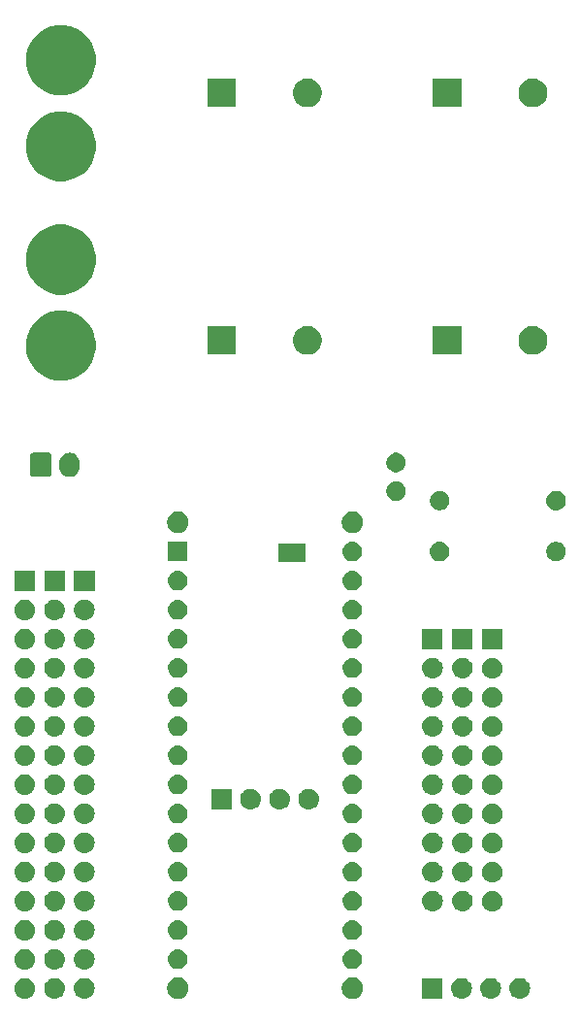
<source format=gts>
G04 #@! TF.GenerationSoftware,KiCad,Pcbnew,(5.0.1-3-g963ef8bb5)*
G04 #@! TF.CreationDate,2018-11-29T22:46:31+01:00*
G04 #@! TF.ProjectId,condensadores,636F6E64656E7361646F7265732E6B69,rev?*
G04 #@! TF.SameCoordinates,Original*
G04 #@! TF.FileFunction,Soldermask,Top*
G04 #@! TF.FilePolarity,Negative*
%FSLAX46Y46*%
G04 Gerber Fmt 4.6, Leading zero omitted, Abs format (unit mm)*
G04 Created by KiCad (PCBNEW (5.0.1-3-g963ef8bb5)) date jueves, 29 de noviembre de 2018, 22:46:31*
%MOMM*%
%LPD*%
G01*
G04 APERTURE LIST*
%ADD10C,0.100000*%
G04 APERTURE END LIST*
D10*
G36*
X101813880Y-161643108D02*
X101874480Y-161655162D01*
X102045731Y-161726097D01*
X102167141Y-161807221D01*
X102199855Y-161829080D01*
X102330920Y-161960145D01*
X102433904Y-162114271D01*
X102504838Y-162285521D01*
X102541000Y-162467318D01*
X102541000Y-162652682D01*
X102504838Y-162834479D01*
X102433904Y-163005729D01*
X102330920Y-163159855D01*
X102199855Y-163290920D01*
X102199852Y-163290922D01*
X102045731Y-163393903D01*
X101874480Y-163464838D01*
X101813880Y-163476892D01*
X101692682Y-163501000D01*
X101507318Y-163501000D01*
X101386120Y-163476892D01*
X101325520Y-163464838D01*
X101154269Y-163393903D01*
X101000148Y-163290922D01*
X101000145Y-163290920D01*
X100869080Y-163159855D01*
X100766096Y-163005729D01*
X100695162Y-162834479D01*
X100659000Y-162652682D01*
X100659000Y-162467318D01*
X100695162Y-162285521D01*
X100766096Y-162114271D01*
X100869080Y-161960145D01*
X101000145Y-161829080D01*
X101032859Y-161807221D01*
X101154269Y-161726097D01*
X101325520Y-161655162D01*
X101386120Y-161643108D01*
X101507318Y-161619000D01*
X101692682Y-161619000D01*
X101813880Y-161643108D01*
X101813880Y-161643108D01*
G37*
G36*
X86573880Y-161643108D02*
X86634480Y-161655162D01*
X86805731Y-161726097D01*
X86927141Y-161807221D01*
X86959855Y-161829080D01*
X87090920Y-161960145D01*
X87193904Y-162114271D01*
X87264838Y-162285521D01*
X87301000Y-162467318D01*
X87301000Y-162652682D01*
X87264838Y-162834479D01*
X87193904Y-163005729D01*
X87090920Y-163159855D01*
X86959855Y-163290920D01*
X86959852Y-163290922D01*
X86805731Y-163393903D01*
X86634480Y-163464838D01*
X86573880Y-163476892D01*
X86452682Y-163501000D01*
X86267318Y-163501000D01*
X86146120Y-163476892D01*
X86085520Y-163464838D01*
X85914269Y-163393903D01*
X85760148Y-163290922D01*
X85760145Y-163290920D01*
X85629080Y-163159855D01*
X85526096Y-163005729D01*
X85455162Y-162834479D01*
X85419000Y-162652682D01*
X85419000Y-162467318D01*
X85455162Y-162285521D01*
X85526096Y-162114271D01*
X85629080Y-161960145D01*
X85760145Y-161829080D01*
X85792859Y-161807221D01*
X85914269Y-161726097D01*
X86085520Y-161655162D01*
X86146120Y-161643108D01*
X86267318Y-161619000D01*
X86452682Y-161619000D01*
X86573880Y-161643108D01*
X86573880Y-161643108D01*
G37*
G36*
X116315442Y-161665518D02*
X116381627Y-161672037D01*
X116494853Y-161706384D01*
X116551467Y-161723557D01*
X116690087Y-161797652D01*
X116707991Y-161807222D01*
X116734622Y-161829078D01*
X116845186Y-161919814D01*
X116928448Y-162021271D01*
X116957778Y-162057009D01*
X116957779Y-162057011D01*
X117041443Y-162213533D01*
X117041443Y-162213534D01*
X117092963Y-162383373D01*
X117110359Y-162560000D01*
X117092963Y-162736627D01*
X117063280Y-162834479D01*
X117041443Y-162906467D01*
X116988384Y-163005731D01*
X116957778Y-163062991D01*
X116928448Y-163098729D01*
X116845186Y-163200186D01*
X116743729Y-163283448D01*
X116707991Y-163312778D01*
X116707989Y-163312779D01*
X116551467Y-163396443D01*
X116494853Y-163413616D01*
X116381627Y-163447963D01*
X116315442Y-163454482D01*
X116249260Y-163461000D01*
X116160740Y-163461000D01*
X116094558Y-163454482D01*
X116028373Y-163447963D01*
X115915147Y-163413616D01*
X115858533Y-163396443D01*
X115702011Y-163312779D01*
X115702009Y-163312778D01*
X115666271Y-163283448D01*
X115564814Y-163200186D01*
X115481552Y-163098729D01*
X115452222Y-163062991D01*
X115421616Y-163005731D01*
X115368557Y-162906467D01*
X115346720Y-162834479D01*
X115317037Y-162736627D01*
X115299641Y-162560000D01*
X115317037Y-162383373D01*
X115368557Y-162213534D01*
X115368557Y-162213533D01*
X115452221Y-162057011D01*
X115452222Y-162057009D01*
X115481552Y-162021271D01*
X115564814Y-161919814D01*
X115675378Y-161829078D01*
X115702009Y-161807222D01*
X115719913Y-161797652D01*
X115858533Y-161723557D01*
X115915147Y-161706384D01*
X116028373Y-161672037D01*
X116094558Y-161665518D01*
X116160740Y-161659000D01*
X116249260Y-161659000D01*
X116315442Y-161665518D01*
X116315442Y-161665518D01*
G37*
G36*
X113775442Y-161665518D02*
X113841627Y-161672037D01*
X113954853Y-161706384D01*
X114011467Y-161723557D01*
X114150087Y-161797652D01*
X114167991Y-161807222D01*
X114194622Y-161829078D01*
X114305186Y-161919814D01*
X114388448Y-162021271D01*
X114417778Y-162057009D01*
X114417779Y-162057011D01*
X114501443Y-162213533D01*
X114501443Y-162213534D01*
X114552963Y-162383373D01*
X114570359Y-162560000D01*
X114552963Y-162736627D01*
X114523280Y-162834479D01*
X114501443Y-162906467D01*
X114448384Y-163005731D01*
X114417778Y-163062991D01*
X114388448Y-163098729D01*
X114305186Y-163200186D01*
X114203729Y-163283448D01*
X114167991Y-163312778D01*
X114167989Y-163312779D01*
X114011467Y-163396443D01*
X113954853Y-163413616D01*
X113841627Y-163447963D01*
X113775442Y-163454482D01*
X113709260Y-163461000D01*
X113620740Y-163461000D01*
X113554558Y-163454482D01*
X113488373Y-163447963D01*
X113375147Y-163413616D01*
X113318533Y-163396443D01*
X113162011Y-163312779D01*
X113162009Y-163312778D01*
X113126271Y-163283448D01*
X113024814Y-163200186D01*
X112941552Y-163098729D01*
X112912222Y-163062991D01*
X112881616Y-163005731D01*
X112828557Y-162906467D01*
X112806720Y-162834479D01*
X112777037Y-162736627D01*
X112759641Y-162560000D01*
X112777037Y-162383373D01*
X112828557Y-162213534D01*
X112828557Y-162213533D01*
X112912221Y-162057011D01*
X112912222Y-162057009D01*
X112941552Y-162021271D01*
X113024814Y-161919814D01*
X113135378Y-161829078D01*
X113162009Y-161807222D01*
X113179913Y-161797652D01*
X113318533Y-161723557D01*
X113375147Y-161706384D01*
X113488373Y-161672037D01*
X113554558Y-161665518D01*
X113620740Y-161659000D01*
X113709260Y-161659000D01*
X113775442Y-161665518D01*
X113775442Y-161665518D01*
G37*
G36*
X111235442Y-161665518D02*
X111301627Y-161672037D01*
X111414853Y-161706384D01*
X111471467Y-161723557D01*
X111610087Y-161797652D01*
X111627991Y-161807222D01*
X111654622Y-161829078D01*
X111765186Y-161919814D01*
X111848448Y-162021271D01*
X111877778Y-162057009D01*
X111877779Y-162057011D01*
X111961443Y-162213533D01*
X111961443Y-162213534D01*
X112012963Y-162383373D01*
X112030359Y-162560000D01*
X112012963Y-162736627D01*
X111983280Y-162834479D01*
X111961443Y-162906467D01*
X111908384Y-163005731D01*
X111877778Y-163062991D01*
X111848448Y-163098729D01*
X111765186Y-163200186D01*
X111663729Y-163283448D01*
X111627991Y-163312778D01*
X111627989Y-163312779D01*
X111471467Y-163396443D01*
X111414853Y-163413616D01*
X111301627Y-163447963D01*
X111235442Y-163454482D01*
X111169260Y-163461000D01*
X111080740Y-163461000D01*
X111014558Y-163454482D01*
X110948373Y-163447963D01*
X110835147Y-163413616D01*
X110778533Y-163396443D01*
X110622011Y-163312779D01*
X110622009Y-163312778D01*
X110586271Y-163283448D01*
X110484814Y-163200186D01*
X110401552Y-163098729D01*
X110372222Y-163062991D01*
X110341616Y-163005731D01*
X110288557Y-162906467D01*
X110266720Y-162834479D01*
X110237037Y-162736627D01*
X110219641Y-162560000D01*
X110237037Y-162383373D01*
X110288557Y-162213534D01*
X110288557Y-162213533D01*
X110372221Y-162057011D01*
X110372222Y-162057009D01*
X110401552Y-162021271D01*
X110484814Y-161919814D01*
X110595378Y-161829078D01*
X110622009Y-161807222D01*
X110639913Y-161797652D01*
X110778533Y-161723557D01*
X110835147Y-161706384D01*
X110948373Y-161672037D01*
X111014558Y-161665518D01*
X111080740Y-161659000D01*
X111169260Y-161659000D01*
X111235442Y-161665518D01*
X111235442Y-161665518D01*
G37*
G36*
X109486000Y-163461000D02*
X107684000Y-163461000D01*
X107684000Y-161659000D01*
X109486000Y-161659000D01*
X109486000Y-163461000D01*
X109486000Y-163461000D01*
G37*
G36*
X78310442Y-161665518D02*
X78376627Y-161672037D01*
X78489853Y-161706384D01*
X78546467Y-161723557D01*
X78685087Y-161797652D01*
X78702991Y-161807222D01*
X78729622Y-161829078D01*
X78840186Y-161919814D01*
X78923448Y-162021271D01*
X78952778Y-162057009D01*
X78952779Y-162057011D01*
X79036443Y-162213533D01*
X79036443Y-162213534D01*
X79087963Y-162383373D01*
X79105359Y-162560000D01*
X79087963Y-162736627D01*
X79058280Y-162834479D01*
X79036443Y-162906467D01*
X78983384Y-163005731D01*
X78952778Y-163062991D01*
X78923448Y-163098729D01*
X78840186Y-163200186D01*
X78738729Y-163283448D01*
X78702991Y-163312778D01*
X78702989Y-163312779D01*
X78546467Y-163396443D01*
X78489853Y-163413616D01*
X78376627Y-163447963D01*
X78310442Y-163454482D01*
X78244260Y-163461000D01*
X78155740Y-163461000D01*
X78089558Y-163454482D01*
X78023373Y-163447963D01*
X77910147Y-163413616D01*
X77853533Y-163396443D01*
X77697011Y-163312779D01*
X77697009Y-163312778D01*
X77661271Y-163283448D01*
X77559814Y-163200186D01*
X77476552Y-163098729D01*
X77447222Y-163062991D01*
X77416616Y-163005731D01*
X77363557Y-162906467D01*
X77341720Y-162834479D01*
X77312037Y-162736627D01*
X77294641Y-162560000D01*
X77312037Y-162383373D01*
X77363557Y-162213534D01*
X77363557Y-162213533D01*
X77447221Y-162057011D01*
X77447222Y-162057009D01*
X77476552Y-162021271D01*
X77559814Y-161919814D01*
X77670378Y-161829078D01*
X77697009Y-161807222D01*
X77714913Y-161797652D01*
X77853533Y-161723557D01*
X77910147Y-161706384D01*
X78023373Y-161672037D01*
X78089558Y-161665518D01*
X78155740Y-161659000D01*
X78244260Y-161659000D01*
X78310442Y-161665518D01*
X78310442Y-161665518D01*
G37*
G36*
X75710442Y-161665518D02*
X75776627Y-161672037D01*
X75889853Y-161706384D01*
X75946467Y-161723557D01*
X76085087Y-161797652D01*
X76102991Y-161807222D01*
X76129622Y-161829078D01*
X76240186Y-161919814D01*
X76323448Y-162021271D01*
X76352778Y-162057009D01*
X76352779Y-162057011D01*
X76436443Y-162213533D01*
X76436443Y-162213534D01*
X76487963Y-162383373D01*
X76505359Y-162560000D01*
X76487963Y-162736627D01*
X76458280Y-162834479D01*
X76436443Y-162906467D01*
X76383384Y-163005731D01*
X76352778Y-163062991D01*
X76323448Y-163098729D01*
X76240186Y-163200186D01*
X76138729Y-163283448D01*
X76102991Y-163312778D01*
X76102989Y-163312779D01*
X75946467Y-163396443D01*
X75889853Y-163413616D01*
X75776627Y-163447963D01*
X75710442Y-163454482D01*
X75644260Y-163461000D01*
X75555740Y-163461000D01*
X75489558Y-163454482D01*
X75423373Y-163447963D01*
X75310147Y-163413616D01*
X75253533Y-163396443D01*
X75097011Y-163312779D01*
X75097009Y-163312778D01*
X75061271Y-163283448D01*
X74959814Y-163200186D01*
X74876552Y-163098729D01*
X74847222Y-163062991D01*
X74816616Y-163005731D01*
X74763557Y-162906467D01*
X74741720Y-162834479D01*
X74712037Y-162736627D01*
X74694641Y-162560000D01*
X74712037Y-162383373D01*
X74763557Y-162213534D01*
X74763557Y-162213533D01*
X74847221Y-162057011D01*
X74847222Y-162057009D01*
X74876552Y-162021271D01*
X74959814Y-161919814D01*
X75070378Y-161829078D01*
X75097009Y-161807222D01*
X75114913Y-161797652D01*
X75253533Y-161723557D01*
X75310147Y-161706384D01*
X75423373Y-161672037D01*
X75489558Y-161665518D01*
X75555740Y-161659000D01*
X75644260Y-161659000D01*
X75710442Y-161665518D01*
X75710442Y-161665518D01*
G37*
G36*
X73110442Y-161665518D02*
X73176627Y-161672037D01*
X73289853Y-161706384D01*
X73346467Y-161723557D01*
X73485087Y-161797652D01*
X73502991Y-161807222D01*
X73529622Y-161829078D01*
X73640186Y-161919814D01*
X73723448Y-162021271D01*
X73752778Y-162057009D01*
X73752779Y-162057011D01*
X73836443Y-162213533D01*
X73836443Y-162213534D01*
X73887963Y-162383373D01*
X73905359Y-162560000D01*
X73887963Y-162736627D01*
X73858280Y-162834479D01*
X73836443Y-162906467D01*
X73783384Y-163005731D01*
X73752778Y-163062991D01*
X73723448Y-163098729D01*
X73640186Y-163200186D01*
X73538729Y-163283448D01*
X73502991Y-163312778D01*
X73502989Y-163312779D01*
X73346467Y-163396443D01*
X73289853Y-163413616D01*
X73176627Y-163447963D01*
X73110442Y-163454482D01*
X73044260Y-163461000D01*
X72955740Y-163461000D01*
X72889558Y-163454482D01*
X72823373Y-163447963D01*
X72710147Y-163413616D01*
X72653533Y-163396443D01*
X72497011Y-163312779D01*
X72497009Y-163312778D01*
X72461271Y-163283448D01*
X72359814Y-163200186D01*
X72276552Y-163098729D01*
X72247222Y-163062991D01*
X72216616Y-163005731D01*
X72163557Y-162906467D01*
X72141720Y-162834479D01*
X72112037Y-162736627D01*
X72094641Y-162560000D01*
X72112037Y-162383373D01*
X72163557Y-162213534D01*
X72163557Y-162213533D01*
X72247221Y-162057011D01*
X72247222Y-162057009D01*
X72276552Y-162021271D01*
X72359814Y-161919814D01*
X72470378Y-161829078D01*
X72497009Y-161807222D01*
X72514913Y-161797652D01*
X72653533Y-161723557D01*
X72710147Y-161706384D01*
X72823373Y-161672037D01*
X72889558Y-161665518D01*
X72955740Y-161659000D01*
X73044260Y-161659000D01*
X73110442Y-161665518D01*
X73110442Y-161665518D01*
G37*
G36*
X78310442Y-159125518D02*
X78376627Y-159132037D01*
X78489853Y-159166384D01*
X78546467Y-159183557D01*
X78633311Y-159229977D01*
X78702991Y-159267222D01*
X78738729Y-159296552D01*
X78840186Y-159379814D01*
X78923448Y-159481271D01*
X78952778Y-159517009D01*
X78952779Y-159517011D01*
X79036443Y-159673533D01*
X79053616Y-159730147D01*
X79087963Y-159843373D01*
X79105359Y-160020000D01*
X79087963Y-160196627D01*
X79053616Y-160309853D01*
X79036443Y-160366467D01*
X78967698Y-160495078D01*
X78952778Y-160522991D01*
X78923448Y-160558729D01*
X78840186Y-160660186D01*
X78738729Y-160743448D01*
X78702991Y-160772778D01*
X78702989Y-160772779D01*
X78546467Y-160856443D01*
X78539069Y-160858687D01*
X78376627Y-160907963D01*
X78310442Y-160914482D01*
X78244260Y-160921000D01*
X78155740Y-160921000D01*
X78089558Y-160914482D01*
X78023373Y-160907963D01*
X77860931Y-160858687D01*
X77853533Y-160856443D01*
X77697011Y-160772779D01*
X77697009Y-160772778D01*
X77661271Y-160743448D01*
X77559814Y-160660186D01*
X77476552Y-160558729D01*
X77447222Y-160522991D01*
X77432302Y-160495078D01*
X77363557Y-160366467D01*
X77346384Y-160309853D01*
X77312037Y-160196627D01*
X77294641Y-160020000D01*
X77312037Y-159843373D01*
X77346384Y-159730147D01*
X77363557Y-159673533D01*
X77447221Y-159517011D01*
X77447222Y-159517009D01*
X77476552Y-159481271D01*
X77559814Y-159379814D01*
X77661271Y-159296552D01*
X77697009Y-159267222D01*
X77766689Y-159229977D01*
X77853533Y-159183557D01*
X77910147Y-159166384D01*
X78023373Y-159132037D01*
X78089558Y-159125518D01*
X78155740Y-159119000D01*
X78244260Y-159119000D01*
X78310442Y-159125518D01*
X78310442Y-159125518D01*
G37*
G36*
X75710442Y-159125518D02*
X75776627Y-159132037D01*
X75889853Y-159166384D01*
X75946467Y-159183557D01*
X76033311Y-159229977D01*
X76102991Y-159267222D01*
X76138729Y-159296552D01*
X76240186Y-159379814D01*
X76323448Y-159481271D01*
X76352778Y-159517009D01*
X76352779Y-159517011D01*
X76436443Y-159673533D01*
X76453616Y-159730147D01*
X76487963Y-159843373D01*
X76505359Y-160020000D01*
X76487963Y-160196627D01*
X76453616Y-160309853D01*
X76436443Y-160366467D01*
X76367698Y-160495078D01*
X76352778Y-160522991D01*
X76323448Y-160558729D01*
X76240186Y-160660186D01*
X76138729Y-160743448D01*
X76102991Y-160772778D01*
X76102989Y-160772779D01*
X75946467Y-160856443D01*
X75939069Y-160858687D01*
X75776627Y-160907963D01*
X75710442Y-160914482D01*
X75644260Y-160921000D01*
X75555740Y-160921000D01*
X75489558Y-160914482D01*
X75423373Y-160907963D01*
X75260931Y-160858687D01*
X75253533Y-160856443D01*
X75097011Y-160772779D01*
X75097009Y-160772778D01*
X75061271Y-160743448D01*
X74959814Y-160660186D01*
X74876552Y-160558729D01*
X74847222Y-160522991D01*
X74832302Y-160495078D01*
X74763557Y-160366467D01*
X74746384Y-160309853D01*
X74712037Y-160196627D01*
X74694641Y-160020000D01*
X74712037Y-159843373D01*
X74746384Y-159730147D01*
X74763557Y-159673533D01*
X74847221Y-159517011D01*
X74847222Y-159517009D01*
X74876552Y-159481271D01*
X74959814Y-159379814D01*
X75061271Y-159296552D01*
X75097009Y-159267222D01*
X75166689Y-159229977D01*
X75253533Y-159183557D01*
X75310147Y-159166384D01*
X75423373Y-159132037D01*
X75489558Y-159125518D01*
X75555740Y-159119000D01*
X75644260Y-159119000D01*
X75710442Y-159125518D01*
X75710442Y-159125518D01*
G37*
G36*
X73110442Y-159125518D02*
X73176627Y-159132037D01*
X73289853Y-159166384D01*
X73346467Y-159183557D01*
X73433311Y-159229977D01*
X73502991Y-159267222D01*
X73538729Y-159296552D01*
X73640186Y-159379814D01*
X73723448Y-159481271D01*
X73752778Y-159517009D01*
X73752779Y-159517011D01*
X73836443Y-159673533D01*
X73853616Y-159730147D01*
X73887963Y-159843373D01*
X73905359Y-160020000D01*
X73887963Y-160196627D01*
X73853616Y-160309853D01*
X73836443Y-160366467D01*
X73767698Y-160495078D01*
X73752778Y-160522991D01*
X73723448Y-160558729D01*
X73640186Y-160660186D01*
X73538729Y-160743448D01*
X73502991Y-160772778D01*
X73502989Y-160772779D01*
X73346467Y-160856443D01*
X73339069Y-160858687D01*
X73176627Y-160907963D01*
X73110442Y-160914482D01*
X73044260Y-160921000D01*
X72955740Y-160921000D01*
X72889558Y-160914482D01*
X72823373Y-160907963D01*
X72660931Y-160858687D01*
X72653533Y-160856443D01*
X72497011Y-160772779D01*
X72497009Y-160772778D01*
X72461271Y-160743448D01*
X72359814Y-160660186D01*
X72276552Y-160558729D01*
X72247222Y-160522991D01*
X72232302Y-160495078D01*
X72163557Y-160366467D01*
X72146384Y-160309853D01*
X72112037Y-160196627D01*
X72094641Y-160020000D01*
X72112037Y-159843373D01*
X72146384Y-159730147D01*
X72163557Y-159673533D01*
X72247221Y-159517011D01*
X72247222Y-159517009D01*
X72276552Y-159481271D01*
X72359814Y-159379814D01*
X72461271Y-159296552D01*
X72497009Y-159267222D01*
X72566689Y-159229977D01*
X72653533Y-159183557D01*
X72710147Y-159166384D01*
X72823373Y-159132037D01*
X72889558Y-159125518D01*
X72955740Y-159119000D01*
X73044260Y-159119000D01*
X73110442Y-159125518D01*
X73110442Y-159125518D01*
G37*
G36*
X101766821Y-159181313D02*
X101766824Y-159181314D01*
X101766825Y-159181314D01*
X101927239Y-159229975D01*
X101927241Y-159229976D01*
X101927244Y-159229977D01*
X102075078Y-159308995D01*
X102204659Y-159415341D01*
X102311005Y-159544922D01*
X102390023Y-159692756D01*
X102390024Y-159692759D01*
X102390025Y-159692761D01*
X102435713Y-159843375D01*
X102438687Y-159853179D01*
X102455117Y-160020000D01*
X102438687Y-160186821D01*
X102438686Y-160186824D01*
X102438686Y-160186825D01*
X102435713Y-160196627D01*
X102390023Y-160347244D01*
X102311005Y-160495078D01*
X102204659Y-160624659D01*
X102075078Y-160731005D01*
X101927244Y-160810023D01*
X101927241Y-160810024D01*
X101927239Y-160810025D01*
X101766825Y-160858686D01*
X101766824Y-160858686D01*
X101766821Y-160858687D01*
X101641804Y-160871000D01*
X101558196Y-160871000D01*
X101433179Y-160858687D01*
X101433176Y-160858686D01*
X101433175Y-160858686D01*
X101272761Y-160810025D01*
X101272759Y-160810024D01*
X101272756Y-160810023D01*
X101124922Y-160731005D01*
X100995341Y-160624659D01*
X100888995Y-160495078D01*
X100809977Y-160347244D01*
X100764288Y-160196627D01*
X100761314Y-160186825D01*
X100761314Y-160186824D01*
X100761313Y-160186821D01*
X100744883Y-160020000D01*
X100761313Y-159853179D01*
X100764287Y-159843375D01*
X100809975Y-159692761D01*
X100809976Y-159692759D01*
X100809977Y-159692756D01*
X100888995Y-159544922D01*
X100995341Y-159415341D01*
X101124922Y-159308995D01*
X101272756Y-159229977D01*
X101272759Y-159229976D01*
X101272761Y-159229975D01*
X101433175Y-159181314D01*
X101433176Y-159181314D01*
X101433179Y-159181313D01*
X101558196Y-159169000D01*
X101641804Y-159169000D01*
X101766821Y-159181313D01*
X101766821Y-159181313D01*
G37*
G36*
X86526821Y-159181313D02*
X86526824Y-159181314D01*
X86526825Y-159181314D01*
X86687239Y-159229975D01*
X86687241Y-159229976D01*
X86687244Y-159229977D01*
X86835078Y-159308995D01*
X86964659Y-159415341D01*
X87071005Y-159544922D01*
X87150023Y-159692756D01*
X87150024Y-159692759D01*
X87150025Y-159692761D01*
X87195713Y-159843375D01*
X87198687Y-159853179D01*
X87215117Y-160020000D01*
X87198687Y-160186821D01*
X87198686Y-160186824D01*
X87198686Y-160186825D01*
X87195713Y-160196627D01*
X87150023Y-160347244D01*
X87071005Y-160495078D01*
X86964659Y-160624659D01*
X86835078Y-160731005D01*
X86687244Y-160810023D01*
X86687241Y-160810024D01*
X86687239Y-160810025D01*
X86526825Y-160858686D01*
X86526824Y-160858686D01*
X86526821Y-160858687D01*
X86401804Y-160871000D01*
X86318196Y-160871000D01*
X86193179Y-160858687D01*
X86193176Y-160858686D01*
X86193175Y-160858686D01*
X86032761Y-160810025D01*
X86032759Y-160810024D01*
X86032756Y-160810023D01*
X85884922Y-160731005D01*
X85755341Y-160624659D01*
X85648995Y-160495078D01*
X85569977Y-160347244D01*
X85524288Y-160196627D01*
X85521314Y-160186825D01*
X85521314Y-160186824D01*
X85521313Y-160186821D01*
X85504883Y-160020000D01*
X85521313Y-159853179D01*
X85524287Y-159843375D01*
X85569975Y-159692761D01*
X85569976Y-159692759D01*
X85569977Y-159692756D01*
X85648995Y-159544922D01*
X85755341Y-159415341D01*
X85884922Y-159308995D01*
X86032756Y-159229977D01*
X86032759Y-159229976D01*
X86032761Y-159229975D01*
X86193175Y-159181314D01*
X86193176Y-159181314D01*
X86193179Y-159181313D01*
X86318196Y-159169000D01*
X86401804Y-159169000D01*
X86526821Y-159181313D01*
X86526821Y-159181313D01*
G37*
G36*
X75710443Y-156585519D02*
X75776627Y-156592037D01*
X75889853Y-156626384D01*
X75946467Y-156643557D01*
X76033311Y-156689977D01*
X76102991Y-156727222D01*
X76138729Y-156756552D01*
X76240186Y-156839814D01*
X76323448Y-156941271D01*
X76352778Y-156977009D01*
X76352779Y-156977011D01*
X76436443Y-157133533D01*
X76453616Y-157190147D01*
X76487963Y-157303373D01*
X76505359Y-157480000D01*
X76487963Y-157656627D01*
X76453616Y-157769853D01*
X76436443Y-157826467D01*
X76367698Y-157955078D01*
X76352778Y-157982991D01*
X76323448Y-158018729D01*
X76240186Y-158120186D01*
X76138729Y-158203448D01*
X76102991Y-158232778D01*
X76102989Y-158232779D01*
X75946467Y-158316443D01*
X75939069Y-158318687D01*
X75776627Y-158367963D01*
X75710442Y-158374482D01*
X75644260Y-158381000D01*
X75555740Y-158381000D01*
X75489558Y-158374482D01*
X75423373Y-158367963D01*
X75260931Y-158318687D01*
X75253533Y-158316443D01*
X75097011Y-158232779D01*
X75097009Y-158232778D01*
X75061271Y-158203448D01*
X74959814Y-158120186D01*
X74876552Y-158018729D01*
X74847222Y-157982991D01*
X74832302Y-157955078D01*
X74763557Y-157826467D01*
X74746384Y-157769853D01*
X74712037Y-157656627D01*
X74694641Y-157480000D01*
X74712037Y-157303373D01*
X74746384Y-157190147D01*
X74763557Y-157133533D01*
X74847221Y-156977011D01*
X74847222Y-156977009D01*
X74876552Y-156941271D01*
X74959814Y-156839814D01*
X75061271Y-156756552D01*
X75097009Y-156727222D01*
X75166689Y-156689977D01*
X75253533Y-156643557D01*
X75310147Y-156626384D01*
X75423373Y-156592037D01*
X75489557Y-156585519D01*
X75555740Y-156579000D01*
X75644260Y-156579000D01*
X75710443Y-156585519D01*
X75710443Y-156585519D01*
G37*
G36*
X78310443Y-156585519D02*
X78376627Y-156592037D01*
X78489853Y-156626384D01*
X78546467Y-156643557D01*
X78633311Y-156689977D01*
X78702991Y-156727222D01*
X78738729Y-156756552D01*
X78840186Y-156839814D01*
X78923448Y-156941271D01*
X78952778Y-156977009D01*
X78952779Y-156977011D01*
X79036443Y-157133533D01*
X79053616Y-157190147D01*
X79087963Y-157303373D01*
X79105359Y-157480000D01*
X79087963Y-157656627D01*
X79053616Y-157769853D01*
X79036443Y-157826467D01*
X78967698Y-157955078D01*
X78952778Y-157982991D01*
X78923448Y-158018729D01*
X78840186Y-158120186D01*
X78738729Y-158203448D01*
X78702991Y-158232778D01*
X78702989Y-158232779D01*
X78546467Y-158316443D01*
X78539069Y-158318687D01*
X78376627Y-158367963D01*
X78310442Y-158374482D01*
X78244260Y-158381000D01*
X78155740Y-158381000D01*
X78089558Y-158374482D01*
X78023373Y-158367963D01*
X77860931Y-158318687D01*
X77853533Y-158316443D01*
X77697011Y-158232779D01*
X77697009Y-158232778D01*
X77661271Y-158203448D01*
X77559814Y-158120186D01*
X77476552Y-158018729D01*
X77447222Y-157982991D01*
X77432302Y-157955078D01*
X77363557Y-157826467D01*
X77346384Y-157769853D01*
X77312037Y-157656627D01*
X77294641Y-157480000D01*
X77312037Y-157303373D01*
X77346384Y-157190147D01*
X77363557Y-157133533D01*
X77447221Y-156977011D01*
X77447222Y-156977009D01*
X77476552Y-156941271D01*
X77559814Y-156839814D01*
X77661271Y-156756552D01*
X77697009Y-156727222D01*
X77766689Y-156689977D01*
X77853533Y-156643557D01*
X77910147Y-156626384D01*
X78023373Y-156592037D01*
X78089557Y-156585519D01*
X78155740Y-156579000D01*
X78244260Y-156579000D01*
X78310443Y-156585519D01*
X78310443Y-156585519D01*
G37*
G36*
X73110443Y-156585519D02*
X73176627Y-156592037D01*
X73289853Y-156626384D01*
X73346467Y-156643557D01*
X73433311Y-156689977D01*
X73502991Y-156727222D01*
X73538729Y-156756552D01*
X73640186Y-156839814D01*
X73723448Y-156941271D01*
X73752778Y-156977009D01*
X73752779Y-156977011D01*
X73836443Y-157133533D01*
X73853616Y-157190147D01*
X73887963Y-157303373D01*
X73905359Y-157480000D01*
X73887963Y-157656627D01*
X73853616Y-157769853D01*
X73836443Y-157826467D01*
X73767698Y-157955078D01*
X73752778Y-157982991D01*
X73723448Y-158018729D01*
X73640186Y-158120186D01*
X73538729Y-158203448D01*
X73502991Y-158232778D01*
X73502989Y-158232779D01*
X73346467Y-158316443D01*
X73339069Y-158318687D01*
X73176627Y-158367963D01*
X73110442Y-158374482D01*
X73044260Y-158381000D01*
X72955740Y-158381000D01*
X72889558Y-158374482D01*
X72823373Y-158367963D01*
X72660931Y-158318687D01*
X72653533Y-158316443D01*
X72497011Y-158232779D01*
X72497009Y-158232778D01*
X72461271Y-158203448D01*
X72359814Y-158120186D01*
X72276552Y-158018729D01*
X72247222Y-157982991D01*
X72232302Y-157955078D01*
X72163557Y-157826467D01*
X72146384Y-157769853D01*
X72112037Y-157656627D01*
X72094641Y-157480000D01*
X72112037Y-157303373D01*
X72146384Y-157190147D01*
X72163557Y-157133533D01*
X72247221Y-156977011D01*
X72247222Y-156977009D01*
X72276552Y-156941271D01*
X72359814Y-156839814D01*
X72461271Y-156756552D01*
X72497009Y-156727222D01*
X72566689Y-156689977D01*
X72653533Y-156643557D01*
X72710147Y-156626384D01*
X72823373Y-156592037D01*
X72889557Y-156585519D01*
X72955740Y-156579000D01*
X73044260Y-156579000D01*
X73110443Y-156585519D01*
X73110443Y-156585519D01*
G37*
G36*
X86526821Y-156641313D02*
X86526824Y-156641314D01*
X86526825Y-156641314D01*
X86687239Y-156689975D01*
X86687241Y-156689976D01*
X86687244Y-156689977D01*
X86835078Y-156768995D01*
X86964659Y-156875341D01*
X87071005Y-157004922D01*
X87150023Y-157152756D01*
X87150024Y-157152759D01*
X87150025Y-157152761D01*
X87195713Y-157303375D01*
X87198687Y-157313179D01*
X87215117Y-157480000D01*
X87198687Y-157646821D01*
X87198686Y-157646824D01*
X87198686Y-157646825D01*
X87195713Y-157656627D01*
X87150023Y-157807244D01*
X87071005Y-157955078D01*
X86964659Y-158084659D01*
X86835078Y-158191005D01*
X86687244Y-158270023D01*
X86687241Y-158270024D01*
X86687239Y-158270025D01*
X86526825Y-158318686D01*
X86526824Y-158318686D01*
X86526821Y-158318687D01*
X86401804Y-158331000D01*
X86318196Y-158331000D01*
X86193179Y-158318687D01*
X86193176Y-158318686D01*
X86193175Y-158318686D01*
X86032761Y-158270025D01*
X86032759Y-158270024D01*
X86032756Y-158270023D01*
X85884922Y-158191005D01*
X85755341Y-158084659D01*
X85648995Y-157955078D01*
X85569977Y-157807244D01*
X85524288Y-157656627D01*
X85521314Y-157646825D01*
X85521314Y-157646824D01*
X85521313Y-157646821D01*
X85504883Y-157480000D01*
X85521313Y-157313179D01*
X85524287Y-157303375D01*
X85569975Y-157152761D01*
X85569976Y-157152759D01*
X85569977Y-157152756D01*
X85648995Y-157004922D01*
X85755341Y-156875341D01*
X85884922Y-156768995D01*
X86032756Y-156689977D01*
X86032759Y-156689976D01*
X86032761Y-156689975D01*
X86193175Y-156641314D01*
X86193176Y-156641314D01*
X86193179Y-156641313D01*
X86318196Y-156629000D01*
X86401804Y-156629000D01*
X86526821Y-156641313D01*
X86526821Y-156641313D01*
G37*
G36*
X101766821Y-156641313D02*
X101766824Y-156641314D01*
X101766825Y-156641314D01*
X101927239Y-156689975D01*
X101927241Y-156689976D01*
X101927244Y-156689977D01*
X102075078Y-156768995D01*
X102204659Y-156875341D01*
X102311005Y-157004922D01*
X102390023Y-157152756D01*
X102390024Y-157152759D01*
X102390025Y-157152761D01*
X102435713Y-157303375D01*
X102438687Y-157313179D01*
X102455117Y-157480000D01*
X102438687Y-157646821D01*
X102438686Y-157646824D01*
X102438686Y-157646825D01*
X102435713Y-157656627D01*
X102390023Y-157807244D01*
X102311005Y-157955078D01*
X102204659Y-158084659D01*
X102075078Y-158191005D01*
X101927244Y-158270023D01*
X101927241Y-158270024D01*
X101927239Y-158270025D01*
X101766825Y-158318686D01*
X101766824Y-158318686D01*
X101766821Y-158318687D01*
X101641804Y-158331000D01*
X101558196Y-158331000D01*
X101433179Y-158318687D01*
X101433176Y-158318686D01*
X101433175Y-158318686D01*
X101272761Y-158270025D01*
X101272759Y-158270024D01*
X101272756Y-158270023D01*
X101124922Y-158191005D01*
X100995341Y-158084659D01*
X100888995Y-157955078D01*
X100809977Y-157807244D01*
X100764288Y-157656627D01*
X100761314Y-157646825D01*
X100761314Y-157646824D01*
X100761313Y-157646821D01*
X100744883Y-157480000D01*
X100761313Y-157313179D01*
X100764287Y-157303375D01*
X100809975Y-157152761D01*
X100809976Y-157152759D01*
X100809977Y-157152756D01*
X100888995Y-157004922D01*
X100995341Y-156875341D01*
X101124922Y-156768995D01*
X101272756Y-156689977D01*
X101272759Y-156689976D01*
X101272761Y-156689975D01*
X101433175Y-156641314D01*
X101433176Y-156641314D01*
X101433179Y-156641313D01*
X101558196Y-156629000D01*
X101641804Y-156629000D01*
X101766821Y-156641313D01*
X101766821Y-156641313D01*
G37*
G36*
X113910442Y-154065518D02*
X113976627Y-154072037D01*
X114080535Y-154103557D01*
X114146467Y-154123557D01*
X114265572Y-154187221D01*
X114302991Y-154207222D01*
X114338729Y-154236552D01*
X114440186Y-154319814D01*
X114523448Y-154421271D01*
X114552778Y-154457009D01*
X114552779Y-154457011D01*
X114636443Y-154613533D01*
X114636443Y-154613534D01*
X114687963Y-154783373D01*
X114705359Y-154960000D01*
X114687963Y-155136627D01*
X114653616Y-155249853D01*
X114636443Y-155306467D01*
X114578388Y-155415078D01*
X114552778Y-155462991D01*
X114523448Y-155498729D01*
X114440186Y-155600186D01*
X114338729Y-155683448D01*
X114302991Y-155712778D01*
X114302989Y-155712779D01*
X114146467Y-155796443D01*
X114089853Y-155813616D01*
X113976627Y-155847963D01*
X113910442Y-155854482D01*
X113844260Y-155861000D01*
X113755740Y-155861000D01*
X113689558Y-155854482D01*
X113623373Y-155847963D01*
X113510147Y-155813616D01*
X113453533Y-155796443D01*
X113297011Y-155712779D01*
X113297009Y-155712778D01*
X113261271Y-155683448D01*
X113159814Y-155600186D01*
X113076552Y-155498729D01*
X113047222Y-155462991D01*
X113021612Y-155415078D01*
X112963557Y-155306467D01*
X112946384Y-155249853D01*
X112912037Y-155136627D01*
X112894641Y-154960000D01*
X112912037Y-154783373D01*
X112963557Y-154613534D01*
X112963557Y-154613533D01*
X113047221Y-154457011D01*
X113047222Y-154457009D01*
X113076552Y-154421271D01*
X113159814Y-154319814D01*
X113261271Y-154236552D01*
X113297009Y-154207222D01*
X113334428Y-154187221D01*
X113453533Y-154123557D01*
X113519465Y-154103557D01*
X113623373Y-154072037D01*
X113689558Y-154065518D01*
X113755740Y-154059000D01*
X113844260Y-154059000D01*
X113910442Y-154065518D01*
X113910442Y-154065518D01*
G37*
G36*
X111310442Y-154045518D02*
X111376627Y-154052037D01*
X111489853Y-154086384D01*
X111546467Y-154103557D01*
X111633311Y-154149977D01*
X111702991Y-154187222D01*
X111727361Y-154207222D01*
X111840186Y-154299814D01*
X111923448Y-154401271D01*
X111952778Y-154437009D01*
X111952779Y-154437011D01*
X112036443Y-154593533D01*
X112042510Y-154613533D01*
X112087963Y-154763373D01*
X112105359Y-154940000D01*
X112087963Y-155116627D01*
X112081896Y-155136627D01*
X112036443Y-155286467D01*
X111967698Y-155415078D01*
X111952778Y-155442991D01*
X111936366Y-155462989D01*
X111840186Y-155580186D01*
X111738729Y-155663448D01*
X111702991Y-155692778D01*
X111702989Y-155692779D01*
X111546467Y-155776443D01*
X111539069Y-155778687D01*
X111376627Y-155827963D01*
X111310442Y-155834482D01*
X111244260Y-155841000D01*
X111155740Y-155841000D01*
X111089558Y-155834482D01*
X111023373Y-155827963D01*
X110860931Y-155778687D01*
X110853533Y-155776443D01*
X110697011Y-155692779D01*
X110697009Y-155692778D01*
X110661271Y-155663448D01*
X110559814Y-155580186D01*
X110463634Y-155462989D01*
X110447222Y-155442991D01*
X110432302Y-155415078D01*
X110363557Y-155286467D01*
X110318104Y-155136627D01*
X110312037Y-155116627D01*
X110294641Y-154940000D01*
X110312037Y-154763373D01*
X110357490Y-154613533D01*
X110363557Y-154593533D01*
X110447221Y-154437011D01*
X110447222Y-154437009D01*
X110476552Y-154401271D01*
X110559814Y-154299814D01*
X110672639Y-154207222D01*
X110697009Y-154187222D01*
X110766689Y-154149977D01*
X110853533Y-154103557D01*
X110910147Y-154086384D01*
X111023373Y-154052037D01*
X111089558Y-154045518D01*
X111155740Y-154039000D01*
X111244260Y-154039000D01*
X111310442Y-154045518D01*
X111310442Y-154045518D01*
G37*
G36*
X75710442Y-154045518D02*
X75776627Y-154052037D01*
X75889853Y-154086384D01*
X75946467Y-154103557D01*
X76033311Y-154149977D01*
X76102991Y-154187222D01*
X76127361Y-154207222D01*
X76240186Y-154299814D01*
X76323448Y-154401271D01*
X76352778Y-154437009D01*
X76352779Y-154437011D01*
X76436443Y-154593533D01*
X76442510Y-154613533D01*
X76487963Y-154763373D01*
X76505359Y-154940000D01*
X76487963Y-155116627D01*
X76481896Y-155136627D01*
X76436443Y-155286467D01*
X76367698Y-155415078D01*
X76352778Y-155442991D01*
X76336366Y-155462989D01*
X76240186Y-155580186D01*
X76138729Y-155663448D01*
X76102991Y-155692778D01*
X76102989Y-155692779D01*
X75946467Y-155776443D01*
X75939069Y-155778687D01*
X75776627Y-155827963D01*
X75710442Y-155834482D01*
X75644260Y-155841000D01*
X75555740Y-155841000D01*
X75489558Y-155834482D01*
X75423373Y-155827963D01*
X75260931Y-155778687D01*
X75253533Y-155776443D01*
X75097011Y-155692779D01*
X75097009Y-155692778D01*
X75061271Y-155663448D01*
X74959814Y-155580186D01*
X74863634Y-155462989D01*
X74847222Y-155442991D01*
X74832302Y-155415078D01*
X74763557Y-155286467D01*
X74718104Y-155136627D01*
X74712037Y-155116627D01*
X74694641Y-154940000D01*
X74712037Y-154763373D01*
X74757490Y-154613533D01*
X74763557Y-154593533D01*
X74847221Y-154437011D01*
X74847222Y-154437009D01*
X74876552Y-154401271D01*
X74959814Y-154299814D01*
X75072639Y-154207222D01*
X75097009Y-154187222D01*
X75166689Y-154149977D01*
X75253533Y-154103557D01*
X75310147Y-154086384D01*
X75423373Y-154052037D01*
X75489558Y-154045518D01*
X75555740Y-154039000D01*
X75644260Y-154039000D01*
X75710442Y-154045518D01*
X75710442Y-154045518D01*
G37*
G36*
X108695442Y-154045518D02*
X108761627Y-154052037D01*
X108874853Y-154086384D01*
X108931467Y-154103557D01*
X109018311Y-154149977D01*
X109087991Y-154187222D01*
X109112361Y-154207222D01*
X109225186Y-154299814D01*
X109308448Y-154401271D01*
X109337778Y-154437009D01*
X109337779Y-154437011D01*
X109421443Y-154593533D01*
X109427510Y-154613533D01*
X109472963Y-154763373D01*
X109490359Y-154940000D01*
X109472963Y-155116627D01*
X109466896Y-155136627D01*
X109421443Y-155286467D01*
X109352698Y-155415078D01*
X109337778Y-155442991D01*
X109321366Y-155462989D01*
X109225186Y-155580186D01*
X109123729Y-155663448D01*
X109087991Y-155692778D01*
X109087989Y-155692779D01*
X108931467Y-155776443D01*
X108924069Y-155778687D01*
X108761627Y-155827963D01*
X108695442Y-155834482D01*
X108629260Y-155841000D01*
X108540740Y-155841000D01*
X108474558Y-155834482D01*
X108408373Y-155827963D01*
X108245931Y-155778687D01*
X108238533Y-155776443D01*
X108082011Y-155692779D01*
X108082009Y-155692778D01*
X108046271Y-155663448D01*
X107944814Y-155580186D01*
X107848634Y-155462989D01*
X107832222Y-155442991D01*
X107817302Y-155415078D01*
X107748557Y-155286467D01*
X107703104Y-155136627D01*
X107697037Y-155116627D01*
X107679641Y-154940000D01*
X107697037Y-154763373D01*
X107742490Y-154613533D01*
X107748557Y-154593533D01*
X107832221Y-154437011D01*
X107832222Y-154437009D01*
X107861552Y-154401271D01*
X107944814Y-154299814D01*
X108057639Y-154207222D01*
X108082009Y-154187222D01*
X108151689Y-154149977D01*
X108238533Y-154103557D01*
X108295147Y-154086384D01*
X108408373Y-154052037D01*
X108474558Y-154045518D01*
X108540740Y-154039000D01*
X108629260Y-154039000D01*
X108695442Y-154045518D01*
X108695442Y-154045518D01*
G37*
G36*
X78310442Y-154045518D02*
X78376627Y-154052037D01*
X78489853Y-154086384D01*
X78546467Y-154103557D01*
X78633311Y-154149977D01*
X78702991Y-154187222D01*
X78727361Y-154207222D01*
X78840186Y-154299814D01*
X78923448Y-154401271D01*
X78952778Y-154437009D01*
X78952779Y-154437011D01*
X79036443Y-154593533D01*
X79042510Y-154613533D01*
X79087963Y-154763373D01*
X79105359Y-154940000D01*
X79087963Y-155116627D01*
X79081896Y-155136627D01*
X79036443Y-155286467D01*
X78967698Y-155415078D01*
X78952778Y-155442991D01*
X78936366Y-155462989D01*
X78840186Y-155580186D01*
X78738729Y-155663448D01*
X78702991Y-155692778D01*
X78702989Y-155692779D01*
X78546467Y-155776443D01*
X78539069Y-155778687D01*
X78376627Y-155827963D01*
X78310442Y-155834482D01*
X78244260Y-155841000D01*
X78155740Y-155841000D01*
X78089558Y-155834482D01*
X78023373Y-155827963D01*
X77860931Y-155778687D01*
X77853533Y-155776443D01*
X77697011Y-155692779D01*
X77697009Y-155692778D01*
X77661271Y-155663448D01*
X77559814Y-155580186D01*
X77463634Y-155462989D01*
X77447222Y-155442991D01*
X77432302Y-155415078D01*
X77363557Y-155286467D01*
X77318104Y-155136627D01*
X77312037Y-155116627D01*
X77294641Y-154940000D01*
X77312037Y-154763373D01*
X77357490Y-154613533D01*
X77363557Y-154593533D01*
X77447221Y-154437011D01*
X77447222Y-154437009D01*
X77476552Y-154401271D01*
X77559814Y-154299814D01*
X77672639Y-154207222D01*
X77697009Y-154187222D01*
X77766689Y-154149977D01*
X77853533Y-154103557D01*
X77910147Y-154086384D01*
X78023373Y-154052037D01*
X78089558Y-154045518D01*
X78155740Y-154039000D01*
X78244260Y-154039000D01*
X78310442Y-154045518D01*
X78310442Y-154045518D01*
G37*
G36*
X73110442Y-154045518D02*
X73176627Y-154052037D01*
X73289853Y-154086384D01*
X73346467Y-154103557D01*
X73433311Y-154149977D01*
X73502991Y-154187222D01*
X73527361Y-154207222D01*
X73640186Y-154299814D01*
X73723448Y-154401271D01*
X73752778Y-154437009D01*
X73752779Y-154437011D01*
X73836443Y-154593533D01*
X73842510Y-154613533D01*
X73887963Y-154763373D01*
X73905359Y-154940000D01*
X73887963Y-155116627D01*
X73881896Y-155136627D01*
X73836443Y-155286467D01*
X73767698Y-155415078D01*
X73752778Y-155442991D01*
X73736366Y-155462989D01*
X73640186Y-155580186D01*
X73538729Y-155663448D01*
X73502991Y-155692778D01*
X73502989Y-155692779D01*
X73346467Y-155776443D01*
X73339069Y-155778687D01*
X73176627Y-155827963D01*
X73110442Y-155834482D01*
X73044260Y-155841000D01*
X72955740Y-155841000D01*
X72889558Y-155834482D01*
X72823373Y-155827963D01*
X72660931Y-155778687D01*
X72653533Y-155776443D01*
X72497011Y-155692779D01*
X72497009Y-155692778D01*
X72461271Y-155663448D01*
X72359814Y-155580186D01*
X72263634Y-155462989D01*
X72247222Y-155442991D01*
X72232302Y-155415078D01*
X72163557Y-155286467D01*
X72118104Y-155136627D01*
X72112037Y-155116627D01*
X72094641Y-154940000D01*
X72112037Y-154763373D01*
X72157490Y-154613533D01*
X72163557Y-154593533D01*
X72247221Y-154437011D01*
X72247222Y-154437009D01*
X72276552Y-154401271D01*
X72359814Y-154299814D01*
X72472639Y-154207222D01*
X72497009Y-154187222D01*
X72566689Y-154149977D01*
X72653533Y-154103557D01*
X72710147Y-154086384D01*
X72823373Y-154052037D01*
X72889558Y-154045518D01*
X72955740Y-154039000D01*
X73044260Y-154039000D01*
X73110442Y-154045518D01*
X73110442Y-154045518D01*
G37*
G36*
X101766821Y-154101313D02*
X101766824Y-154101314D01*
X101766825Y-154101314D01*
X101927239Y-154149975D01*
X101927241Y-154149976D01*
X101927244Y-154149977D01*
X102075078Y-154228995D01*
X102204659Y-154335341D01*
X102311005Y-154464922D01*
X102390023Y-154612756D01*
X102390024Y-154612759D01*
X102390025Y-154612761D01*
X102435713Y-154763375D01*
X102438687Y-154773179D01*
X102455117Y-154940000D01*
X102438687Y-155106821D01*
X102438686Y-155106824D01*
X102438686Y-155106825D01*
X102429646Y-155136627D01*
X102390023Y-155267244D01*
X102311005Y-155415078D01*
X102204659Y-155544659D01*
X102075078Y-155651005D01*
X101927244Y-155730023D01*
X101927241Y-155730024D01*
X101927239Y-155730025D01*
X101766825Y-155778686D01*
X101766824Y-155778686D01*
X101766821Y-155778687D01*
X101641804Y-155791000D01*
X101558196Y-155791000D01*
X101433179Y-155778687D01*
X101433176Y-155778686D01*
X101433175Y-155778686D01*
X101272761Y-155730025D01*
X101272759Y-155730024D01*
X101272756Y-155730023D01*
X101124922Y-155651005D01*
X100995341Y-155544659D01*
X100888995Y-155415078D01*
X100809977Y-155267244D01*
X100770355Y-155136627D01*
X100761314Y-155106825D01*
X100761314Y-155106824D01*
X100761313Y-155106821D01*
X100744883Y-154940000D01*
X100761313Y-154773179D01*
X100764287Y-154763375D01*
X100809975Y-154612761D01*
X100809976Y-154612759D01*
X100809977Y-154612756D01*
X100888995Y-154464922D01*
X100995341Y-154335341D01*
X101124922Y-154228995D01*
X101272756Y-154149977D01*
X101272759Y-154149976D01*
X101272761Y-154149975D01*
X101433175Y-154101314D01*
X101433176Y-154101314D01*
X101433179Y-154101313D01*
X101558196Y-154089000D01*
X101641804Y-154089000D01*
X101766821Y-154101313D01*
X101766821Y-154101313D01*
G37*
G36*
X86526821Y-154101313D02*
X86526824Y-154101314D01*
X86526825Y-154101314D01*
X86687239Y-154149975D01*
X86687241Y-154149976D01*
X86687244Y-154149977D01*
X86835078Y-154228995D01*
X86964659Y-154335341D01*
X87071005Y-154464922D01*
X87150023Y-154612756D01*
X87150024Y-154612759D01*
X87150025Y-154612761D01*
X87195713Y-154763375D01*
X87198687Y-154773179D01*
X87215117Y-154940000D01*
X87198687Y-155106821D01*
X87198686Y-155106824D01*
X87198686Y-155106825D01*
X87189646Y-155136627D01*
X87150023Y-155267244D01*
X87071005Y-155415078D01*
X86964659Y-155544659D01*
X86835078Y-155651005D01*
X86687244Y-155730023D01*
X86687241Y-155730024D01*
X86687239Y-155730025D01*
X86526825Y-155778686D01*
X86526824Y-155778686D01*
X86526821Y-155778687D01*
X86401804Y-155791000D01*
X86318196Y-155791000D01*
X86193179Y-155778687D01*
X86193176Y-155778686D01*
X86193175Y-155778686D01*
X86032761Y-155730025D01*
X86032759Y-155730024D01*
X86032756Y-155730023D01*
X85884922Y-155651005D01*
X85755341Y-155544659D01*
X85648995Y-155415078D01*
X85569977Y-155267244D01*
X85530355Y-155136627D01*
X85521314Y-155106825D01*
X85521314Y-155106824D01*
X85521313Y-155106821D01*
X85504883Y-154940000D01*
X85521313Y-154773179D01*
X85524287Y-154763375D01*
X85569975Y-154612761D01*
X85569976Y-154612759D01*
X85569977Y-154612756D01*
X85648995Y-154464922D01*
X85755341Y-154335341D01*
X85884922Y-154228995D01*
X86032756Y-154149977D01*
X86032759Y-154149976D01*
X86032761Y-154149975D01*
X86193175Y-154101314D01*
X86193176Y-154101314D01*
X86193179Y-154101313D01*
X86318196Y-154089000D01*
X86401804Y-154089000D01*
X86526821Y-154101313D01*
X86526821Y-154101313D01*
G37*
G36*
X113910443Y-151525519D02*
X113976627Y-151532037D01*
X114080535Y-151563557D01*
X114146467Y-151583557D01*
X114265572Y-151647221D01*
X114302991Y-151667222D01*
X114338729Y-151696552D01*
X114440186Y-151779814D01*
X114523448Y-151881271D01*
X114552778Y-151917009D01*
X114552779Y-151917011D01*
X114636443Y-152073533D01*
X114636443Y-152073534D01*
X114687963Y-152243373D01*
X114705359Y-152420000D01*
X114687963Y-152596627D01*
X114653616Y-152709853D01*
X114636443Y-152766467D01*
X114578388Y-152875078D01*
X114552778Y-152922991D01*
X114523448Y-152958729D01*
X114440186Y-153060186D01*
X114338729Y-153143448D01*
X114302991Y-153172778D01*
X114302989Y-153172779D01*
X114146467Y-153256443D01*
X114089853Y-153273616D01*
X113976627Y-153307963D01*
X113910443Y-153314481D01*
X113844260Y-153321000D01*
X113755740Y-153321000D01*
X113689557Y-153314481D01*
X113623373Y-153307963D01*
X113510147Y-153273616D01*
X113453533Y-153256443D01*
X113297011Y-153172779D01*
X113297009Y-153172778D01*
X113261271Y-153143448D01*
X113159814Y-153060186D01*
X113076552Y-152958729D01*
X113047222Y-152922991D01*
X113021612Y-152875078D01*
X112963557Y-152766467D01*
X112946384Y-152709853D01*
X112912037Y-152596627D01*
X112894641Y-152420000D01*
X112912037Y-152243373D01*
X112963557Y-152073534D01*
X112963557Y-152073533D01*
X113047221Y-151917011D01*
X113047222Y-151917009D01*
X113076552Y-151881271D01*
X113159814Y-151779814D01*
X113261271Y-151696552D01*
X113297009Y-151667222D01*
X113334428Y-151647221D01*
X113453533Y-151583557D01*
X113519465Y-151563557D01*
X113623373Y-151532037D01*
X113689557Y-151525519D01*
X113755740Y-151519000D01*
X113844260Y-151519000D01*
X113910443Y-151525519D01*
X113910443Y-151525519D01*
G37*
G36*
X78310443Y-151505519D02*
X78376627Y-151512037D01*
X78489853Y-151546384D01*
X78546467Y-151563557D01*
X78633311Y-151609977D01*
X78702991Y-151647222D01*
X78727361Y-151667222D01*
X78840186Y-151759814D01*
X78923448Y-151861271D01*
X78952778Y-151897009D01*
X78952779Y-151897011D01*
X79036443Y-152053533D01*
X79042510Y-152073533D01*
X79087963Y-152223373D01*
X79105359Y-152400000D01*
X79087963Y-152576627D01*
X79081896Y-152596627D01*
X79036443Y-152746467D01*
X78967698Y-152875078D01*
X78952778Y-152902991D01*
X78936366Y-152922989D01*
X78840186Y-153040186D01*
X78738729Y-153123448D01*
X78702991Y-153152778D01*
X78702989Y-153152779D01*
X78546467Y-153236443D01*
X78539069Y-153238687D01*
X78376627Y-153287963D01*
X78310443Y-153294481D01*
X78244260Y-153301000D01*
X78155740Y-153301000D01*
X78089557Y-153294481D01*
X78023373Y-153287963D01*
X77860931Y-153238687D01*
X77853533Y-153236443D01*
X77697011Y-153152779D01*
X77697009Y-153152778D01*
X77661271Y-153123448D01*
X77559814Y-153040186D01*
X77463634Y-152922989D01*
X77447222Y-152902991D01*
X77432302Y-152875078D01*
X77363557Y-152746467D01*
X77318104Y-152596627D01*
X77312037Y-152576627D01*
X77294641Y-152400000D01*
X77312037Y-152223373D01*
X77357490Y-152073533D01*
X77363557Y-152053533D01*
X77447221Y-151897011D01*
X77447222Y-151897009D01*
X77476552Y-151861271D01*
X77559814Y-151759814D01*
X77672639Y-151667222D01*
X77697009Y-151647222D01*
X77766689Y-151609977D01*
X77853533Y-151563557D01*
X77910147Y-151546384D01*
X78023373Y-151512037D01*
X78089557Y-151505519D01*
X78155740Y-151499000D01*
X78244260Y-151499000D01*
X78310443Y-151505519D01*
X78310443Y-151505519D01*
G37*
G36*
X75710443Y-151505519D02*
X75776627Y-151512037D01*
X75889853Y-151546384D01*
X75946467Y-151563557D01*
X76033311Y-151609977D01*
X76102991Y-151647222D01*
X76127361Y-151667222D01*
X76240186Y-151759814D01*
X76323448Y-151861271D01*
X76352778Y-151897009D01*
X76352779Y-151897011D01*
X76436443Y-152053533D01*
X76442510Y-152073533D01*
X76487963Y-152223373D01*
X76505359Y-152400000D01*
X76487963Y-152576627D01*
X76481896Y-152596627D01*
X76436443Y-152746467D01*
X76367698Y-152875078D01*
X76352778Y-152902991D01*
X76336366Y-152922989D01*
X76240186Y-153040186D01*
X76138729Y-153123448D01*
X76102991Y-153152778D01*
X76102989Y-153152779D01*
X75946467Y-153236443D01*
X75939069Y-153238687D01*
X75776627Y-153287963D01*
X75710443Y-153294481D01*
X75644260Y-153301000D01*
X75555740Y-153301000D01*
X75489557Y-153294481D01*
X75423373Y-153287963D01*
X75260931Y-153238687D01*
X75253533Y-153236443D01*
X75097011Y-153152779D01*
X75097009Y-153152778D01*
X75061271Y-153123448D01*
X74959814Y-153040186D01*
X74863634Y-152922989D01*
X74847222Y-152902991D01*
X74832302Y-152875078D01*
X74763557Y-152746467D01*
X74718104Y-152596627D01*
X74712037Y-152576627D01*
X74694641Y-152400000D01*
X74712037Y-152223373D01*
X74757490Y-152073533D01*
X74763557Y-152053533D01*
X74847221Y-151897011D01*
X74847222Y-151897009D01*
X74876552Y-151861271D01*
X74959814Y-151759814D01*
X75072639Y-151667222D01*
X75097009Y-151647222D01*
X75166689Y-151609977D01*
X75253533Y-151563557D01*
X75310147Y-151546384D01*
X75423373Y-151512037D01*
X75489557Y-151505519D01*
X75555740Y-151499000D01*
X75644260Y-151499000D01*
X75710443Y-151505519D01*
X75710443Y-151505519D01*
G37*
G36*
X73110443Y-151505519D02*
X73176627Y-151512037D01*
X73289853Y-151546384D01*
X73346467Y-151563557D01*
X73433311Y-151609977D01*
X73502991Y-151647222D01*
X73527361Y-151667222D01*
X73640186Y-151759814D01*
X73723448Y-151861271D01*
X73752778Y-151897009D01*
X73752779Y-151897011D01*
X73836443Y-152053533D01*
X73842510Y-152073533D01*
X73887963Y-152223373D01*
X73905359Y-152400000D01*
X73887963Y-152576627D01*
X73881896Y-152596627D01*
X73836443Y-152746467D01*
X73767698Y-152875078D01*
X73752778Y-152902991D01*
X73736366Y-152922989D01*
X73640186Y-153040186D01*
X73538729Y-153123448D01*
X73502991Y-153152778D01*
X73502989Y-153152779D01*
X73346467Y-153236443D01*
X73339069Y-153238687D01*
X73176627Y-153287963D01*
X73110443Y-153294481D01*
X73044260Y-153301000D01*
X72955740Y-153301000D01*
X72889557Y-153294481D01*
X72823373Y-153287963D01*
X72660931Y-153238687D01*
X72653533Y-153236443D01*
X72497011Y-153152779D01*
X72497009Y-153152778D01*
X72461271Y-153123448D01*
X72359814Y-153040186D01*
X72263634Y-152922989D01*
X72247222Y-152902991D01*
X72232302Y-152875078D01*
X72163557Y-152746467D01*
X72118104Y-152596627D01*
X72112037Y-152576627D01*
X72094641Y-152400000D01*
X72112037Y-152223373D01*
X72157490Y-152073533D01*
X72163557Y-152053533D01*
X72247221Y-151897011D01*
X72247222Y-151897009D01*
X72276552Y-151861271D01*
X72359814Y-151759814D01*
X72472639Y-151667222D01*
X72497009Y-151647222D01*
X72566689Y-151609977D01*
X72653533Y-151563557D01*
X72710147Y-151546384D01*
X72823373Y-151512037D01*
X72889557Y-151505519D01*
X72955740Y-151499000D01*
X73044260Y-151499000D01*
X73110443Y-151505519D01*
X73110443Y-151505519D01*
G37*
G36*
X108695443Y-151505519D02*
X108761627Y-151512037D01*
X108874853Y-151546384D01*
X108931467Y-151563557D01*
X109018311Y-151609977D01*
X109087991Y-151647222D01*
X109112361Y-151667222D01*
X109225186Y-151759814D01*
X109308448Y-151861271D01*
X109337778Y-151897009D01*
X109337779Y-151897011D01*
X109421443Y-152053533D01*
X109427510Y-152073533D01*
X109472963Y-152223373D01*
X109490359Y-152400000D01*
X109472963Y-152576627D01*
X109466896Y-152596627D01*
X109421443Y-152746467D01*
X109352698Y-152875078D01*
X109337778Y-152902991D01*
X109321366Y-152922989D01*
X109225186Y-153040186D01*
X109123729Y-153123448D01*
X109087991Y-153152778D01*
X109087989Y-153152779D01*
X108931467Y-153236443D01*
X108924069Y-153238687D01*
X108761627Y-153287963D01*
X108695443Y-153294481D01*
X108629260Y-153301000D01*
X108540740Y-153301000D01*
X108474557Y-153294481D01*
X108408373Y-153287963D01*
X108245931Y-153238687D01*
X108238533Y-153236443D01*
X108082011Y-153152779D01*
X108082009Y-153152778D01*
X108046271Y-153123448D01*
X107944814Y-153040186D01*
X107848634Y-152922989D01*
X107832222Y-152902991D01*
X107817302Y-152875078D01*
X107748557Y-152746467D01*
X107703104Y-152596627D01*
X107697037Y-152576627D01*
X107679641Y-152400000D01*
X107697037Y-152223373D01*
X107742490Y-152073533D01*
X107748557Y-152053533D01*
X107832221Y-151897011D01*
X107832222Y-151897009D01*
X107861552Y-151861271D01*
X107944814Y-151759814D01*
X108057639Y-151667222D01*
X108082009Y-151647222D01*
X108151689Y-151609977D01*
X108238533Y-151563557D01*
X108295147Y-151546384D01*
X108408373Y-151512037D01*
X108474557Y-151505519D01*
X108540740Y-151499000D01*
X108629260Y-151499000D01*
X108695443Y-151505519D01*
X108695443Y-151505519D01*
G37*
G36*
X111310443Y-151505519D02*
X111376627Y-151512037D01*
X111489853Y-151546384D01*
X111546467Y-151563557D01*
X111633311Y-151609977D01*
X111702991Y-151647222D01*
X111727361Y-151667222D01*
X111840186Y-151759814D01*
X111923448Y-151861271D01*
X111952778Y-151897009D01*
X111952779Y-151897011D01*
X112036443Y-152053533D01*
X112042510Y-152073533D01*
X112087963Y-152223373D01*
X112105359Y-152400000D01*
X112087963Y-152576627D01*
X112081896Y-152596627D01*
X112036443Y-152746467D01*
X111967698Y-152875078D01*
X111952778Y-152902991D01*
X111936366Y-152922989D01*
X111840186Y-153040186D01*
X111738729Y-153123448D01*
X111702991Y-153152778D01*
X111702989Y-153152779D01*
X111546467Y-153236443D01*
X111539069Y-153238687D01*
X111376627Y-153287963D01*
X111310443Y-153294481D01*
X111244260Y-153301000D01*
X111155740Y-153301000D01*
X111089557Y-153294481D01*
X111023373Y-153287963D01*
X110860931Y-153238687D01*
X110853533Y-153236443D01*
X110697011Y-153152779D01*
X110697009Y-153152778D01*
X110661271Y-153123448D01*
X110559814Y-153040186D01*
X110463634Y-152922989D01*
X110447222Y-152902991D01*
X110432302Y-152875078D01*
X110363557Y-152746467D01*
X110318104Y-152596627D01*
X110312037Y-152576627D01*
X110294641Y-152400000D01*
X110312037Y-152223373D01*
X110357490Y-152073533D01*
X110363557Y-152053533D01*
X110447221Y-151897011D01*
X110447222Y-151897009D01*
X110476552Y-151861271D01*
X110559814Y-151759814D01*
X110672639Y-151667222D01*
X110697009Y-151647222D01*
X110766689Y-151609977D01*
X110853533Y-151563557D01*
X110910147Y-151546384D01*
X111023373Y-151512037D01*
X111089557Y-151505519D01*
X111155740Y-151499000D01*
X111244260Y-151499000D01*
X111310443Y-151505519D01*
X111310443Y-151505519D01*
G37*
G36*
X101766821Y-151561313D02*
X101766824Y-151561314D01*
X101766825Y-151561314D01*
X101927239Y-151609975D01*
X101927241Y-151609976D01*
X101927244Y-151609977D01*
X102075078Y-151688995D01*
X102204659Y-151795341D01*
X102311005Y-151924922D01*
X102390023Y-152072756D01*
X102390024Y-152072759D01*
X102390025Y-152072761D01*
X102435713Y-152223375D01*
X102438687Y-152233179D01*
X102455117Y-152400000D01*
X102438687Y-152566821D01*
X102438686Y-152566824D01*
X102438686Y-152566825D01*
X102429646Y-152596627D01*
X102390023Y-152727244D01*
X102311005Y-152875078D01*
X102204659Y-153004659D01*
X102075078Y-153111005D01*
X101927244Y-153190023D01*
X101927241Y-153190024D01*
X101927239Y-153190025D01*
X101766825Y-153238686D01*
X101766824Y-153238686D01*
X101766821Y-153238687D01*
X101641804Y-153251000D01*
X101558196Y-153251000D01*
X101433179Y-153238687D01*
X101433176Y-153238686D01*
X101433175Y-153238686D01*
X101272761Y-153190025D01*
X101272759Y-153190024D01*
X101272756Y-153190023D01*
X101124922Y-153111005D01*
X100995341Y-153004659D01*
X100888995Y-152875078D01*
X100809977Y-152727244D01*
X100770355Y-152596627D01*
X100761314Y-152566825D01*
X100761314Y-152566824D01*
X100761313Y-152566821D01*
X100744883Y-152400000D01*
X100761313Y-152233179D01*
X100764287Y-152223375D01*
X100809975Y-152072761D01*
X100809976Y-152072759D01*
X100809977Y-152072756D01*
X100888995Y-151924922D01*
X100995341Y-151795341D01*
X101124922Y-151688995D01*
X101272756Y-151609977D01*
X101272759Y-151609976D01*
X101272761Y-151609975D01*
X101433175Y-151561314D01*
X101433176Y-151561314D01*
X101433179Y-151561313D01*
X101558196Y-151549000D01*
X101641804Y-151549000D01*
X101766821Y-151561313D01*
X101766821Y-151561313D01*
G37*
G36*
X86526821Y-151561313D02*
X86526824Y-151561314D01*
X86526825Y-151561314D01*
X86687239Y-151609975D01*
X86687241Y-151609976D01*
X86687244Y-151609977D01*
X86835078Y-151688995D01*
X86964659Y-151795341D01*
X87071005Y-151924922D01*
X87150023Y-152072756D01*
X87150024Y-152072759D01*
X87150025Y-152072761D01*
X87195713Y-152223375D01*
X87198687Y-152233179D01*
X87215117Y-152400000D01*
X87198687Y-152566821D01*
X87198686Y-152566824D01*
X87198686Y-152566825D01*
X87189646Y-152596627D01*
X87150023Y-152727244D01*
X87071005Y-152875078D01*
X86964659Y-153004659D01*
X86835078Y-153111005D01*
X86687244Y-153190023D01*
X86687241Y-153190024D01*
X86687239Y-153190025D01*
X86526825Y-153238686D01*
X86526824Y-153238686D01*
X86526821Y-153238687D01*
X86401804Y-153251000D01*
X86318196Y-153251000D01*
X86193179Y-153238687D01*
X86193176Y-153238686D01*
X86193175Y-153238686D01*
X86032761Y-153190025D01*
X86032759Y-153190024D01*
X86032756Y-153190023D01*
X85884922Y-153111005D01*
X85755341Y-153004659D01*
X85648995Y-152875078D01*
X85569977Y-152727244D01*
X85530355Y-152596627D01*
X85521314Y-152566825D01*
X85521314Y-152566824D01*
X85521313Y-152566821D01*
X85504883Y-152400000D01*
X85521313Y-152233179D01*
X85524287Y-152223375D01*
X85569975Y-152072761D01*
X85569976Y-152072759D01*
X85569977Y-152072756D01*
X85648995Y-151924922D01*
X85755341Y-151795341D01*
X85884922Y-151688995D01*
X86032756Y-151609977D01*
X86032759Y-151609976D01*
X86032761Y-151609975D01*
X86193175Y-151561314D01*
X86193176Y-151561314D01*
X86193179Y-151561313D01*
X86318196Y-151549000D01*
X86401804Y-151549000D01*
X86526821Y-151561313D01*
X86526821Y-151561313D01*
G37*
G36*
X113910442Y-148985518D02*
X113976627Y-148992037D01*
X114080535Y-149023557D01*
X114146467Y-149043557D01*
X114265572Y-149107221D01*
X114302991Y-149127222D01*
X114338729Y-149156552D01*
X114440186Y-149239814D01*
X114523448Y-149341271D01*
X114552778Y-149377009D01*
X114552779Y-149377011D01*
X114636443Y-149533533D01*
X114636443Y-149533534D01*
X114687963Y-149703373D01*
X114705359Y-149880000D01*
X114687963Y-150056627D01*
X114653616Y-150169853D01*
X114636443Y-150226467D01*
X114578388Y-150335078D01*
X114552778Y-150382991D01*
X114523448Y-150418729D01*
X114440186Y-150520186D01*
X114338729Y-150603448D01*
X114302991Y-150632778D01*
X114302989Y-150632779D01*
X114146467Y-150716443D01*
X114089853Y-150733616D01*
X113976627Y-150767963D01*
X113910442Y-150774482D01*
X113844260Y-150781000D01*
X113755740Y-150781000D01*
X113689558Y-150774482D01*
X113623373Y-150767963D01*
X113510147Y-150733616D01*
X113453533Y-150716443D01*
X113297011Y-150632779D01*
X113297009Y-150632778D01*
X113261271Y-150603448D01*
X113159814Y-150520186D01*
X113076552Y-150418729D01*
X113047222Y-150382991D01*
X113021612Y-150335078D01*
X112963557Y-150226467D01*
X112946384Y-150169853D01*
X112912037Y-150056627D01*
X112894641Y-149880000D01*
X112912037Y-149703373D01*
X112963557Y-149533534D01*
X112963557Y-149533533D01*
X113047221Y-149377011D01*
X113047222Y-149377009D01*
X113076552Y-149341271D01*
X113159814Y-149239814D01*
X113261271Y-149156552D01*
X113297009Y-149127222D01*
X113334428Y-149107221D01*
X113453533Y-149043557D01*
X113519465Y-149023557D01*
X113623373Y-148992037D01*
X113689558Y-148985518D01*
X113755740Y-148979000D01*
X113844260Y-148979000D01*
X113910442Y-148985518D01*
X113910442Y-148985518D01*
G37*
G36*
X78310443Y-148965519D02*
X78376627Y-148972037D01*
X78489853Y-149006384D01*
X78546467Y-149023557D01*
X78633311Y-149069977D01*
X78702991Y-149107222D01*
X78727361Y-149127222D01*
X78840186Y-149219814D01*
X78923448Y-149321271D01*
X78952778Y-149357009D01*
X78952779Y-149357011D01*
X79036443Y-149513533D01*
X79042510Y-149533533D01*
X79087963Y-149683373D01*
X79105359Y-149860000D01*
X79087963Y-150036627D01*
X79081896Y-150056627D01*
X79036443Y-150206467D01*
X78967698Y-150335078D01*
X78952778Y-150362991D01*
X78936366Y-150382989D01*
X78840186Y-150500186D01*
X78738729Y-150583448D01*
X78702991Y-150612778D01*
X78702989Y-150612779D01*
X78546467Y-150696443D01*
X78539069Y-150698687D01*
X78376627Y-150747963D01*
X78310443Y-150754481D01*
X78244260Y-150761000D01*
X78155740Y-150761000D01*
X78089557Y-150754481D01*
X78023373Y-150747963D01*
X77860931Y-150698687D01*
X77853533Y-150696443D01*
X77697011Y-150612779D01*
X77697009Y-150612778D01*
X77661271Y-150583448D01*
X77559814Y-150500186D01*
X77463634Y-150382989D01*
X77447222Y-150362991D01*
X77432302Y-150335078D01*
X77363557Y-150206467D01*
X77318104Y-150056627D01*
X77312037Y-150036627D01*
X77294641Y-149860000D01*
X77312037Y-149683373D01*
X77357490Y-149533533D01*
X77363557Y-149513533D01*
X77447221Y-149357011D01*
X77447222Y-149357009D01*
X77476552Y-149321271D01*
X77559814Y-149219814D01*
X77672639Y-149127222D01*
X77697009Y-149107222D01*
X77766689Y-149069977D01*
X77853533Y-149023557D01*
X77910147Y-149006384D01*
X78023373Y-148972037D01*
X78089557Y-148965519D01*
X78155740Y-148959000D01*
X78244260Y-148959000D01*
X78310443Y-148965519D01*
X78310443Y-148965519D01*
G37*
G36*
X73110443Y-148965519D02*
X73176627Y-148972037D01*
X73289853Y-149006384D01*
X73346467Y-149023557D01*
X73433311Y-149069977D01*
X73502991Y-149107222D01*
X73527361Y-149127222D01*
X73640186Y-149219814D01*
X73723448Y-149321271D01*
X73752778Y-149357009D01*
X73752779Y-149357011D01*
X73836443Y-149513533D01*
X73842510Y-149533533D01*
X73887963Y-149683373D01*
X73905359Y-149860000D01*
X73887963Y-150036627D01*
X73881896Y-150056627D01*
X73836443Y-150206467D01*
X73767698Y-150335078D01*
X73752778Y-150362991D01*
X73736366Y-150382989D01*
X73640186Y-150500186D01*
X73538729Y-150583448D01*
X73502991Y-150612778D01*
X73502989Y-150612779D01*
X73346467Y-150696443D01*
X73339069Y-150698687D01*
X73176627Y-150747963D01*
X73110443Y-150754481D01*
X73044260Y-150761000D01*
X72955740Y-150761000D01*
X72889557Y-150754481D01*
X72823373Y-150747963D01*
X72660931Y-150698687D01*
X72653533Y-150696443D01*
X72497011Y-150612779D01*
X72497009Y-150612778D01*
X72461271Y-150583448D01*
X72359814Y-150500186D01*
X72263634Y-150382989D01*
X72247222Y-150362991D01*
X72232302Y-150335078D01*
X72163557Y-150206467D01*
X72118104Y-150056627D01*
X72112037Y-150036627D01*
X72094641Y-149860000D01*
X72112037Y-149683373D01*
X72157490Y-149533533D01*
X72163557Y-149513533D01*
X72247221Y-149357011D01*
X72247222Y-149357009D01*
X72276552Y-149321271D01*
X72359814Y-149219814D01*
X72472639Y-149127222D01*
X72497009Y-149107222D01*
X72566689Y-149069977D01*
X72653533Y-149023557D01*
X72710147Y-149006384D01*
X72823373Y-148972037D01*
X72889557Y-148965519D01*
X72955740Y-148959000D01*
X73044260Y-148959000D01*
X73110443Y-148965519D01*
X73110443Y-148965519D01*
G37*
G36*
X111310443Y-148965519D02*
X111376627Y-148972037D01*
X111489853Y-149006384D01*
X111546467Y-149023557D01*
X111633311Y-149069977D01*
X111702991Y-149107222D01*
X111727361Y-149127222D01*
X111840186Y-149219814D01*
X111923448Y-149321271D01*
X111952778Y-149357009D01*
X111952779Y-149357011D01*
X112036443Y-149513533D01*
X112042510Y-149533533D01*
X112087963Y-149683373D01*
X112105359Y-149860000D01*
X112087963Y-150036627D01*
X112081896Y-150056627D01*
X112036443Y-150206467D01*
X111967698Y-150335078D01*
X111952778Y-150362991D01*
X111936366Y-150382989D01*
X111840186Y-150500186D01*
X111738729Y-150583448D01*
X111702991Y-150612778D01*
X111702989Y-150612779D01*
X111546467Y-150696443D01*
X111539069Y-150698687D01*
X111376627Y-150747963D01*
X111310443Y-150754481D01*
X111244260Y-150761000D01*
X111155740Y-150761000D01*
X111089557Y-150754481D01*
X111023373Y-150747963D01*
X110860931Y-150698687D01*
X110853533Y-150696443D01*
X110697011Y-150612779D01*
X110697009Y-150612778D01*
X110661271Y-150583448D01*
X110559814Y-150500186D01*
X110463634Y-150382989D01*
X110447222Y-150362991D01*
X110432302Y-150335078D01*
X110363557Y-150206467D01*
X110318104Y-150056627D01*
X110312037Y-150036627D01*
X110294641Y-149860000D01*
X110312037Y-149683373D01*
X110357490Y-149533533D01*
X110363557Y-149513533D01*
X110447221Y-149357011D01*
X110447222Y-149357009D01*
X110476552Y-149321271D01*
X110559814Y-149219814D01*
X110672639Y-149127222D01*
X110697009Y-149107222D01*
X110766689Y-149069977D01*
X110853533Y-149023557D01*
X110910147Y-149006384D01*
X111023373Y-148972037D01*
X111089557Y-148965519D01*
X111155740Y-148959000D01*
X111244260Y-148959000D01*
X111310443Y-148965519D01*
X111310443Y-148965519D01*
G37*
G36*
X108695443Y-148965519D02*
X108761627Y-148972037D01*
X108874853Y-149006384D01*
X108931467Y-149023557D01*
X109018311Y-149069977D01*
X109087991Y-149107222D01*
X109112361Y-149127222D01*
X109225186Y-149219814D01*
X109308448Y-149321271D01*
X109337778Y-149357009D01*
X109337779Y-149357011D01*
X109421443Y-149513533D01*
X109427510Y-149533533D01*
X109472963Y-149683373D01*
X109490359Y-149860000D01*
X109472963Y-150036627D01*
X109466896Y-150056627D01*
X109421443Y-150206467D01*
X109352698Y-150335078D01*
X109337778Y-150362991D01*
X109321366Y-150382989D01*
X109225186Y-150500186D01*
X109123729Y-150583448D01*
X109087991Y-150612778D01*
X109087989Y-150612779D01*
X108931467Y-150696443D01*
X108924069Y-150698687D01*
X108761627Y-150747963D01*
X108695443Y-150754481D01*
X108629260Y-150761000D01*
X108540740Y-150761000D01*
X108474557Y-150754481D01*
X108408373Y-150747963D01*
X108245931Y-150698687D01*
X108238533Y-150696443D01*
X108082011Y-150612779D01*
X108082009Y-150612778D01*
X108046271Y-150583448D01*
X107944814Y-150500186D01*
X107848634Y-150382989D01*
X107832222Y-150362991D01*
X107817302Y-150335078D01*
X107748557Y-150206467D01*
X107703104Y-150056627D01*
X107697037Y-150036627D01*
X107679641Y-149860000D01*
X107697037Y-149683373D01*
X107742490Y-149533533D01*
X107748557Y-149513533D01*
X107832221Y-149357011D01*
X107832222Y-149357009D01*
X107861552Y-149321271D01*
X107944814Y-149219814D01*
X108057639Y-149127222D01*
X108082009Y-149107222D01*
X108151689Y-149069977D01*
X108238533Y-149023557D01*
X108295147Y-149006384D01*
X108408373Y-148972037D01*
X108474557Y-148965519D01*
X108540740Y-148959000D01*
X108629260Y-148959000D01*
X108695443Y-148965519D01*
X108695443Y-148965519D01*
G37*
G36*
X75710443Y-148965519D02*
X75776627Y-148972037D01*
X75889853Y-149006384D01*
X75946467Y-149023557D01*
X76033311Y-149069977D01*
X76102991Y-149107222D01*
X76127361Y-149127222D01*
X76240186Y-149219814D01*
X76323448Y-149321271D01*
X76352778Y-149357009D01*
X76352779Y-149357011D01*
X76436443Y-149513533D01*
X76442510Y-149533533D01*
X76487963Y-149683373D01*
X76505359Y-149860000D01*
X76487963Y-150036627D01*
X76481896Y-150056627D01*
X76436443Y-150206467D01*
X76367698Y-150335078D01*
X76352778Y-150362991D01*
X76336366Y-150382989D01*
X76240186Y-150500186D01*
X76138729Y-150583448D01*
X76102991Y-150612778D01*
X76102989Y-150612779D01*
X75946467Y-150696443D01*
X75939069Y-150698687D01*
X75776627Y-150747963D01*
X75710443Y-150754481D01*
X75644260Y-150761000D01*
X75555740Y-150761000D01*
X75489557Y-150754481D01*
X75423373Y-150747963D01*
X75260931Y-150698687D01*
X75253533Y-150696443D01*
X75097011Y-150612779D01*
X75097009Y-150612778D01*
X75061271Y-150583448D01*
X74959814Y-150500186D01*
X74863634Y-150382989D01*
X74847222Y-150362991D01*
X74832302Y-150335078D01*
X74763557Y-150206467D01*
X74718104Y-150056627D01*
X74712037Y-150036627D01*
X74694641Y-149860000D01*
X74712037Y-149683373D01*
X74757490Y-149533533D01*
X74763557Y-149513533D01*
X74847221Y-149357011D01*
X74847222Y-149357009D01*
X74876552Y-149321271D01*
X74959814Y-149219814D01*
X75072639Y-149127222D01*
X75097009Y-149107222D01*
X75166689Y-149069977D01*
X75253533Y-149023557D01*
X75310147Y-149006384D01*
X75423373Y-148972037D01*
X75489557Y-148965519D01*
X75555740Y-148959000D01*
X75644260Y-148959000D01*
X75710443Y-148965519D01*
X75710443Y-148965519D01*
G37*
G36*
X101766821Y-149021313D02*
X101766824Y-149021314D01*
X101766825Y-149021314D01*
X101927239Y-149069975D01*
X101927241Y-149069976D01*
X101927244Y-149069977D01*
X102075078Y-149148995D01*
X102204659Y-149255341D01*
X102311005Y-149384922D01*
X102390023Y-149532756D01*
X102390024Y-149532759D01*
X102390025Y-149532761D01*
X102435713Y-149683375D01*
X102438687Y-149693179D01*
X102455117Y-149860000D01*
X102438687Y-150026821D01*
X102438686Y-150026824D01*
X102438686Y-150026825D01*
X102429646Y-150056627D01*
X102390023Y-150187244D01*
X102311005Y-150335078D01*
X102204659Y-150464659D01*
X102075078Y-150571005D01*
X101927244Y-150650023D01*
X101927241Y-150650024D01*
X101927239Y-150650025D01*
X101766825Y-150698686D01*
X101766824Y-150698686D01*
X101766821Y-150698687D01*
X101641804Y-150711000D01*
X101558196Y-150711000D01*
X101433179Y-150698687D01*
X101433176Y-150698686D01*
X101433175Y-150698686D01*
X101272761Y-150650025D01*
X101272759Y-150650024D01*
X101272756Y-150650023D01*
X101124922Y-150571005D01*
X100995341Y-150464659D01*
X100888995Y-150335078D01*
X100809977Y-150187244D01*
X100770355Y-150056627D01*
X100761314Y-150026825D01*
X100761314Y-150026824D01*
X100761313Y-150026821D01*
X100744883Y-149860000D01*
X100761313Y-149693179D01*
X100764287Y-149683375D01*
X100809975Y-149532761D01*
X100809976Y-149532759D01*
X100809977Y-149532756D01*
X100888995Y-149384922D01*
X100995341Y-149255341D01*
X101124922Y-149148995D01*
X101272756Y-149069977D01*
X101272759Y-149069976D01*
X101272761Y-149069975D01*
X101433175Y-149021314D01*
X101433176Y-149021314D01*
X101433179Y-149021313D01*
X101558196Y-149009000D01*
X101641804Y-149009000D01*
X101766821Y-149021313D01*
X101766821Y-149021313D01*
G37*
G36*
X86526821Y-149021313D02*
X86526824Y-149021314D01*
X86526825Y-149021314D01*
X86687239Y-149069975D01*
X86687241Y-149069976D01*
X86687244Y-149069977D01*
X86835078Y-149148995D01*
X86964659Y-149255341D01*
X87071005Y-149384922D01*
X87150023Y-149532756D01*
X87150024Y-149532759D01*
X87150025Y-149532761D01*
X87195713Y-149683375D01*
X87198687Y-149693179D01*
X87215117Y-149860000D01*
X87198687Y-150026821D01*
X87198686Y-150026824D01*
X87198686Y-150026825D01*
X87189646Y-150056627D01*
X87150023Y-150187244D01*
X87071005Y-150335078D01*
X86964659Y-150464659D01*
X86835078Y-150571005D01*
X86687244Y-150650023D01*
X86687241Y-150650024D01*
X86687239Y-150650025D01*
X86526825Y-150698686D01*
X86526824Y-150698686D01*
X86526821Y-150698687D01*
X86401804Y-150711000D01*
X86318196Y-150711000D01*
X86193179Y-150698687D01*
X86193176Y-150698686D01*
X86193175Y-150698686D01*
X86032761Y-150650025D01*
X86032759Y-150650024D01*
X86032756Y-150650023D01*
X85884922Y-150571005D01*
X85755341Y-150464659D01*
X85648995Y-150335078D01*
X85569977Y-150187244D01*
X85530355Y-150056627D01*
X85521314Y-150026825D01*
X85521314Y-150026824D01*
X85521313Y-150026821D01*
X85504883Y-149860000D01*
X85521313Y-149693179D01*
X85524287Y-149683375D01*
X85569975Y-149532761D01*
X85569976Y-149532759D01*
X85569977Y-149532756D01*
X85648995Y-149384922D01*
X85755341Y-149255341D01*
X85884922Y-149148995D01*
X86032756Y-149069977D01*
X86032759Y-149069976D01*
X86032761Y-149069975D01*
X86193175Y-149021314D01*
X86193176Y-149021314D01*
X86193179Y-149021313D01*
X86318196Y-149009000D01*
X86401804Y-149009000D01*
X86526821Y-149021313D01*
X86526821Y-149021313D01*
G37*
G36*
X113910443Y-146445519D02*
X113976627Y-146452037D01*
X114080535Y-146483557D01*
X114146467Y-146503557D01*
X114238946Y-146552989D01*
X114302991Y-146587222D01*
X114338729Y-146616552D01*
X114440186Y-146699814D01*
X114523448Y-146801271D01*
X114552778Y-146837009D01*
X114552779Y-146837011D01*
X114636443Y-146993533D01*
X114636443Y-146993534D01*
X114687963Y-147163373D01*
X114705359Y-147340000D01*
X114687963Y-147516627D01*
X114653616Y-147629853D01*
X114636443Y-147686467D01*
X114578388Y-147795078D01*
X114552778Y-147842991D01*
X114523448Y-147878729D01*
X114440186Y-147980186D01*
X114338729Y-148063448D01*
X114302991Y-148092778D01*
X114302989Y-148092779D01*
X114146467Y-148176443D01*
X114089853Y-148193616D01*
X113976627Y-148227963D01*
X113910442Y-148234482D01*
X113844260Y-148241000D01*
X113755740Y-148241000D01*
X113689558Y-148234482D01*
X113623373Y-148227963D01*
X113510147Y-148193616D01*
X113453533Y-148176443D01*
X113297011Y-148092779D01*
X113297009Y-148092778D01*
X113261271Y-148063448D01*
X113159814Y-147980186D01*
X113076552Y-147878729D01*
X113047222Y-147842991D01*
X113021612Y-147795078D01*
X112963557Y-147686467D01*
X112946384Y-147629853D01*
X112912037Y-147516627D01*
X112894641Y-147340000D01*
X112912037Y-147163373D01*
X112963557Y-146993534D01*
X112963557Y-146993533D01*
X113047221Y-146837011D01*
X113047222Y-146837009D01*
X113076552Y-146801271D01*
X113159814Y-146699814D01*
X113261271Y-146616552D01*
X113297009Y-146587222D01*
X113361054Y-146552989D01*
X113453533Y-146503557D01*
X113519465Y-146483557D01*
X113623373Y-146452037D01*
X113689557Y-146445519D01*
X113755740Y-146439000D01*
X113844260Y-146439000D01*
X113910443Y-146445519D01*
X113910443Y-146445519D01*
G37*
G36*
X108695442Y-146425518D02*
X108761627Y-146432037D01*
X108874853Y-146466384D01*
X108931467Y-146483557D01*
X109018311Y-146529977D01*
X109087991Y-146567222D01*
X109112361Y-146587222D01*
X109225186Y-146679814D01*
X109308448Y-146781271D01*
X109337778Y-146817009D01*
X109337779Y-146817011D01*
X109421443Y-146973533D01*
X109427510Y-146993533D01*
X109472963Y-147143373D01*
X109490359Y-147320000D01*
X109472963Y-147496627D01*
X109466896Y-147516627D01*
X109421443Y-147666467D01*
X109352698Y-147795078D01*
X109337778Y-147822991D01*
X109321366Y-147842989D01*
X109225186Y-147960186D01*
X109123729Y-148043448D01*
X109087991Y-148072778D01*
X109087989Y-148072779D01*
X108931467Y-148156443D01*
X108924069Y-148158687D01*
X108761627Y-148207963D01*
X108695442Y-148214482D01*
X108629260Y-148221000D01*
X108540740Y-148221000D01*
X108474558Y-148214482D01*
X108408373Y-148207963D01*
X108245931Y-148158687D01*
X108238533Y-148156443D01*
X108082011Y-148072779D01*
X108082009Y-148072778D01*
X108046271Y-148043448D01*
X107944814Y-147960186D01*
X107848634Y-147842989D01*
X107832222Y-147822991D01*
X107817302Y-147795078D01*
X107748557Y-147666467D01*
X107703104Y-147516627D01*
X107697037Y-147496627D01*
X107679641Y-147320000D01*
X107697037Y-147143373D01*
X107742490Y-146993533D01*
X107748557Y-146973533D01*
X107832221Y-146817011D01*
X107832222Y-146817009D01*
X107861552Y-146781271D01*
X107944814Y-146679814D01*
X108057639Y-146587222D01*
X108082009Y-146567222D01*
X108151689Y-146529977D01*
X108238533Y-146483557D01*
X108295147Y-146466384D01*
X108408373Y-146432037D01*
X108474558Y-146425518D01*
X108540740Y-146419000D01*
X108629260Y-146419000D01*
X108695442Y-146425518D01*
X108695442Y-146425518D01*
G37*
G36*
X78310442Y-146425518D02*
X78376627Y-146432037D01*
X78489853Y-146466384D01*
X78546467Y-146483557D01*
X78633311Y-146529977D01*
X78702991Y-146567222D01*
X78727361Y-146587222D01*
X78840186Y-146679814D01*
X78923448Y-146781271D01*
X78952778Y-146817009D01*
X78952779Y-146817011D01*
X79036443Y-146973533D01*
X79042510Y-146993533D01*
X79087963Y-147143373D01*
X79105359Y-147320000D01*
X79087963Y-147496627D01*
X79081896Y-147516627D01*
X79036443Y-147666467D01*
X78967698Y-147795078D01*
X78952778Y-147822991D01*
X78936366Y-147842989D01*
X78840186Y-147960186D01*
X78738729Y-148043448D01*
X78702991Y-148072778D01*
X78702989Y-148072779D01*
X78546467Y-148156443D01*
X78539069Y-148158687D01*
X78376627Y-148207963D01*
X78310442Y-148214482D01*
X78244260Y-148221000D01*
X78155740Y-148221000D01*
X78089558Y-148214482D01*
X78023373Y-148207963D01*
X77860931Y-148158687D01*
X77853533Y-148156443D01*
X77697011Y-148072779D01*
X77697009Y-148072778D01*
X77661271Y-148043448D01*
X77559814Y-147960186D01*
X77463634Y-147842989D01*
X77447222Y-147822991D01*
X77432302Y-147795078D01*
X77363557Y-147666467D01*
X77318104Y-147516627D01*
X77312037Y-147496627D01*
X77294641Y-147320000D01*
X77312037Y-147143373D01*
X77357490Y-146993533D01*
X77363557Y-146973533D01*
X77447221Y-146817011D01*
X77447222Y-146817009D01*
X77476552Y-146781271D01*
X77559814Y-146679814D01*
X77672639Y-146587222D01*
X77697009Y-146567222D01*
X77766689Y-146529977D01*
X77853533Y-146483557D01*
X77910147Y-146466384D01*
X78023373Y-146432037D01*
X78089558Y-146425518D01*
X78155740Y-146419000D01*
X78244260Y-146419000D01*
X78310442Y-146425518D01*
X78310442Y-146425518D01*
G37*
G36*
X73110442Y-146425518D02*
X73176627Y-146432037D01*
X73289853Y-146466384D01*
X73346467Y-146483557D01*
X73433311Y-146529977D01*
X73502991Y-146567222D01*
X73527361Y-146587222D01*
X73640186Y-146679814D01*
X73723448Y-146781271D01*
X73752778Y-146817009D01*
X73752779Y-146817011D01*
X73836443Y-146973533D01*
X73842510Y-146993533D01*
X73887963Y-147143373D01*
X73905359Y-147320000D01*
X73887963Y-147496627D01*
X73881896Y-147516627D01*
X73836443Y-147666467D01*
X73767698Y-147795078D01*
X73752778Y-147822991D01*
X73736366Y-147842989D01*
X73640186Y-147960186D01*
X73538729Y-148043448D01*
X73502991Y-148072778D01*
X73502989Y-148072779D01*
X73346467Y-148156443D01*
X73339069Y-148158687D01*
X73176627Y-148207963D01*
X73110442Y-148214482D01*
X73044260Y-148221000D01*
X72955740Y-148221000D01*
X72889558Y-148214482D01*
X72823373Y-148207963D01*
X72660931Y-148158687D01*
X72653533Y-148156443D01*
X72497011Y-148072779D01*
X72497009Y-148072778D01*
X72461271Y-148043448D01*
X72359814Y-147960186D01*
X72263634Y-147842989D01*
X72247222Y-147822991D01*
X72232302Y-147795078D01*
X72163557Y-147666467D01*
X72118104Y-147516627D01*
X72112037Y-147496627D01*
X72094641Y-147320000D01*
X72112037Y-147143373D01*
X72157490Y-146993533D01*
X72163557Y-146973533D01*
X72247221Y-146817011D01*
X72247222Y-146817009D01*
X72276552Y-146781271D01*
X72359814Y-146679814D01*
X72472639Y-146587222D01*
X72497009Y-146567222D01*
X72566689Y-146529977D01*
X72653533Y-146483557D01*
X72710147Y-146466384D01*
X72823373Y-146432037D01*
X72889558Y-146425518D01*
X72955740Y-146419000D01*
X73044260Y-146419000D01*
X73110442Y-146425518D01*
X73110442Y-146425518D01*
G37*
G36*
X75710442Y-146425518D02*
X75776627Y-146432037D01*
X75889853Y-146466384D01*
X75946467Y-146483557D01*
X76033311Y-146529977D01*
X76102991Y-146567222D01*
X76127361Y-146587222D01*
X76240186Y-146679814D01*
X76323448Y-146781271D01*
X76352778Y-146817009D01*
X76352779Y-146817011D01*
X76436443Y-146973533D01*
X76442510Y-146993533D01*
X76487963Y-147143373D01*
X76505359Y-147320000D01*
X76487963Y-147496627D01*
X76481896Y-147516627D01*
X76436443Y-147666467D01*
X76367698Y-147795078D01*
X76352778Y-147822991D01*
X76336366Y-147842989D01*
X76240186Y-147960186D01*
X76138729Y-148043448D01*
X76102991Y-148072778D01*
X76102989Y-148072779D01*
X75946467Y-148156443D01*
X75939069Y-148158687D01*
X75776627Y-148207963D01*
X75710442Y-148214482D01*
X75644260Y-148221000D01*
X75555740Y-148221000D01*
X75489558Y-148214482D01*
X75423373Y-148207963D01*
X75260931Y-148158687D01*
X75253533Y-148156443D01*
X75097011Y-148072779D01*
X75097009Y-148072778D01*
X75061271Y-148043448D01*
X74959814Y-147960186D01*
X74863634Y-147842989D01*
X74847222Y-147822991D01*
X74832302Y-147795078D01*
X74763557Y-147666467D01*
X74718104Y-147516627D01*
X74712037Y-147496627D01*
X74694641Y-147320000D01*
X74712037Y-147143373D01*
X74757490Y-146993533D01*
X74763557Y-146973533D01*
X74847221Y-146817011D01*
X74847222Y-146817009D01*
X74876552Y-146781271D01*
X74959814Y-146679814D01*
X75072639Y-146587222D01*
X75097009Y-146567222D01*
X75166689Y-146529977D01*
X75253533Y-146483557D01*
X75310147Y-146466384D01*
X75423373Y-146432037D01*
X75489558Y-146425518D01*
X75555740Y-146419000D01*
X75644260Y-146419000D01*
X75710442Y-146425518D01*
X75710442Y-146425518D01*
G37*
G36*
X111310442Y-146425518D02*
X111376627Y-146432037D01*
X111489853Y-146466384D01*
X111546467Y-146483557D01*
X111633311Y-146529977D01*
X111702991Y-146567222D01*
X111727361Y-146587222D01*
X111840186Y-146679814D01*
X111923448Y-146781271D01*
X111952778Y-146817009D01*
X111952779Y-146817011D01*
X112036443Y-146973533D01*
X112042510Y-146993533D01*
X112087963Y-147143373D01*
X112105359Y-147320000D01*
X112087963Y-147496627D01*
X112081896Y-147516627D01*
X112036443Y-147666467D01*
X111967698Y-147795078D01*
X111952778Y-147822991D01*
X111936366Y-147842989D01*
X111840186Y-147960186D01*
X111738729Y-148043448D01*
X111702991Y-148072778D01*
X111702989Y-148072779D01*
X111546467Y-148156443D01*
X111539069Y-148158687D01*
X111376627Y-148207963D01*
X111310442Y-148214482D01*
X111244260Y-148221000D01*
X111155740Y-148221000D01*
X111089558Y-148214482D01*
X111023373Y-148207963D01*
X110860931Y-148158687D01*
X110853533Y-148156443D01*
X110697011Y-148072779D01*
X110697009Y-148072778D01*
X110661271Y-148043448D01*
X110559814Y-147960186D01*
X110463634Y-147842989D01*
X110447222Y-147822991D01*
X110432302Y-147795078D01*
X110363557Y-147666467D01*
X110318104Y-147516627D01*
X110312037Y-147496627D01*
X110294641Y-147320000D01*
X110312037Y-147143373D01*
X110357490Y-146993533D01*
X110363557Y-146973533D01*
X110447221Y-146817011D01*
X110447222Y-146817009D01*
X110476552Y-146781271D01*
X110559814Y-146679814D01*
X110672639Y-146587222D01*
X110697009Y-146567222D01*
X110766689Y-146529977D01*
X110853533Y-146483557D01*
X110910147Y-146466384D01*
X111023373Y-146432037D01*
X111089558Y-146425518D01*
X111155740Y-146419000D01*
X111244260Y-146419000D01*
X111310442Y-146425518D01*
X111310442Y-146425518D01*
G37*
G36*
X101766821Y-146481313D02*
X101766824Y-146481314D01*
X101766825Y-146481314D01*
X101927239Y-146529975D01*
X101927241Y-146529976D01*
X101927244Y-146529977D01*
X102075078Y-146608995D01*
X102204659Y-146715341D01*
X102311005Y-146844922D01*
X102390023Y-146992756D01*
X102390024Y-146992759D01*
X102390025Y-146992761D01*
X102435713Y-147143375D01*
X102438687Y-147153179D01*
X102455117Y-147320000D01*
X102438687Y-147486821D01*
X102438686Y-147486824D01*
X102438686Y-147486825D01*
X102429646Y-147516627D01*
X102390023Y-147647244D01*
X102311005Y-147795078D01*
X102204659Y-147924659D01*
X102075078Y-148031005D01*
X101927244Y-148110023D01*
X101927241Y-148110024D01*
X101927239Y-148110025D01*
X101766825Y-148158686D01*
X101766824Y-148158686D01*
X101766821Y-148158687D01*
X101641804Y-148171000D01*
X101558196Y-148171000D01*
X101433179Y-148158687D01*
X101433176Y-148158686D01*
X101433175Y-148158686D01*
X101272761Y-148110025D01*
X101272759Y-148110024D01*
X101272756Y-148110023D01*
X101124922Y-148031005D01*
X100995341Y-147924659D01*
X100888995Y-147795078D01*
X100809977Y-147647244D01*
X100770355Y-147516627D01*
X100761314Y-147486825D01*
X100761314Y-147486824D01*
X100761313Y-147486821D01*
X100744883Y-147320000D01*
X100761313Y-147153179D01*
X100764287Y-147143375D01*
X100809975Y-146992761D01*
X100809976Y-146992759D01*
X100809977Y-146992756D01*
X100888995Y-146844922D01*
X100995341Y-146715341D01*
X101124922Y-146608995D01*
X101272756Y-146529977D01*
X101272759Y-146529976D01*
X101272761Y-146529975D01*
X101433175Y-146481314D01*
X101433176Y-146481314D01*
X101433179Y-146481313D01*
X101558196Y-146469000D01*
X101641804Y-146469000D01*
X101766821Y-146481313D01*
X101766821Y-146481313D01*
G37*
G36*
X86526821Y-146481313D02*
X86526824Y-146481314D01*
X86526825Y-146481314D01*
X86687239Y-146529975D01*
X86687241Y-146529976D01*
X86687244Y-146529977D01*
X86835078Y-146608995D01*
X86964659Y-146715341D01*
X87071005Y-146844922D01*
X87150023Y-146992756D01*
X87150024Y-146992759D01*
X87150025Y-146992761D01*
X87195713Y-147143375D01*
X87198687Y-147153179D01*
X87215117Y-147320000D01*
X87198687Y-147486821D01*
X87198686Y-147486824D01*
X87198686Y-147486825D01*
X87189646Y-147516627D01*
X87150023Y-147647244D01*
X87071005Y-147795078D01*
X86964659Y-147924659D01*
X86835078Y-148031005D01*
X86687244Y-148110023D01*
X86687241Y-148110024D01*
X86687239Y-148110025D01*
X86526825Y-148158686D01*
X86526824Y-148158686D01*
X86526821Y-148158687D01*
X86401804Y-148171000D01*
X86318196Y-148171000D01*
X86193179Y-148158687D01*
X86193176Y-148158686D01*
X86193175Y-148158686D01*
X86032761Y-148110025D01*
X86032759Y-148110024D01*
X86032756Y-148110023D01*
X85884922Y-148031005D01*
X85755341Y-147924659D01*
X85648995Y-147795078D01*
X85569977Y-147647244D01*
X85530355Y-147516627D01*
X85521314Y-147486825D01*
X85521314Y-147486824D01*
X85521313Y-147486821D01*
X85504883Y-147320000D01*
X85521313Y-147153179D01*
X85524287Y-147143375D01*
X85569975Y-146992761D01*
X85569976Y-146992759D01*
X85569977Y-146992756D01*
X85648995Y-146844922D01*
X85755341Y-146715341D01*
X85884922Y-146608995D01*
X86032756Y-146529977D01*
X86032759Y-146529976D01*
X86032761Y-146529975D01*
X86193175Y-146481314D01*
X86193176Y-146481314D01*
X86193179Y-146481313D01*
X86318196Y-146469000D01*
X86401804Y-146469000D01*
X86526821Y-146481313D01*
X86526821Y-146481313D01*
G37*
G36*
X97900443Y-145155519D02*
X97966627Y-145162037D01*
X98079853Y-145196384D01*
X98136467Y-145213557D01*
X98214146Y-145255078D01*
X98292991Y-145297222D01*
X98300020Y-145302991D01*
X98430186Y-145409814D01*
X98513448Y-145511271D01*
X98542778Y-145547009D01*
X98542779Y-145547011D01*
X98626443Y-145703533D01*
X98626443Y-145703534D01*
X98677963Y-145873373D01*
X98695359Y-146050000D01*
X98677963Y-146226627D01*
X98643616Y-146339853D01*
X98626443Y-146396467D01*
X98579892Y-146483557D01*
X98542778Y-146552991D01*
X98514686Y-146587221D01*
X98430186Y-146690186D01*
X98328729Y-146773448D01*
X98292991Y-146802778D01*
X98292989Y-146802779D01*
X98136467Y-146886443D01*
X98079853Y-146903616D01*
X97966627Y-146937963D01*
X97900442Y-146944482D01*
X97834260Y-146951000D01*
X97745740Y-146951000D01*
X97679558Y-146944482D01*
X97613373Y-146937963D01*
X97500147Y-146903616D01*
X97443533Y-146886443D01*
X97287011Y-146802779D01*
X97287009Y-146802778D01*
X97251271Y-146773448D01*
X97149814Y-146690186D01*
X97065314Y-146587221D01*
X97037222Y-146552991D01*
X97000108Y-146483557D01*
X96953557Y-146396467D01*
X96936384Y-146339853D01*
X96902037Y-146226627D01*
X96884641Y-146050000D01*
X96902037Y-145873373D01*
X96953557Y-145703534D01*
X96953557Y-145703533D01*
X97037221Y-145547011D01*
X97037222Y-145547009D01*
X97066552Y-145511271D01*
X97149814Y-145409814D01*
X97279980Y-145302991D01*
X97287009Y-145297222D01*
X97365854Y-145255078D01*
X97443533Y-145213557D01*
X97500147Y-145196384D01*
X97613373Y-145162037D01*
X97679557Y-145155519D01*
X97745740Y-145149000D01*
X97834260Y-145149000D01*
X97900443Y-145155519D01*
X97900443Y-145155519D01*
G37*
G36*
X95360443Y-145155519D02*
X95426627Y-145162037D01*
X95539853Y-145196384D01*
X95596467Y-145213557D01*
X95674146Y-145255078D01*
X95752991Y-145297222D01*
X95760020Y-145302991D01*
X95890186Y-145409814D01*
X95973448Y-145511271D01*
X96002778Y-145547009D01*
X96002779Y-145547011D01*
X96086443Y-145703533D01*
X96086443Y-145703534D01*
X96137963Y-145873373D01*
X96155359Y-146050000D01*
X96137963Y-146226627D01*
X96103616Y-146339853D01*
X96086443Y-146396467D01*
X96039892Y-146483557D01*
X96002778Y-146552991D01*
X95974686Y-146587221D01*
X95890186Y-146690186D01*
X95788729Y-146773448D01*
X95752991Y-146802778D01*
X95752989Y-146802779D01*
X95596467Y-146886443D01*
X95539853Y-146903616D01*
X95426627Y-146937963D01*
X95360442Y-146944482D01*
X95294260Y-146951000D01*
X95205740Y-146951000D01*
X95139558Y-146944482D01*
X95073373Y-146937963D01*
X94960147Y-146903616D01*
X94903533Y-146886443D01*
X94747011Y-146802779D01*
X94747009Y-146802778D01*
X94711271Y-146773448D01*
X94609814Y-146690186D01*
X94525314Y-146587221D01*
X94497222Y-146552991D01*
X94460108Y-146483557D01*
X94413557Y-146396467D01*
X94396384Y-146339853D01*
X94362037Y-146226627D01*
X94344641Y-146050000D01*
X94362037Y-145873373D01*
X94413557Y-145703534D01*
X94413557Y-145703533D01*
X94497221Y-145547011D01*
X94497222Y-145547009D01*
X94526552Y-145511271D01*
X94609814Y-145409814D01*
X94739980Y-145302991D01*
X94747009Y-145297222D01*
X94825854Y-145255078D01*
X94903533Y-145213557D01*
X94960147Y-145196384D01*
X95073373Y-145162037D01*
X95139557Y-145155519D01*
X95205740Y-145149000D01*
X95294260Y-145149000D01*
X95360443Y-145155519D01*
X95360443Y-145155519D01*
G37*
G36*
X92820443Y-145155519D02*
X92886627Y-145162037D01*
X92999853Y-145196384D01*
X93056467Y-145213557D01*
X93134146Y-145255078D01*
X93212991Y-145297222D01*
X93220020Y-145302991D01*
X93350186Y-145409814D01*
X93433448Y-145511271D01*
X93462778Y-145547009D01*
X93462779Y-145547011D01*
X93546443Y-145703533D01*
X93546443Y-145703534D01*
X93597963Y-145873373D01*
X93615359Y-146050000D01*
X93597963Y-146226627D01*
X93563616Y-146339853D01*
X93546443Y-146396467D01*
X93499892Y-146483557D01*
X93462778Y-146552991D01*
X93434686Y-146587221D01*
X93350186Y-146690186D01*
X93248729Y-146773448D01*
X93212991Y-146802778D01*
X93212989Y-146802779D01*
X93056467Y-146886443D01*
X92999853Y-146903616D01*
X92886627Y-146937963D01*
X92820442Y-146944482D01*
X92754260Y-146951000D01*
X92665740Y-146951000D01*
X92599558Y-146944482D01*
X92533373Y-146937963D01*
X92420147Y-146903616D01*
X92363533Y-146886443D01*
X92207011Y-146802779D01*
X92207009Y-146802778D01*
X92171271Y-146773448D01*
X92069814Y-146690186D01*
X91985314Y-146587221D01*
X91957222Y-146552991D01*
X91920108Y-146483557D01*
X91873557Y-146396467D01*
X91856384Y-146339853D01*
X91822037Y-146226627D01*
X91804641Y-146050000D01*
X91822037Y-145873373D01*
X91873557Y-145703534D01*
X91873557Y-145703533D01*
X91957221Y-145547011D01*
X91957222Y-145547009D01*
X91986552Y-145511271D01*
X92069814Y-145409814D01*
X92199980Y-145302991D01*
X92207009Y-145297222D01*
X92285854Y-145255078D01*
X92363533Y-145213557D01*
X92420147Y-145196384D01*
X92533373Y-145162037D01*
X92599557Y-145155519D01*
X92665740Y-145149000D01*
X92754260Y-145149000D01*
X92820443Y-145155519D01*
X92820443Y-145155519D01*
G37*
G36*
X91071000Y-146951000D02*
X89269000Y-146951000D01*
X89269000Y-145149000D01*
X91071000Y-145149000D01*
X91071000Y-146951000D01*
X91071000Y-146951000D01*
G37*
G36*
X113910443Y-143905519D02*
X113976627Y-143912037D01*
X114080535Y-143943557D01*
X114146467Y-143963557D01*
X114265572Y-144027221D01*
X114302991Y-144047222D01*
X114338729Y-144076552D01*
X114440186Y-144159814D01*
X114523448Y-144261271D01*
X114552778Y-144297009D01*
X114552779Y-144297011D01*
X114636443Y-144453533D01*
X114636443Y-144453534D01*
X114687963Y-144623373D01*
X114705359Y-144800000D01*
X114687963Y-144976627D01*
X114653616Y-145089853D01*
X114636443Y-145146467D01*
X114600582Y-145213557D01*
X114552778Y-145302991D01*
X114523448Y-145338729D01*
X114440186Y-145440186D01*
X114338729Y-145523448D01*
X114302991Y-145552778D01*
X114302989Y-145552779D01*
X114146467Y-145636443D01*
X114089853Y-145653616D01*
X113976627Y-145687963D01*
X113910443Y-145694481D01*
X113844260Y-145701000D01*
X113755740Y-145701000D01*
X113689557Y-145694481D01*
X113623373Y-145687963D01*
X113510147Y-145653616D01*
X113453533Y-145636443D01*
X113297011Y-145552779D01*
X113297009Y-145552778D01*
X113261271Y-145523448D01*
X113159814Y-145440186D01*
X113076552Y-145338729D01*
X113047222Y-145302991D01*
X112999418Y-145213557D01*
X112963557Y-145146467D01*
X112946384Y-145089853D01*
X112912037Y-144976627D01*
X112894641Y-144800000D01*
X112912037Y-144623373D01*
X112963557Y-144453534D01*
X112963557Y-144453533D01*
X113047221Y-144297011D01*
X113047222Y-144297009D01*
X113076552Y-144261271D01*
X113159814Y-144159814D01*
X113261271Y-144076552D01*
X113297009Y-144047222D01*
X113334428Y-144027221D01*
X113453533Y-143963557D01*
X113519465Y-143943557D01*
X113623373Y-143912037D01*
X113689557Y-143905519D01*
X113755740Y-143899000D01*
X113844260Y-143899000D01*
X113910443Y-143905519D01*
X113910443Y-143905519D01*
G37*
G36*
X75710443Y-143885519D02*
X75776627Y-143892037D01*
X75889853Y-143926384D01*
X75946467Y-143943557D01*
X76033311Y-143989977D01*
X76102991Y-144027222D01*
X76127361Y-144047222D01*
X76240186Y-144139814D01*
X76323448Y-144241271D01*
X76352778Y-144277009D01*
X76352779Y-144277011D01*
X76436443Y-144433533D01*
X76442510Y-144453533D01*
X76487963Y-144603373D01*
X76505359Y-144780000D01*
X76487963Y-144956627D01*
X76481896Y-144976627D01*
X76436443Y-145126467D01*
X76417430Y-145162037D01*
X76352778Y-145282991D01*
X76336366Y-145302989D01*
X76240186Y-145420186D01*
X76138729Y-145503448D01*
X76102991Y-145532778D01*
X76102989Y-145532779D01*
X75946467Y-145616443D01*
X75939069Y-145618687D01*
X75776627Y-145667963D01*
X75710443Y-145674481D01*
X75644260Y-145681000D01*
X75555740Y-145681000D01*
X75489557Y-145674481D01*
X75423373Y-145667963D01*
X75260931Y-145618687D01*
X75253533Y-145616443D01*
X75097011Y-145532779D01*
X75097009Y-145532778D01*
X75061271Y-145503448D01*
X74959814Y-145420186D01*
X74863634Y-145302989D01*
X74847222Y-145282991D01*
X74782570Y-145162037D01*
X74763557Y-145126467D01*
X74718104Y-144976627D01*
X74712037Y-144956627D01*
X74694641Y-144780000D01*
X74712037Y-144603373D01*
X74757490Y-144453533D01*
X74763557Y-144433533D01*
X74847221Y-144277011D01*
X74847222Y-144277009D01*
X74876552Y-144241271D01*
X74959814Y-144139814D01*
X75072639Y-144047222D01*
X75097009Y-144027222D01*
X75166689Y-143989977D01*
X75253533Y-143943557D01*
X75310147Y-143926384D01*
X75423373Y-143892037D01*
X75489557Y-143885519D01*
X75555740Y-143879000D01*
X75644260Y-143879000D01*
X75710443Y-143885519D01*
X75710443Y-143885519D01*
G37*
G36*
X111310443Y-143885519D02*
X111376627Y-143892037D01*
X111489853Y-143926384D01*
X111546467Y-143943557D01*
X111633311Y-143989977D01*
X111702991Y-144027222D01*
X111727361Y-144047222D01*
X111840186Y-144139814D01*
X111923448Y-144241271D01*
X111952778Y-144277009D01*
X111952779Y-144277011D01*
X112036443Y-144433533D01*
X112042510Y-144453533D01*
X112087963Y-144603373D01*
X112105359Y-144780000D01*
X112087963Y-144956627D01*
X112081896Y-144976627D01*
X112036443Y-145126467D01*
X112017430Y-145162037D01*
X111952778Y-145282991D01*
X111936366Y-145302989D01*
X111840186Y-145420186D01*
X111738729Y-145503448D01*
X111702991Y-145532778D01*
X111702989Y-145532779D01*
X111546467Y-145616443D01*
X111539069Y-145618687D01*
X111376627Y-145667963D01*
X111310443Y-145674481D01*
X111244260Y-145681000D01*
X111155740Y-145681000D01*
X111089557Y-145674481D01*
X111023373Y-145667963D01*
X110860931Y-145618687D01*
X110853533Y-145616443D01*
X110697011Y-145532779D01*
X110697009Y-145532778D01*
X110661271Y-145503448D01*
X110559814Y-145420186D01*
X110463634Y-145302989D01*
X110447222Y-145282991D01*
X110382570Y-145162037D01*
X110363557Y-145126467D01*
X110318104Y-144976627D01*
X110312037Y-144956627D01*
X110294641Y-144780000D01*
X110312037Y-144603373D01*
X110357490Y-144453533D01*
X110363557Y-144433533D01*
X110447221Y-144277011D01*
X110447222Y-144277009D01*
X110476552Y-144241271D01*
X110559814Y-144139814D01*
X110672639Y-144047222D01*
X110697009Y-144027222D01*
X110766689Y-143989977D01*
X110853533Y-143943557D01*
X110910147Y-143926384D01*
X111023373Y-143892037D01*
X111089557Y-143885519D01*
X111155740Y-143879000D01*
X111244260Y-143879000D01*
X111310443Y-143885519D01*
X111310443Y-143885519D01*
G37*
G36*
X73110443Y-143885519D02*
X73176627Y-143892037D01*
X73289853Y-143926384D01*
X73346467Y-143943557D01*
X73433311Y-143989977D01*
X73502991Y-144027222D01*
X73527361Y-144047222D01*
X73640186Y-144139814D01*
X73723448Y-144241271D01*
X73752778Y-144277009D01*
X73752779Y-144277011D01*
X73836443Y-144433533D01*
X73842510Y-144453533D01*
X73887963Y-144603373D01*
X73905359Y-144780000D01*
X73887963Y-144956627D01*
X73881896Y-144976627D01*
X73836443Y-145126467D01*
X73817430Y-145162037D01*
X73752778Y-145282991D01*
X73736366Y-145302989D01*
X73640186Y-145420186D01*
X73538729Y-145503448D01*
X73502991Y-145532778D01*
X73502989Y-145532779D01*
X73346467Y-145616443D01*
X73339069Y-145618687D01*
X73176627Y-145667963D01*
X73110443Y-145674481D01*
X73044260Y-145681000D01*
X72955740Y-145681000D01*
X72889557Y-145674481D01*
X72823373Y-145667963D01*
X72660931Y-145618687D01*
X72653533Y-145616443D01*
X72497011Y-145532779D01*
X72497009Y-145532778D01*
X72461271Y-145503448D01*
X72359814Y-145420186D01*
X72263634Y-145302989D01*
X72247222Y-145282991D01*
X72182570Y-145162037D01*
X72163557Y-145126467D01*
X72118104Y-144976627D01*
X72112037Y-144956627D01*
X72094641Y-144780000D01*
X72112037Y-144603373D01*
X72157490Y-144453533D01*
X72163557Y-144433533D01*
X72247221Y-144277011D01*
X72247222Y-144277009D01*
X72276552Y-144241271D01*
X72359814Y-144139814D01*
X72472639Y-144047222D01*
X72497009Y-144027222D01*
X72566689Y-143989977D01*
X72653533Y-143943557D01*
X72710147Y-143926384D01*
X72823373Y-143892037D01*
X72889557Y-143885519D01*
X72955740Y-143879000D01*
X73044260Y-143879000D01*
X73110443Y-143885519D01*
X73110443Y-143885519D01*
G37*
G36*
X78310443Y-143885519D02*
X78376627Y-143892037D01*
X78489853Y-143926384D01*
X78546467Y-143943557D01*
X78633311Y-143989977D01*
X78702991Y-144027222D01*
X78727361Y-144047222D01*
X78840186Y-144139814D01*
X78923448Y-144241271D01*
X78952778Y-144277009D01*
X78952779Y-144277011D01*
X79036443Y-144433533D01*
X79042510Y-144453533D01*
X79087963Y-144603373D01*
X79105359Y-144780000D01*
X79087963Y-144956627D01*
X79081896Y-144976627D01*
X79036443Y-145126467D01*
X79017430Y-145162037D01*
X78952778Y-145282991D01*
X78936366Y-145302989D01*
X78840186Y-145420186D01*
X78738729Y-145503448D01*
X78702991Y-145532778D01*
X78702989Y-145532779D01*
X78546467Y-145616443D01*
X78539069Y-145618687D01*
X78376627Y-145667963D01*
X78310443Y-145674481D01*
X78244260Y-145681000D01*
X78155740Y-145681000D01*
X78089557Y-145674481D01*
X78023373Y-145667963D01*
X77860931Y-145618687D01*
X77853533Y-145616443D01*
X77697011Y-145532779D01*
X77697009Y-145532778D01*
X77661271Y-145503448D01*
X77559814Y-145420186D01*
X77463634Y-145302989D01*
X77447222Y-145282991D01*
X77382570Y-145162037D01*
X77363557Y-145126467D01*
X77318104Y-144976627D01*
X77312037Y-144956627D01*
X77294641Y-144780000D01*
X77312037Y-144603373D01*
X77357490Y-144453533D01*
X77363557Y-144433533D01*
X77447221Y-144277011D01*
X77447222Y-144277009D01*
X77476552Y-144241271D01*
X77559814Y-144139814D01*
X77672639Y-144047222D01*
X77697009Y-144027222D01*
X77766689Y-143989977D01*
X77853533Y-143943557D01*
X77910147Y-143926384D01*
X78023373Y-143892037D01*
X78089557Y-143885519D01*
X78155740Y-143879000D01*
X78244260Y-143879000D01*
X78310443Y-143885519D01*
X78310443Y-143885519D01*
G37*
G36*
X108695443Y-143885519D02*
X108761627Y-143892037D01*
X108874853Y-143926384D01*
X108931467Y-143943557D01*
X109018311Y-143989977D01*
X109087991Y-144027222D01*
X109112361Y-144047222D01*
X109225186Y-144139814D01*
X109308448Y-144241271D01*
X109337778Y-144277009D01*
X109337779Y-144277011D01*
X109421443Y-144433533D01*
X109427510Y-144453533D01*
X109472963Y-144603373D01*
X109490359Y-144780000D01*
X109472963Y-144956627D01*
X109466896Y-144976627D01*
X109421443Y-145126467D01*
X109402430Y-145162037D01*
X109337778Y-145282991D01*
X109321366Y-145302989D01*
X109225186Y-145420186D01*
X109123729Y-145503448D01*
X109087991Y-145532778D01*
X109087989Y-145532779D01*
X108931467Y-145616443D01*
X108924069Y-145618687D01*
X108761627Y-145667963D01*
X108695443Y-145674481D01*
X108629260Y-145681000D01*
X108540740Y-145681000D01*
X108474557Y-145674481D01*
X108408373Y-145667963D01*
X108245931Y-145618687D01*
X108238533Y-145616443D01*
X108082011Y-145532779D01*
X108082009Y-145532778D01*
X108046271Y-145503448D01*
X107944814Y-145420186D01*
X107848634Y-145302989D01*
X107832222Y-145282991D01*
X107767570Y-145162037D01*
X107748557Y-145126467D01*
X107703104Y-144976627D01*
X107697037Y-144956627D01*
X107679641Y-144780000D01*
X107697037Y-144603373D01*
X107742490Y-144453533D01*
X107748557Y-144433533D01*
X107832221Y-144277011D01*
X107832222Y-144277009D01*
X107861552Y-144241271D01*
X107944814Y-144139814D01*
X108057639Y-144047222D01*
X108082009Y-144027222D01*
X108151689Y-143989977D01*
X108238533Y-143943557D01*
X108295147Y-143926384D01*
X108408373Y-143892037D01*
X108474557Y-143885519D01*
X108540740Y-143879000D01*
X108629260Y-143879000D01*
X108695443Y-143885519D01*
X108695443Y-143885519D01*
G37*
G36*
X86526821Y-143941313D02*
X86526824Y-143941314D01*
X86526825Y-143941314D01*
X86687239Y-143989975D01*
X86687241Y-143989976D01*
X86687244Y-143989977D01*
X86835078Y-144068995D01*
X86964659Y-144175341D01*
X87071005Y-144304922D01*
X87150023Y-144452756D01*
X87150024Y-144452759D01*
X87150025Y-144452761D01*
X87195713Y-144603375D01*
X87198687Y-144613179D01*
X87215117Y-144780000D01*
X87198687Y-144946821D01*
X87198686Y-144946824D01*
X87198686Y-144946825D01*
X87189646Y-144976627D01*
X87150023Y-145107244D01*
X87071005Y-145255078D01*
X86964659Y-145384659D01*
X86835078Y-145491005D01*
X86687244Y-145570023D01*
X86687241Y-145570024D01*
X86687239Y-145570025D01*
X86526825Y-145618686D01*
X86526824Y-145618686D01*
X86526821Y-145618687D01*
X86401804Y-145631000D01*
X86318196Y-145631000D01*
X86193179Y-145618687D01*
X86193176Y-145618686D01*
X86193175Y-145618686D01*
X86032761Y-145570025D01*
X86032759Y-145570024D01*
X86032756Y-145570023D01*
X85884922Y-145491005D01*
X85755341Y-145384659D01*
X85648995Y-145255078D01*
X85569977Y-145107244D01*
X85530355Y-144976627D01*
X85521314Y-144946825D01*
X85521314Y-144946824D01*
X85521313Y-144946821D01*
X85504883Y-144780000D01*
X85521313Y-144613179D01*
X85524287Y-144603375D01*
X85569975Y-144452761D01*
X85569976Y-144452759D01*
X85569977Y-144452756D01*
X85648995Y-144304922D01*
X85755341Y-144175341D01*
X85884922Y-144068995D01*
X86032756Y-143989977D01*
X86032759Y-143989976D01*
X86032761Y-143989975D01*
X86193175Y-143941314D01*
X86193176Y-143941314D01*
X86193179Y-143941313D01*
X86318196Y-143929000D01*
X86401804Y-143929000D01*
X86526821Y-143941313D01*
X86526821Y-143941313D01*
G37*
G36*
X101766821Y-143941313D02*
X101766824Y-143941314D01*
X101766825Y-143941314D01*
X101927239Y-143989975D01*
X101927241Y-143989976D01*
X101927244Y-143989977D01*
X102075078Y-144068995D01*
X102204659Y-144175341D01*
X102311005Y-144304922D01*
X102390023Y-144452756D01*
X102390024Y-144452759D01*
X102390025Y-144452761D01*
X102435713Y-144603375D01*
X102438687Y-144613179D01*
X102455117Y-144780000D01*
X102438687Y-144946821D01*
X102438686Y-144946824D01*
X102438686Y-144946825D01*
X102429646Y-144976627D01*
X102390023Y-145107244D01*
X102311005Y-145255078D01*
X102204659Y-145384659D01*
X102075078Y-145491005D01*
X101927244Y-145570023D01*
X101927241Y-145570024D01*
X101927239Y-145570025D01*
X101766825Y-145618686D01*
X101766824Y-145618686D01*
X101766821Y-145618687D01*
X101641804Y-145631000D01*
X101558196Y-145631000D01*
X101433179Y-145618687D01*
X101433176Y-145618686D01*
X101433175Y-145618686D01*
X101272761Y-145570025D01*
X101272759Y-145570024D01*
X101272756Y-145570023D01*
X101124922Y-145491005D01*
X100995341Y-145384659D01*
X100888995Y-145255078D01*
X100809977Y-145107244D01*
X100770355Y-144976627D01*
X100761314Y-144946825D01*
X100761314Y-144946824D01*
X100761313Y-144946821D01*
X100744883Y-144780000D01*
X100761313Y-144613179D01*
X100764287Y-144603375D01*
X100809975Y-144452761D01*
X100809976Y-144452759D01*
X100809977Y-144452756D01*
X100888995Y-144304922D01*
X100995341Y-144175341D01*
X101124922Y-144068995D01*
X101272756Y-143989977D01*
X101272759Y-143989976D01*
X101272761Y-143989975D01*
X101433175Y-143941314D01*
X101433176Y-143941314D01*
X101433179Y-143941313D01*
X101558196Y-143929000D01*
X101641804Y-143929000D01*
X101766821Y-143941313D01*
X101766821Y-143941313D01*
G37*
G36*
X113910443Y-141365519D02*
X113976627Y-141372037D01*
X114080535Y-141403557D01*
X114146467Y-141423557D01*
X114265572Y-141487221D01*
X114302991Y-141507222D01*
X114338729Y-141536552D01*
X114440186Y-141619814D01*
X114523448Y-141721271D01*
X114552778Y-141757009D01*
X114552779Y-141757011D01*
X114636443Y-141913533D01*
X114636443Y-141913534D01*
X114687963Y-142083373D01*
X114705359Y-142260000D01*
X114687963Y-142436627D01*
X114653616Y-142549853D01*
X114636443Y-142606467D01*
X114578388Y-142715078D01*
X114552778Y-142762991D01*
X114523448Y-142798729D01*
X114440186Y-142900186D01*
X114338729Y-142983448D01*
X114302991Y-143012778D01*
X114302989Y-143012779D01*
X114146467Y-143096443D01*
X114089853Y-143113616D01*
X113976627Y-143147963D01*
X113910443Y-143154481D01*
X113844260Y-143161000D01*
X113755740Y-143161000D01*
X113689557Y-143154481D01*
X113623373Y-143147963D01*
X113510147Y-143113616D01*
X113453533Y-143096443D01*
X113297011Y-143012779D01*
X113297009Y-143012778D01*
X113261271Y-142983448D01*
X113159814Y-142900186D01*
X113076552Y-142798729D01*
X113047222Y-142762991D01*
X113021612Y-142715078D01*
X112963557Y-142606467D01*
X112946384Y-142549853D01*
X112912037Y-142436627D01*
X112894641Y-142260000D01*
X112912037Y-142083373D01*
X112963557Y-141913534D01*
X112963557Y-141913533D01*
X113047221Y-141757011D01*
X113047222Y-141757009D01*
X113076552Y-141721271D01*
X113159814Y-141619814D01*
X113261271Y-141536552D01*
X113297009Y-141507222D01*
X113334428Y-141487221D01*
X113453533Y-141423557D01*
X113519465Y-141403557D01*
X113623373Y-141372037D01*
X113689557Y-141365519D01*
X113755740Y-141359000D01*
X113844260Y-141359000D01*
X113910443Y-141365519D01*
X113910443Y-141365519D01*
G37*
G36*
X78310442Y-141345518D02*
X78376627Y-141352037D01*
X78489853Y-141386384D01*
X78546467Y-141403557D01*
X78633311Y-141449977D01*
X78702991Y-141487222D01*
X78727361Y-141507222D01*
X78840186Y-141599814D01*
X78923448Y-141701271D01*
X78952778Y-141737009D01*
X78952779Y-141737011D01*
X79036443Y-141893533D01*
X79042510Y-141913533D01*
X79087963Y-142063373D01*
X79105359Y-142240000D01*
X79087963Y-142416627D01*
X79081896Y-142436627D01*
X79036443Y-142586467D01*
X78967698Y-142715078D01*
X78952778Y-142742991D01*
X78936366Y-142762989D01*
X78840186Y-142880186D01*
X78738729Y-142963448D01*
X78702991Y-142992778D01*
X78702989Y-142992779D01*
X78546467Y-143076443D01*
X78539069Y-143078687D01*
X78376627Y-143127963D01*
X78310443Y-143134481D01*
X78244260Y-143141000D01*
X78155740Y-143141000D01*
X78089557Y-143134481D01*
X78023373Y-143127963D01*
X77860931Y-143078687D01*
X77853533Y-143076443D01*
X77697011Y-142992779D01*
X77697009Y-142992778D01*
X77661271Y-142963448D01*
X77559814Y-142880186D01*
X77463634Y-142762989D01*
X77447222Y-142742991D01*
X77432302Y-142715078D01*
X77363557Y-142586467D01*
X77318104Y-142436627D01*
X77312037Y-142416627D01*
X77294641Y-142240000D01*
X77312037Y-142063373D01*
X77357490Y-141913533D01*
X77363557Y-141893533D01*
X77447221Y-141737011D01*
X77447222Y-141737009D01*
X77476552Y-141701271D01*
X77559814Y-141599814D01*
X77672639Y-141507222D01*
X77697009Y-141487222D01*
X77766689Y-141449977D01*
X77853533Y-141403557D01*
X77910147Y-141386384D01*
X78023373Y-141352037D01*
X78089558Y-141345518D01*
X78155740Y-141339000D01*
X78244260Y-141339000D01*
X78310442Y-141345518D01*
X78310442Y-141345518D01*
G37*
G36*
X73110442Y-141345518D02*
X73176627Y-141352037D01*
X73289853Y-141386384D01*
X73346467Y-141403557D01*
X73433311Y-141449977D01*
X73502991Y-141487222D01*
X73527361Y-141507222D01*
X73640186Y-141599814D01*
X73723448Y-141701271D01*
X73752778Y-141737009D01*
X73752779Y-141737011D01*
X73836443Y-141893533D01*
X73842510Y-141913533D01*
X73887963Y-142063373D01*
X73905359Y-142240000D01*
X73887963Y-142416627D01*
X73881896Y-142436627D01*
X73836443Y-142586467D01*
X73767698Y-142715078D01*
X73752778Y-142742991D01*
X73736366Y-142762989D01*
X73640186Y-142880186D01*
X73538729Y-142963448D01*
X73502991Y-142992778D01*
X73502989Y-142992779D01*
X73346467Y-143076443D01*
X73339069Y-143078687D01*
X73176627Y-143127963D01*
X73110443Y-143134481D01*
X73044260Y-143141000D01*
X72955740Y-143141000D01*
X72889557Y-143134481D01*
X72823373Y-143127963D01*
X72660931Y-143078687D01*
X72653533Y-143076443D01*
X72497011Y-142992779D01*
X72497009Y-142992778D01*
X72461271Y-142963448D01*
X72359814Y-142880186D01*
X72263634Y-142762989D01*
X72247222Y-142742991D01*
X72232302Y-142715078D01*
X72163557Y-142586467D01*
X72118104Y-142436627D01*
X72112037Y-142416627D01*
X72094641Y-142240000D01*
X72112037Y-142063373D01*
X72157490Y-141913533D01*
X72163557Y-141893533D01*
X72247221Y-141737011D01*
X72247222Y-141737009D01*
X72276552Y-141701271D01*
X72359814Y-141599814D01*
X72472639Y-141507222D01*
X72497009Y-141487222D01*
X72566689Y-141449977D01*
X72653533Y-141403557D01*
X72710147Y-141386384D01*
X72823373Y-141352037D01*
X72889558Y-141345518D01*
X72955740Y-141339000D01*
X73044260Y-141339000D01*
X73110442Y-141345518D01*
X73110442Y-141345518D01*
G37*
G36*
X75710442Y-141345518D02*
X75776627Y-141352037D01*
X75889853Y-141386384D01*
X75946467Y-141403557D01*
X76033311Y-141449977D01*
X76102991Y-141487222D01*
X76127361Y-141507222D01*
X76240186Y-141599814D01*
X76323448Y-141701271D01*
X76352778Y-141737009D01*
X76352779Y-141737011D01*
X76436443Y-141893533D01*
X76442510Y-141913533D01*
X76487963Y-142063373D01*
X76505359Y-142240000D01*
X76487963Y-142416627D01*
X76481896Y-142436627D01*
X76436443Y-142586467D01*
X76367698Y-142715078D01*
X76352778Y-142742991D01*
X76336366Y-142762989D01*
X76240186Y-142880186D01*
X76138729Y-142963448D01*
X76102991Y-142992778D01*
X76102989Y-142992779D01*
X75946467Y-143076443D01*
X75939069Y-143078687D01*
X75776627Y-143127963D01*
X75710443Y-143134481D01*
X75644260Y-143141000D01*
X75555740Y-143141000D01*
X75489557Y-143134481D01*
X75423373Y-143127963D01*
X75260931Y-143078687D01*
X75253533Y-143076443D01*
X75097011Y-142992779D01*
X75097009Y-142992778D01*
X75061271Y-142963448D01*
X74959814Y-142880186D01*
X74863634Y-142762989D01*
X74847222Y-142742991D01*
X74832302Y-142715078D01*
X74763557Y-142586467D01*
X74718104Y-142436627D01*
X74712037Y-142416627D01*
X74694641Y-142240000D01*
X74712037Y-142063373D01*
X74757490Y-141913533D01*
X74763557Y-141893533D01*
X74847221Y-141737011D01*
X74847222Y-141737009D01*
X74876552Y-141701271D01*
X74959814Y-141599814D01*
X75072639Y-141507222D01*
X75097009Y-141487222D01*
X75166689Y-141449977D01*
X75253533Y-141403557D01*
X75310147Y-141386384D01*
X75423373Y-141352037D01*
X75489558Y-141345518D01*
X75555740Y-141339000D01*
X75644260Y-141339000D01*
X75710442Y-141345518D01*
X75710442Y-141345518D01*
G37*
G36*
X108695442Y-141345518D02*
X108761627Y-141352037D01*
X108874853Y-141386384D01*
X108931467Y-141403557D01*
X109018311Y-141449977D01*
X109087991Y-141487222D01*
X109112361Y-141507222D01*
X109225186Y-141599814D01*
X109308448Y-141701271D01*
X109337778Y-141737009D01*
X109337779Y-141737011D01*
X109421443Y-141893533D01*
X109427510Y-141913533D01*
X109472963Y-142063373D01*
X109490359Y-142240000D01*
X109472963Y-142416627D01*
X109466896Y-142436627D01*
X109421443Y-142586467D01*
X109352698Y-142715078D01*
X109337778Y-142742991D01*
X109321366Y-142762989D01*
X109225186Y-142880186D01*
X109123729Y-142963448D01*
X109087991Y-142992778D01*
X109087989Y-142992779D01*
X108931467Y-143076443D01*
X108924069Y-143078687D01*
X108761627Y-143127963D01*
X108695443Y-143134481D01*
X108629260Y-143141000D01*
X108540740Y-143141000D01*
X108474557Y-143134481D01*
X108408373Y-143127963D01*
X108245931Y-143078687D01*
X108238533Y-143076443D01*
X108082011Y-142992779D01*
X108082009Y-142992778D01*
X108046271Y-142963448D01*
X107944814Y-142880186D01*
X107848634Y-142762989D01*
X107832222Y-142742991D01*
X107817302Y-142715078D01*
X107748557Y-142586467D01*
X107703104Y-142436627D01*
X107697037Y-142416627D01*
X107679641Y-142240000D01*
X107697037Y-142063373D01*
X107742490Y-141913533D01*
X107748557Y-141893533D01*
X107832221Y-141737011D01*
X107832222Y-141737009D01*
X107861552Y-141701271D01*
X107944814Y-141599814D01*
X108057639Y-141507222D01*
X108082009Y-141487222D01*
X108151689Y-141449977D01*
X108238533Y-141403557D01*
X108295147Y-141386384D01*
X108408373Y-141352037D01*
X108474558Y-141345518D01*
X108540740Y-141339000D01*
X108629260Y-141339000D01*
X108695442Y-141345518D01*
X108695442Y-141345518D01*
G37*
G36*
X111310442Y-141345518D02*
X111376627Y-141352037D01*
X111489853Y-141386384D01*
X111546467Y-141403557D01*
X111633311Y-141449977D01*
X111702991Y-141487222D01*
X111727361Y-141507222D01*
X111840186Y-141599814D01*
X111923448Y-141701271D01*
X111952778Y-141737009D01*
X111952779Y-141737011D01*
X112036443Y-141893533D01*
X112042510Y-141913533D01*
X112087963Y-142063373D01*
X112105359Y-142240000D01*
X112087963Y-142416627D01*
X112081896Y-142436627D01*
X112036443Y-142586467D01*
X111967698Y-142715078D01*
X111952778Y-142742991D01*
X111936366Y-142762989D01*
X111840186Y-142880186D01*
X111738729Y-142963448D01*
X111702991Y-142992778D01*
X111702989Y-142992779D01*
X111546467Y-143076443D01*
X111539069Y-143078687D01*
X111376627Y-143127963D01*
X111310443Y-143134481D01*
X111244260Y-143141000D01*
X111155740Y-143141000D01*
X111089557Y-143134481D01*
X111023373Y-143127963D01*
X110860931Y-143078687D01*
X110853533Y-143076443D01*
X110697011Y-142992779D01*
X110697009Y-142992778D01*
X110661271Y-142963448D01*
X110559814Y-142880186D01*
X110463634Y-142762989D01*
X110447222Y-142742991D01*
X110432302Y-142715078D01*
X110363557Y-142586467D01*
X110318104Y-142436627D01*
X110312037Y-142416627D01*
X110294641Y-142240000D01*
X110312037Y-142063373D01*
X110357490Y-141913533D01*
X110363557Y-141893533D01*
X110447221Y-141737011D01*
X110447222Y-141737009D01*
X110476552Y-141701271D01*
X110559814Y-141599814D01*
X110672639Y-141507222D01*
X110697009Y-141487222D01*
X110766689Y-141449977D01*
X110853533Y-141403557D01*
X110910147Y-141386384D01*
X111023373Y-141352037D01*
X111089558Y-141345518D01*
X111155740Y-141339000D01*
X111244260Y-141339000D01*
X111310442Y-141345518D01*
X111310442Y-141345518D01*
G37*
G36*
X86526821Y-141401313D02*
X86526824Y-141401314D01*
X86526825Y-141401314D01*
X86687239Y-141449975D01*
X86687241Y-141449976D01*
X86687244Y-141449977D01*
X86835078Y-141528995D01*
X86964659Y-141635341D01*
X87071005Y-141764922D01*
X87150023Y-141912756D01*
X87150024Y-141912759D01*
X87150025Y-141912761D01*
X87195713Y-142063375D01*
X87198687Y-142073179D01*
X87215117Y-142240000D01*
X87198687Y-142406821D01*
X87198686Y-142406824D01*
X87198686Y-142406825D01*
X87189646Y-142436627D01*
X87150023Y-142567244D01*
X87071005Y-142715078D01*
X86964659Y-142844659D01*
X86835078Y-142951005D01*
X86687244Y-143030023D01*
X86687241Y-143030024D01*
X86687239Y-143030025D01*
X86526825Y-143078686D01*
X86526824Y-143078686D01*
X86526821Y-143078687D01*
X86401804Y-143091000D01*
X86318196Y-143091000D01*
X86193179Y-143078687D01*
X86193176Y-143078686D01*
X86193175Y-143078686D01*
X86032761Y-143030025D01*
X86032759Y-143030024D01*
X86032756Y-143030023D01*
X85884922Y-142951005D01*
X85755341Y-142844659D01*
X85648995Y-142715078D01*
X85569977Y-142567244D01*
X85530355Y-142436627D01*
X85521314Y-142406825D01*
X85521314Y-142406824D01*
X85521313Y-142406821D01*
X85504883Y-142240000D01*
X85521313Y-142073179D01*
X85524287Y-142063375D01*
X85569975Y-141912761D01*
X85569976Y-141912759D01*
X85569977Y-141912756D01*
X85648995Y-141764922D01*
X85755341Y-141635341D01*
X85884922Y-141528995D01*
X86032756Y-141449977D01*
X86032759Y-141449976D01*
X86032761Y-141449975D01*
X86193175Y-141401314D01*
X86193176Y-141401314D01*
X86193179Y-141401313D01*
X86318196Y-141389000D01*
X86401804Y-141389000D01*
X86526821Y-141401313D01*
X86526821Y-141401313D01*
G37*
G36*
X101766821Y-141401313D02*
X101766824Y-141401314D01*
X101766825Y-141401314D01*
X101927239Y-141449975D01*
X101927241Y-141449976D01*
X101927244Y-141449977D01*
X102075078Y-141528995D01*
X102204659Y-141635341D01*
X102311005Y-141764922D01*
X102390023Y-141912756D01*
X102390024Y-141912759D01*
X102390025Y-141912761D01*
X102435713Y-142063375D01*
X102438687Y-142073179D01*
X102455117Y-142240000D01*
X102438687Y-142406821D01*
X102438686Y-142406824D01*
X102438686Y-142406825D01*
X102429646Y-142436627D01*
X102390023Y-142567244D01*
X102311005Y-142715078D01*
X102204659Y-142844659D01*
X102075078Y-142951005D01*
X101927244Y-143030023D01*
X101927241Y-143030024D01*
X101927239Y-143030025D01*
X101766825Y-143078686D01*
X101766824Y-143078686D01*
X101766821Y-143078687D01*
X101641804Y-143091000D01*
X101558196Y-143091000D01*
X101433179Y-143078687D01*
X101433176Y-143078686D01*
X101433175Y-143078686D01*
X101272761Y-143030025D01*
X101272759Y-143030024D01*
X101272756Y-143030023D01*
X101124922Y-142951005D01*
X100995341Y-142844659D01*
X100888995Y-142715078D01*
X100809977Y-142567244D01*
X100770355Y-142436627D01*
X100761314Y-142406825D01*
X100761314Y-142406824D01*
X100761313Y-142406821D01*
X100744883Y-142240000D01*
X100761313Y-142073179D01*
X100764287Y-142063375D01*
X100809975Y-141912761D01*
X100809976Y-141912759D01*
X100809977Y-141912756D01*
X100888995Y-141764922D01*
X100995341Y-141635341D01*
X101124922Y-141528995D01*
X101272756Y-141449977D01*
X101272759Y-141449976D01*
X101272761Y-141449975D01*
X101433175Y-141401314D01*
X101433176Y-141401314D01*
X101433179Y-141401313D01*
X101558196Y-141389000D01*
X101641804Y-141389000D01*
X101766821Y-141401313D01*
X101766821Y-141401313D01*
G37*
G36*
X113910443Y-138825519D02*
X113976627Y-138832037D01*
X114080535Y-138863557D01*
X114146467Y-138883557D01*
X114265572Y-138947221D01*
X114302991Y-138967222D01*
X114338729Y-138996552D01*
X114440186Y-139079814D01*
X114523448Y-139181271D01*
X114552778Y-139217009D01*
X114552779Y-139217011D01*
X114636443Y-139373533D01*
X114636443Y-139373534D01*
X114687963Y-139543373D01*
X114705359Y-139720000D01*
X114687963Y-139896627D01*
X114653616Y-140009853D01*
X114636443Y-140066467D01*
X114578388Y-140175078D01*
X114552778Y-140222991D01*
X114523448Y-140258729D01*
X114440186Y-140360186D01*
X114338729Y-140443448D01*
X114302991Y-140472778D01*
X114302989Y-140472779D01*
X114146467Y-140556443D01*
X114089853Y-140573616D01*
X113976627Y-140607963D01*
X113910443Y-140614481D01*
X113844260Y-140621000D01*
X113755740Y-140621000D01*
X113689557Y-140614481D01*
X113623373Y-140607963D01*
X113510147Y-140573616D01*
X113453533Y-140556443D01*
X113297011Y-140472779D01*
X113297009Y-140472778D01*
X113261271Y-140443448D01*
X113159814Y-140360186D01*
X113076552Y-140258729D01*
X113047222Y-140222991D01*
X113021612Y-140175078D01*
X112963557Y-140066467D01*
X112946384Y-140009853D01*
X112912037Y-139896627D01*
X112894641Y-139720000D01*
X112912037Y-139543373D01*
X112963557Y-139373534D01*
X112963557Y-139373533D01*
X113047221Y-139217011D01*
X113047222Y-139217009D01*
X113076552Y-139181271D01*
X113159814Y-139079814D01*
X113261271Y-138996552D01*
X113297009Y-138967222D01*
X113334428Y-138947221D01*
X113453533Y-138883557D01*
X113519465Y-138863557D01*
X113623373Y-138832037D01*
X113689557Y-138825519D01*
X113755740Y-138819000D01*
X113844260Y-138819000D01*
X113910443Y-138825519D01*
X113910443Y-138825519D01*
G37*
G36*
X108695442Y-138805518D02*
X108761627Y-138812037D01*
X108874853Y-138846384D01*
X108931467Y-138863557D01*
X109018311Y-138909977D01*
X109087991Y-138947222D01*
X109112361Y-138967222D01*
X109225186Y-139059814D01*
X109308448Y-139161271D01*
X109337778Y-139197009D01*
X109337779Y-139197011D01*
X109421443Y-139353533D01*
X109427510Y-139373533D01*
X109472963Y-139523373D01*
X109490359Y-139700000D01*
X109472963Y-139876627D01*
X109466896Y-139896627D01*
X109421443Y-140046467D01*
X109352698Y-140175078D01*
X109337778Y-140202991D01*
X109321366Y-140222989D01*
X109225186Y-140340186D01*
X109123729Y-140423448D01*
X109087991Y-140452778D01*
X109087989Y-140452779D01*
X108931467Y-140536443D01*
X108924069Y-140538687D01*
X108761627Y-140587963D01*
X108695442Y-140594482D01*
X108629260Y-140601000D01*
X108540740Y-140601000D01*
X108474558Y-140594482D01*
X108408373Y-140587963D01*
X108245931Y-140538687D01*
X108238533Y-140536443D01*
X108082011Y-140452779D01*
X108082009Y-140452778D01*
X108046271Y-140423448D01*
X107944814Y-140340186D01*
X107848634Y-140222989D01*
X107832222Y-140202991D01*
X107817302Y-140175078D01*
X107748557Y-140046467D01*
X107703104Y-139896627D01*
X107697037Y-139876627D01*
X107679641Y-139700000D01*
X107697037Y-139523373D01*
X107742490Y-139373533D01*
X107748557Y-139353533D01*
X107832221Y-139197011D01*
X107832222Y-139197009D01*
X107861552Y-139161271D01*
X107944814Y-139059814D01*
X108057639Y-138967222D01*
X108082009Y-138947222D01*
X108151689Y-138909977D01*
X108238533Y-138863557D01*
X108295147Y-138846384D01*
X108408373Y-138812037D01*
X108474558Y-138805518D01*
X108540740Y-138799000D01*
X108629260Y-138799000D01*
X108695442Y-138805518D01*
X108695442Y-138805518D01*
G37*
G36*
X78310442Y-138805518D02*
X78376627Y-138812037D01*
X78489853Y-138846384D01*
X78546467Y-138863557D01*
X78633311Y-138909977D01*
X78702991Y-138947222D01*
X78727361Y-138967222D01*
X78840186Y-139059814D01*
X78923448Y-139161271D01*
X78952778Y-139197009D01*
X78952779Y-139197011D01*
X79036443Y-139353533D01*
X79042510Y-139373533D01*
X79087963Y-139523373D01*
X79105359Y-139700000D01*
X79087963Y-139876627D01*
X79081896Y-139896627D01*
X79036443Y-140046467D01*
X78967698Y-140175078D01*
X78952778Y-140202991D01*
X78936366Y-140222989D01*
X78840186Y-140340186D01*
X78738729Y-140423448D01*
X78702991Y-140452778D01*
X78702989Y-140452779D01*
X78546467Y-140536443D01*
X78539069Y-140538687D01*
X78376627Y-140587963D01*
X78310442Y-140594482D01*
X78244260Y-140601000D01*
X78155740Y-140601000D01*
X78089558Y-140594482D01*
X78023373Y-140587963D01*
X77860931Y-140538687D01*
X77853533Y-140536443D01*
X77697011Y-140452779D01*
X77697009Y-140452778D01*
X77661271Y-140423448D01*
X77559814Y-140340186D01*
X77463634Y-140222989D01*
X77447222Y-140202991D01*
X77432302Y-140175078D01*
X77363557Y-140046467D01*
X77318104Y-139896627D01*
X77312037Y-139876627D01*
X77294641Y-139700000D01*
X77312037Y-139523373D01*
X77357490Y-139373533D01*
X77363557Y-139353533D01*
X77447221Y-139197011D01*
X77447222Y-139197009D01*
X77476552Y-139161271D01*
X77559814Y-139059814D01*
X77672639Y-138967222D01*
X77697009Y-138947222D01*
X77766689Y-138909977D01*
X77853533Y-138863557D01*
X77910147Y-138846384D01*
X78023373Y-138812037D01*
X78089558Y-138805518D01*
X78155740Y-138799000D01*
X78244260Y-138799000D01*
X78310442Y-138805518D01*
X78310442Y-138805518D01*
G37*
G36*
X111310442Y-138805518D02*
X111376627Y-138812037D01*
X111489853Y-138846384D01*
X111546467Y-138863557D01*
X111633311Y-138909977D01*
X111702991Y-138947222D01*
X111727361Y-138967222D01*
X111840186Y-139059814D01*
X111923448Y-139161271D01*
X111952778Y-139197009D01*
X111952779Y-139197011D01*
X112036443Y-139353533D01*
X112042510Y-139373533D01*
X112087963Y-139523373D01*
X112105359Y-139700000D01*
X112087963Y-139876627D01*
X112081896Y-139896627D01*
X112036443Y-140046467D01*
X111967698Y-140175078D01*
X111952778Y-140202991D01*
X111936366Y-140222989D01*
X111840186Y-140340186D01*
X111738729Y-140423448D01*
X111702991Y-140452778D01*
X111702989Y-140452779D01*
X111546467Y-140536443D01*
X111539069Y-140538687D01*
X111376627Y-140587963D01*
X111310442Y-140594482D01*
X111244260Y-140601000D01*
X111155740Y-140601000D01*
X111089558Y-140594482D01*
X111023373Y-140587963D01*
X110860931Y-140538687D01*
X110853533Y-140536443D01*
X110697011Y-140452779D01*
X110697009Y-140452778D01*
X110661271Y-140423448D01*
X110559814Y-140340186D01*
X110463634Y-140222989D01*
X110447222Y-140202991D01*
X110432302Y-140175078D01*
X110363557Y-140046467D01*
X110318104Y-139896627D01*
X110312037Y-139876627D01*
X110294641Y-139700000D01*
X110312037Y-139523373D01*
X110357490Y-139373533D01*
X110363557Y-139353533D01*
X110447221Y-139197011D01*
X110447222Y-139197009D01*
X110476552Y-139161271D01*
X110559814Y-139059814D01*
X110672639Y-138967222D01*
X110697009Y-138947222D01*
X110766689Y-138909977D01*
X110853533Y-138863557D01*
X110910147Y-138846384D01*
X111023373Y-138812037D01*
X111089558Y-138805518D01*
X111155740Y-138799000D01*
X111244260Y-138799000D01*
X111310442Y-138805518D01*
X111310442Y-138805518D01*
G37*
G36*
X75710442Y-138805518D02*
X75776627Y-138812037D01*
X75889853Y-138846384D01*
X75946467Y-138863557D01*
X76033311Y-138909977D01*
X76102991Y-138947222D01*
X76127361Y-138967222D01*
X76240186Y-139059814D01*
X76323448Y-139161271D01*
X76352778Y-139197009D01*
X76352779Y-139197011D01*
X76436443Y-139353533D01*
X76442510Y-139373533D01*
X76487963Y-139523373D01*
X76505359Y-139700000D01*
X76487963Y-139876627D01*
X76481896Y-139896627D01*
X76436443Y-140046467D01*
X76367698Y-140175078D01*
X76352778Y-140202991D01*
X76336366Y-140222989D01*
X76240186Y-140340186D01*
X76138729Y-140423448D01*
X76102991Y-140452778D01*
X76102989Y-140452779D01*
X75946467Y-140536443D01*
X75939069Y-140538687D01*
X75776627Y-140587963D01*
X75710442Y-140594482D01*
X75644260Y-140601000D01*
X75555740Y-140601000D01*
X75489558Y-140594482D01*
X75423373Y-140587963D01*
X75260931Y-140538687D01*
X75253533Y-140536443D01*
X75097011Y-140452779D01*
X75097009Y-140452778D01*
X75061271Y-140423448D01*
X74959814Y-140340186D01*
X74863634Y-140222989D01*
X74847222Y-140202991D01*
X74832302Y-140175078D01*
X74763557Y-140046467D01*
X74718104Y-139896627D01*
X74712037Y-139876627D01*
X74694641Y-139700000D01*
X74712037Y-139523373D01*
X74757490Y-139373533D01*
X74763557Y-139353533D01*
X74847221Y-139197011D01*
X74847222Y-139197009D01*
X74876552Y-139161271D01*
X74959814Y-139059814D01*
X75072639Y-138967222D01*
X75097009Y-138947222D01*
X75166689Y-138909977D01*
X75253533Y-138863557D01*
X75310147Y-138846384D01*
X75423373Y-138812037D01*
X75489558Y-138805518D01*
X75555740Y-138799000D01*
X75644260Y-138799000D01*
X75710442Y-138805518D01*
X75710442Y-138805518D01*
G37*
G36*
X73110442Y-138805518D02*
X73176627Y-138812037D01*
X73289853Y-138846384D01*
X73346467Y-138863557D01*
X73433311Y-138909977D01*
X73502991Y-138947222D01*
X73527361Y-138967222D01*
X73640186Y-139059814D01*
X73723448Y-139161271D01*
X73752778Y-139197009D01*
X73752779Y-139197011D01*
X73836443Y-139353533D01*
X73842510Y-139373533D01*
X73887963Y-139523373D01*
X73905359Y-139700000D01*
X73887963Y-139876627D01*
X73881896Y-139896627D01*
X73836443Y-140046467D01*
X73767698Y-140175078D01*
X73752778Y-140202991D01*
X73736366Y-140222989D01*
X73640186Y-140340186D01*
X73538729Y-140423448D01*
X73502991Y-140452778D01*
X73502989Y-140452779D01*
X73346467Y-140536443D01*
X73339069Y-140538687D01*
X73176627Y-140587963D01*
X73110442Y-140594482D01*
X73044260Y-140601000D01*
X72955740Y-140601000D01*
X72889558Y-140594482D01*
X72823373Y-140587963D01*
X72660931Y-140538687D01*
X72653533Y-140536443D01*
X72497011Y-140452779D01*
X72497009Y-140452778D01*
X72461271Y-140423448D01*
X72359814Y-140340186D01*
X72263634Y-140222989D01*
X72247222Y-140202991D01*
X72232302Y-140175078D01*
X72163557Y-140046467D01*
X72118104Y-139896627D01*
X72112037Y-139876627D01*
X72094641Y-139700000D01*
X72112037Y-139523373D01*
X72157490Y-139373533D01*
X72163557Y-139353533D01*
X72247221Y-139197011D01*
X72247222Y-139197009D01*
X72276552Y-139161271D01*
X72359814Y-139059814D01*
X72472639Y-138967222D01*
X72497009Y-138947222D01*
X72566689Y-138909977D01*
X72653533Y-138863557D01*
X72710147Y-138846384D01*
X72823373Y-138812037D01*
X72889558Y-138805518D01*
X72955740Y-138799000D01*
X73044260Y-138799000D01*
X73110442Y-138805518D01*
X73110442Y-138805518D01*
G37*
G36*
X101766821Y-138861313D02*
X101766824Y-138861314D01*
X101766825Y-138861314D01*
X101927239Y-138909975D01*
X101927241Y-138909976D01*
X101927244Y-138909977D01*
X102075078Y-138988995D01*
X102204659Y-139095341D01*
X102311005Y-139224922D01*
X102390023Y-139372756D01*
X102390024Y-139372759D01*
X102390025Y-139372761D01*
X102435713Y-139523375D01*
X102438687Y-139533179D01*
X102455117Y-139700000D01*
X102438687Y-139866821D01*
X102438686Y-139866824D01*
X102438686Y-139866825D01*
X102429646Y-139896627D01*
X102390023Y-140027244D01*
X102311005Y-140175078D01*
X102204659Y-140304659D01*
X102075078Y-140411005D01*
X101927244Y-140490023D01*
X101927241Y-140490024D01*
X101927239Y-140490025D01*
X101766825Y-140538686D01*
X101766824Y-140538686D01*
X101766821Y-140538687D01*
X101641804Y-140551000D01*
X101558196Y-140551000D01*
X101433179Y-140538687D01*
X101433176Y-140538686D01*
X101433175Y-140538686D01*
X101272761Y-140490025D01*
X101272759Y-140490024D01*
X101272756Y-140490023D01*
X101124922Y-140411005D01*
X100995341Y-140304659D01*
X100888995Y-140175078D01*
X100809977Y-140027244D01*
X100770355Y-139896627D01*
X100761314Y-139866825D01*
X100761314Y-139866824D01*
X100761313Y-139866821D01*
X100744883Y-139700000D01*
X100761313Y-139533179D01*
X100764287Y-139523375D01*
X100809975Y-139372761D01*
X100809976Y-139372759D01*
X100809977Y-139372756D01*
X100888995Y-139224922D01*
X100995341Y-139095341D01*
X101124922Y-138988995D01*
X101272756Y-138909977D01*
X101272759Y-138909976D01*
X101272761Y-138909975D01*
X101433175Y-138861314D01*
X101433176Y-138861314D01*
X101433179Y-138861313D01*
X101558196Y-138849000D01*
X101641804Y-138849000D01*
X101766821Y-138861313D01*
X101766821Y-138861313D01*
G37*
G36*
X86526821Y-138861313D02*
X86526824Y-138861314D01*
X86526825Y-138861314D01*
X86687239Y-138909975D01*
X86687241Y-138909976D01*
X86687244Y-138909977D01*
X86835078Y-138988995D01*
X86964659Y-139095341D01*
X87071005Y-139224922D01*
X87150023Y-139372756D01*
X87150024Y-139372759D01*
X87150025Y-139372761D01*
X87195713Y-139523375D01*
X87198687Y-139533179D01*
X87215117Y-139700000D01*
X87198687Y-139866821D01*
X87198686Y-139866824D01*
X87198686Y-139866825D01*
X87189646Y-139896627D01*
X87150023Y-140027244D01*
X87071005Y-140175078D01*
X86964659Y-140304659D01*
X86835078Y-140411005D01*
X86687244Y-140490023D01*
X86687241Y-140490024D01*
X86687239Y-140490025D01*
X86526825Y-140538686D01*
X86526824Y-140538686D01*
X86526821Y-140538687D01*
X86401804Y-140551000D01*
X86318196Y-140551000D01*
X86193179Y-140538687D01*
X86193176Y-140538686D01*
X86193175Y-140538686D01*
X86032761Y-140490025D01*
X86032759Y-140490024D01*
X86032756Y-140490023D01*
X85884922Y-140411005D01*
X85755341Y-140304659D01*
X85648995Y-140175078D01*
X85569977Y-140027244D01*
X85530355Y-139896627D01*
X85521314Y-139866825D01*
X85521314Y-139866824D01*
X85521313Y-139866821D01*
X85504883Y-139700000D01*
X85521313Y-139533179D01*
X85524287Y-139523375D01*
X85569975Y-139372761D01*
X85569976Y-139372759D01*
X85569977Y-139372756D01*
X85648995Y-139224922D01*
X85755341Y-139095341D01*
X85884922Y-138988995D01*
X86032756Y-138909977D01*
X86032759Y-138909976D01*
X86032761Y-138909975D01*
X86193175Y-138861314D01*
X86193176Y-138861314D01*
X86193179Y-138861313D01*
X86318196Y-138849000D01*
X86401804Y-138849000D01*
X86526821Y-138861313D01*
X86526821Y-138861313D01*
G37*
G36*
X113910442Y-136285518D02*
X113976627Y-136292037D01*
X114080535Y-136323557D01*
X114146467Y-136343557D01*
X114265572Y-136407221D01*
X114302991Y-136427222D01*
X114338729Y-136456552D01*
X114440186Y-136539814D01*
X114523448Y-136641271D01*
X114552778Y-136677009D01*
X114552779Y-136677011D01*
X114636443Y-136833533D01*
X114636443Y-136833534D01*
X114687963Y-137003373D01*
X114705359Y-137180000D01*
X114687963Y-137356627D01*
X114653616Y-137469853D01*
X114636443Y-137526467D01*
X114578388Y-137635078D01*
X114552778Y-137682991D01*
X114523448Y-137718729D01*
X114440186Y-137820186D01*
X114338729Y-137903448D01*
X114302991Y-137932778D01*
X114302989Y-137932779D01*
X114146467Y-138016443D01*
X114089853Y-138033616D01*
X113976627Y-138067963D01*
X113910443Y-138074481D01*
X113844260Y-138081000D01*
X113755740Y-138081000D01*
X113689557Y-138074481D01*
X113623373Y-138067963D01*
X113510147Y-138033616D01*
X113453533Y-138016443D01*
X113297011Y-137932779D01*
X113297009Y-137932778D01*
X113261271Y-137903448D01*
X113159814Y-137820186D01*
X113076552Y-137718729D01*
X113047222Y-137682991D01*
X113021612Y-137635078D01*
X112963557Y-137526467D01*
X112946384Y-137469853D01*
X112912037Y-137356627D01*
X112894641Y-137180000D01*
X112912037Y-137003373D01*
X112963557Y-136833534D01*
X112963557Y-136833533D01*
X113047221Y-136677011D01*
X113047222Y-136677009D01*
X113076552Y-136641271D01*
X113159814Y-136539814D01*
X113261271Y-136456552D01*
X113297009Y-136427222D01*
X113334428Y-136407221D01*
X113453533Y-136343557D01*
X113519465Y-136323557D01*
X113623373Y-136292037D01*
X113689558Y-136285518D01*
X113755740Y-136279000D01*
X113844260Y-136279000D01*
X113910442Y-136285518D01*
X113910442Y-136285518D01*
G37*
G36*
X75710443Y-136265519D02*
X75776627Y-136272037D01*
X75889853Y-136306384D01*
X75946467Y-136323557D01*
X76033311Y-136369977D01*
X76102991Y-136407222D01*
X76127361Y-136427222D01*
X76240186Y-136519814D01*
X76323448Y-136621271D01*
X76352778Y-136657009D01*
X76352779Y-136657011D01*
X76436443Y-136813533D01*
X76442510Y-136833533D01*
X76487963Y-136983373D01*
X76505359Y-137160000D01*
X76487963Y-137336627D01*
X76481896Y-137356627D01*
X76436443Y-137506467D01*
X76367698Y-137635078D01*
X76352778Y-137662991D01*
X76336366Y-137682989D01*
X76240186Y-137800186D01*
X76138729Y-137883448D01*
X76102991Y-137912778D01*
X76102989Y-137912779D01*
X75946467Y-137996443D01*
X75939069Y-137998687D01*
X75776627Y-138047963D01*
X75710442Y-138054482D01*
X75644260Y-138061000D01*
X75555740Y-138061000D01*
X75489558Y-138054482D01*
X75423373Y-138047963D01*
X75260931Y-137998687D01*
X75253533Y-137996443D01*
X75097011Y-137912779D01*
X75097009Y-137912778D01*
X75061271Y-137883448D01*
X74959814Y-137800186D01*
X74863634Y-137682989D01*
X74847222Y-137662991D01*
X74832302Y-137635078D01*
X74763557Y-137506467D01*
X74718104Y-137356627D01*
X74712037Y-137336627D01*
X74694641Y-137160000D01*
X74712037Y-136983373D01*
X74757490Y-136833533D01*
X74763557Y-136813533D01*
X74847221Y-136657011D01*
X74847222Y-136657009D01*
X74876552Y-136621271D01*
X74959814Y-136519814D01*
X75072639Y-136427222D01*
X75097009Y-136407222D01*
X75166689Y-136369977D01*
X75253533Y-136323557D01*
X75310147Y-136306384D01*
X75423373Y-136272037D01*
X75489557Y-136265519D01*
X75555740Y-136259000D01*
X75644260Y-136259000D01*
X75710443Y-136265519D01*
X75710443Y-136265519D01*
G37*
G36*
X111310443Y-136265519D02*
X111376627Y-136272037D01*
X111489853Y-136306384D01*
X111546467Y-136323557D01*
X111633311Y-136369977D01*
X111702991Y-136407222D01*
X111727361Y-136427222D01*
X111840186Y-136519814D01*
X111923448Y-136621271D01*
X111952778Y-136657009D01*
X111952779Y-136657011D01*
X112036443Y-136813533D01*
X112042510Y-136833533D01*
X112087963Y-136983373D01*
X112105359Y-137160000D01*
X112087963Y-137336627D01*
X112081896Y-137356627D01*
X112036443Y-137506467D01*
X111967698Y-137635078D01*
X111952778Y-137662991D01*
X111936366Y-137682989D01*
X111840186Y-137800186D01*
X111738729Y-137883448D01*
X111702991Y-137912778D01*
X111702989Y-137912779D01*
X111546467Y-137996443D01*
X111539069Y-137998687D01*
X111376627Y-138047963D01*
X111310442Y-138054482D01*
X111244260Y-138061000D01*
X111155740Y-138061000D01*
X111089558Y-138054482D01*
X111023373Y-138047963D01*
X110860931Y-137998687D01*
X110853533Y-137996443D01*
X110697011Y-137912779D01*
X110697009Y-137912778D01*
X110661271Y-137883448D01*
X110559814Y-137800186D01*
X110463634Y-137682989D01*
X110447222Y-137662991D01*
X110432302Y-137635078D01*
X110363557Y-137506467D01*
X110318104Y-137356627D01*
X110312037Y-137336627D01*
X110294641Y-137160000D01*
X110312037Y-136983373D01*
X110357490Y-136833533D01*
X110363557Y-136813533D01*
X110447221Y-136657011D01*
X110447222Y-136657009D01*
X110476552Y-136621271D01*
X110559814Y-136519814D01*
X110672639Y-136427222D01*
X110697009Y-136407222D01*
X110766689Y-136369977D01*
X110853533Y-136323557D01*
X110910147Y-136306384D01*
X111023373Y-136272037D01*
X111089557Y-136265519D01*
X111155740Y-136259000D01*
X111244260Y-136259000D01*
X111310443Y-136265519D01*
X111310443Y-136265519D01*
G37*
G36*
X73110443Y-136265519D02*
X73176627Y-136272037D01*
X73289853Y-136306384D01*
X73346467Y-136323557D01*
X73433311Y-136369977D01*
X73502991Y-136407222D01*
X73527361Y-136427222D01*
X73640186Y-136519814D01*
X73723448Y-136621271D01*
X73752778Y-136657009D01*
X73752779Y-136657011D01*
X73836443Y-136813533D01*
X73842510Y-136833533D01*
X73887963Y-136983373D01*
X73905359Y-137160000D01*
X73887963Y-137336627D01*
X73881896Y-137356627D01*
X73836443Y-137506467D01*
X73767698Y-137635078D01*
X73752778Y-137662991D01*
X73736366Y-137682989D01*
X73640186Y-137800186D01*
X73538729Y-137883448D01*
X73502991Y-137912778D01*
X73502989Y-137912779D01*
X73346467Y-137996443D01*
X73339069Y-137998687D01*
X73176627Y-138047963D01*
X73110442Y-138054482D01*
X73044260Y-138061000D01*
X72955740Y-138061000D01*
X72889558Y-138054482D01*
X72823373Y-138047963D01*
X72660931Y-137998687D01*
X72653533Y-137996443D01*
X72497011Y-137912779D01*
X72497009Y-137912778D01*
X72461271Y-137883448D01*
X72359814Y-137800186D01*
X72263634Y-137682989D01*
X72247222Y-137662991D01*
X72232302Y-137635078D01*
X72163557Y-137506467D01*
X72118104Y-137356627D01*
X72112037Y-137336627D01*
X72094641Y-137160000D01*
X72112037Y-136983373D01*
X72157490Y-136833533D01*
X72163557Y-136813533D01*
X72247221Y-136657011D01*
X72247222Y-136657009D01*
X72276552Y-136621271D01*
X72359814Y-136519814D01*
X72472639Y-136427222D01*
X72497009Y-136407222D01*
X72566689Y-136369977D01*
X72653533Y-136323557D01*
X72710147Y-136306384D01*
X72823373Y-136272037D01*
X72889557Y-136265519D01*
X72955740Y-136259000D01*
X73044260Y-136259000D01*
X73110443Y-136265519D01*
X73110443Y-136265519D01*
G37*
G36*
X78310443Y-136265519D02*
X78376627Y-136272037D01*
X78489853Y-136306384D01*
X78546467Y-136323557D01*
X78633311Y-136369977D01*
X78702991Y-136407222D01*
X78727361Y-136427222D01*
X78840186Y-136519814D01*
X78923448Y-136621271D01*
X78952778Y-136657009D01*
X78952779Y-136657011D01*
X79036443Y-136813533D01*
X79042510Y-136833533D01*
X79087963Y-136983373D01*
X79105359Y-137160000D01*
X79087963Y-137336627D01*
X79081896Y-137356627D01*
X79036443Y-137506467D01*
X78967698Y-137635078D01*
X78952778Y-137662991D01*
X78936366Y-137682989D01*
X78840186Y-137800186D01*
X78738729Y-137883448D01*
X78702991Y-137912778D01*
X78702989Y-137912779D01*
X78546467Y-137996443D01*
X78539069Y-137998687D01*
X78376627Y-138047963D01*
X78310442Y-138054482D01*
X78244260Y-138061000D01*
X78155740Y-138061000D01*
X78089558Y-138054482D01*
X78023373Y-138047963D01*
X77860931Y-137998687D01*
X77853533Y-137996443D01*
X77697011Y-137912779D01*
X77697009Y-137912778D01*
X77661271Y-137883448D01*
X77559814Y-137800186D01*
X77463634Y-137682989D01*
X77447222Y-137662991D01*
X77432302Y-137635078D01*
X77363557Y-137506467D01*
X77318104Y-137356627D01*
X77312037Y-137336627D01*
X77294641Y-137160000D01*
X77312037Y-136983373D01*
X77357490Y-136833533D01*
X77363557Y-136813533D01*
X77447221Y-136657011D01*
X77447222Y-136657009D01*
X77476552Y-136621271D01*
X77559814Y-136519814D01*
X77672639Y-136427222D01*
X77697009Y-136407222D01*
X77766689Y-136369977D01*
X77853533Y-136323557D01*
X77910147Y-136306384D01*
X78023373Y-136272037D01*
X78089557Y-136265519D01*
X78155740Y-136259000D01*
X78244260Y-136259000D01*
X78310443Y-136265519D01*
X78310443Y-136265519D01*
G37*
G36*
X108695443Y-136265519D02*
X108761627Y-136272037D01*
X108874853Y-136306384D01*
X108931467Y-136323557D01*
X109018311Y-136369977D01*
X109087991Y-136407222D01*
X109112361Y-136427222D01*
X109225186Y-136519814D01*
X109308448Y-136621271D01*
X109337778Y-136657009D01*
X109337779Y-136657011D01*
X109421443Y-136813533D01*
X109427510Y-136833533D01*
X109472963Y-136983373D01*
X109490359Y-137160000D01*
X109472963Y-137336627D01*
X109466896Y-137356627D01*
X109421443Y-137506467D01*
X109352698Y-137635078D01*
X109337778Y-137662991D01*
X109321366Y-137682989D01*
X109225186Y-137800186D01*
X109123729Y-137883448D01*
X109087991Y-137912778D01*
X109087989Y-137912779D01*
X108931467Y-137996443D01*
X108924069Y-137998687D01*
X108761627Y-138047963D01*
X108695442Y-138054482D01*
X108629260Y-138061000D01*
X108540740Y-138061000D01*
X108474558Y-138054482D01*
X108408373Y-138047963D01*
X108245931Y-137998687D01*
X108238533Y-137996443D01*
X108082011Y-137912779D01*
X108082009Y-137912778D01*
X108046271Y-137883448D01*
X107944814Y-137800186D01*
X107848634Y-137682989D01*
X107832222Y-137662991D01*
X107817302Y-137635078D01*
X107748557Y-137506467D01*
X107703104Y-137356627D01*
X107697037Y-137336627D01*
X107679641Y-137160000D01*
X107697037Y-136983373D01*
X107742490Y-136833533D01*
X107748557Y-136813533D01*
X107832221Y-136657011D01*
X107832222Y-136657009D01*
X107861552Y-136621271D01*
X107944814Y-136519814D01*
X108057639Y-136427222D01*
X108082009Y-136407222D01*
X108151689Y-136369977D01*
X108238533Y-136323557D01*
X108295147Y-136306384D01*
X108408373Y-136272037D01*
X108474557Y-136265519D01*
X108540740Y-136259000D01*
X108629260Y-136259000D01*
X108695443Y-136265519D01*
X108695443Y-136265519D01*
G37*
G36*
X101766821Y-136321313D02*
X101766824Y-136321314D01*
X101766825Y-136321314D01*
X101927239Y-136369975D01*
X101927241Y-136369976D01*
X101927244Y-136369977D01*
X102075078Y-136448995D01*
X102204659Y-136555341D01*
X102311005Y-136684922D01*
X102390023Y-136832756D01*
X102390024Y-136832759D01*
X102390025Y-136832761D01*
X102435713Y-136983375D01*
X102438687Y-136993179D01*
X102455117Y-137160000D01*
X102438687Y-137326821D01*
X102438686Y-137326824D01*
X102438686Y-137326825D01*
X102429646Y-137356627D01*
X102390023Y-137487244D01*
X102311005Y-137635078D01*
X102204659Y-137764659D01*
X102075078Y-137871005D01*
X101927244Y-137950023D01*
X101927241Y-137950024D01*
X101927239Y-137950025D01*
X101766825Y-137998686D01*
X101766824Y-137998686D01*
X101766821Y-137998687D01*
X101641804Y-138011000D01*
X101558196Y-138011000D01*
X101433179Y-137998687D01*
X101433176Y-137998686D01*
X101433175Y-137998686D01*
X101272761Y-137950025D01*
X101272759Y-137950024D01*
X101272756Y-137950023D01*
X101124922Y-137871005D01*
X100995341Y-137764659D01*
X100888995Y-137635078D01*
X100809977Y-137487244D01*
X100770355Y-137356627D01*
X100761314Y-137326825D01*
X100761314Y-137326824D01*
X100761313Y-137326821D01*
X100744883Y-137160000D01*
X100761313Y-136993179D01*
X100764287Y-136983375D01*
X100809975Y-136832761D01*
X100809976Y-136832759D01*
X100809977Y-136832756D01*
X100888995Y-136684922D01*
X100995341Y-136555341D01*
X101124922Y-136448995D01*
X101272756Y-136369977D01*
X101272759Y-136369976D01*
X101272761Y-136369975D01*
X101433175Y-136321314D01*
X101433176Y-136321314D01*
X101433179Y-136321313D01*
X101558196Y-136309000D01*
X101641804Y-136309000D01*
X101766821Y-136321313D01*
X101766821Y-136321313D01*
G37*
G36*
X86526821Y-136321313D02*
X86526824Y-136321314D01*
X86526825Y-136321314D01*
X86687239Y-136369975D01*
X86687241Y-136369976D01*
X86687244Y-136369977D01*
X86835078Y-136448995D01*
X86964659Y-136555341D01*
X87071005Y-136684922D01*
X87150023Y-136832756D01*
X87150024Y-136832759D01*
X87150025Y-136832761D01*
X87195713Y-136983375D01*
X87198687Y-136993179D01*
X87215117Y-137160000D01*
X87198687Y-137326821D01*
X87198686Y-137326824D01*
X87198686Y-137326825D01*
X87189646Y-137356627D01*
X87150023Y-137487244D01*
X87071005Y-137635078D01*
X86964659Y-137764659D01*
X86835078Y-137871005D01*
X86687244Y-137950023D01*
X86687241Y-137950024D01*
X86687239Y-137950025D01*
X86526825Y-137998686D01*
X86526824Y-137998686D01*
X86526821Y-137998687D01*
X86401804Y-138011000D01*
X86318196Y-138011000D01*
X86193179Y-137998687D01*
X86193176Y-137998686D01*
X86193175Y-137998686D01*
X86032761Y-137950025D01*
X86032759Y-137950024D01*
X86032756Y-137950023D01*
X85884922Y-137871005D01*
X85755341Y-137764659D01*
X85648995Y-137635078D01*
X85569977Y-137487244D01*
X85530355Y-137356627D01*
X85521314Y-137326825D01*
X85521314Y-137326824D01*
X85521313Y-137326821D01*
X85504883Y-137160000D01*
X85521313Y-136993179D01*
X85524287Y-136983375D01*
X85569975Y-136832761D01*
X85569976Y-136832759D01*
X85569977Y-136832756D01*
X85648995Y-136684922D01*
X85755341Y-136555341D01*
X85884922Y-136448995D01*
X86032756Y-136369977D01*
X86032759Y-136369976D01*
X86032761Y-136369975D01*
X86193175Y-136321314D01*
X86193176Y-136321314D01*
X86193179Y-136321313D01*
X86318196Y-136309000D01*
X86401804Y-136309000D01*
X86526821Y-136321313D01*
X86526821Y-136321313D01*
G37*
G36*
X113910442Y-133745518D02*
X113976627Y-133752037D01*
X114080535Y-133783557D01*
X114146467Y-133803557D01*
X114265572Y-133867221D01*
X114302991Y-133887222D01*
X114338729Y-133916552D01*
X114440186Y-133999814D01*
X114523448Y-134101271D01*
X114552778Y-134137009D01*
X114552779Y-134137011D01*
X114636443Y-134293533D01*
X114636443Y-134293534D01*
X114687963Y-134463373D01*
X114705359Y-134640000D01*
X114687963Y-134816627D01*
X114653616Y-134929853D01*
X114636443Y-134986467D01*
X114578388Y-135095078D01*
X114552778Y-135142991D01*
X114523448Y-135178729D01*
X114440186Y-135280186D01*
X114338729Y-135363448D01*
X114302991Y-135392778D01*
X114302989Y-135392779D01*
X114146467Y-135476443D01*
X114089853Y-135493616D01*
X113976627Y-135527963D01*
X113910442Y-135534482D01*
X113844260Y-135541000D01*
X113755740Y-135541000D01*
X113689558Y-135534482D01*
X113623373Y-135527963D01*
X113510147Y-135493616D01*
X113453533Y-135476443D01*
X113297011Y-135392779D01*
X113297009Y-135392778D01*
X113261271Y-135363448D01*
X113159814Y-135280186D01*
X113076552Y-135178729D01*
X113047222Y-135142991D01*
X113021612Y-135095078D01*
X112963557Y-134986467D01*
X112946384Y-134929853D01*
X112912037Y-134816627D01*
X112894641Y-134640000D01*
X112912037Y-134463373D01*
X112963557Y-134293534D01*
X112963557Y-134293533D01*
X113047221Y-134137011D01*
X113047222Y-134137009D01*
X113076552Y-134101271D01*
X113159814Y-133999814D01*
X113261271Y-133916552D01*
X113297009Y-133887222D01*
X113334428Y-133867221D01*
X113453533Y-133803557D01*
X113519465Y-133783557D01*
X113623373Y-133752037D01*
X113689558Y-133745518D01*
X113755740Y-133739000D01*
X113844260Y-133739000D01*
X113910442Y-133745518D01*
X113910442Y-133745518D01*
G37*
G36*
X75710443Y-133725519D02*
X75776627Y-133732037D01*
X75889853Y-133766384D01*
X75946467Y-133783557D01*
X76033311Y-133829977D01*
X76102991Y-133867222D01*
X76127361Y-133887222D01*
X76240186Y-133979814D01*
X76323448Y-134081271D01*
X76352778Y-134117009D01*
X76352779Y-134117011D01*
X76436443Y-134273533D01*
X76442510Y-134293533D01*
X76487963Y-134443373D01*
X76505359Y-134620000D01*
X76487963Y-134796627D01*
X76481896Y-134816627D01*
X76436443Y-134966467D01*
X76367698Y-135095078D01*
X76352778Y-135122991D01*
X76336366Y-135142989D01*
X76240186Y-135260186D01*
X76138729Y-135343448D01*
X76102991Y-135372778D01*
X76102989Y-135372779D01*
X75946467Y-135456443D01*
X75939069Y-135458687D01*
X75776627Y-135507963D01*
X75710443Y-135514481D01*
X75644260Y-135521000D01*
X75555740Y-135521000D01*
X75489557Y-135514481D01*
X75423373Y-135507963D01*
X75260931Y-135458687D01*
X75253533Y-135456443D01*
X75097011Y-135372779D01*
X75097009Y-135372778D01*
X75061271Y-135343448D01*
X74959814Y-135260186D01*
X74863634Y-135142989D01*
X74847222Y-135122991D01*
X74832302Y-135095078D01*
X74763557Y-134966467D01*
X74718104Y-134816627D01*
X74712037Y-134796627D01*
X74694641Y-134620000D01*
X74712037Y-134443373D01*
X74757490Y-134293533D01*
X74763557Y-134273533D01*
X74847221Y-134117011D01*
X74847222Y-134117009D01*
X74876552Y-134081271D01*
X74959814Y-133979814D01*
X75072639Y-133887222D01*
X75097009Y-133867222D01*
X75166689Y-133829977D01*
X75253533Y-133783557D01*
X75310147Y-133766384D01*
X75423373Y-133732037D01*
X75489557Y-133725519D01*
X75555740Y-133719000D01*
X75644260Y-133719000D01*
X75710443Y-133725519D01*
X75710443Y-133725519D01*
G37*
G36*
X78310443Y-133725519D02*
X78376627Y-133732037D01*
X78489853Y-133766384D01*
X78546467Y-133783557D01*
X78633311Y-133829977D01*
X78702991Y-133867222D01*
X78727361Y-133887222D01*
X78840186Y-133979814D01*
X78923448Y-134081271D01*
X78952778Y-134117009D01*
X78952779Y-134117011D01*
X79036443Y-134273533D01*
X79042510Y-134293533D01*
X79087963Y-134443373D01*
X79105359Y-134620000D01*
X79087963Y-134796627D01*
X79081896Y-134816627D01*
X79036443Y-134966467D01*
X78967698Y-135095078D01*
X78952778Y-135122991D01*
X78936366Y-135142989D01*
X78840186Y-135260186D01*
X78738729Y-135343448D01*
X78702991Y-135372778D01*
X78702989Y-135372779D01*
X78546467Y-135456443D01*
X78539069Y-135458687D01*
X78376627Y-135507963D01*
X78310443Y-135514481D01*
X78244260Y-135521000D01*
X78155740Y-135521000D01*
X78089557Y-135514481D01*
X78023373Y-135507963D01*
X77860931Y-135458687D01*
X77853533Y-135456443D01*
X77697011Y-135372779D01*
X77697009Y-135372778D01*
X77661271Y-135343448D01*
X77559814Y-135260186D01*
X77463634Y-135142989D01*
X77447222Y-135122991D01*
X77432302Y-135095078D01*
X77363557Y-134966467D01*
X77318104Y-134816627D01*
X77312037Y-134796627D01*
X77294641Y-134620000D01*
X77312037Y-134443373D01*
X77357490Y-134293533D01*
X77363557Y-134273533D01*
X77447221Y-134117011D01*
X77447222Y-134117009D01*
X77476552Y-134081271D01*
X77559814Y-133979814D01*
X77672639Y-133887222D01*
X77697009Y-133867222D01*
X77766689Y-133829977D01*
X77853533Y-133783557D01*
X77910147Y-133766384D01*
X78023373Y-133732037D01*
X78089557Y-133725519D01*
X78155740Y-133719000D01*
X78244260Y-133719000D01*
X78310443Y-133725519D01*
X78310443Y-133725519D01*
G37*
G36*
X73110443Y-133725519D02*
X73176627Y-133732037D01*
X73289853Y-133766384D01*
X73346467Y-133783557D01*
X73433311Y-133829977D01*
X73502991Y-133867222D01*
X73527361Y-133887222D01*
X73640186Y-133979814D01*
X73723448Y-134081271D01*
X73752778Y-134117009D01*
X73752779Y-134117011D01*
X73836443Y-134273533D01*
X73842510Y-134293533D01*
X73887963Y-134443373D01*
X73905359Y-134620000D01*
X73887963Y-134796627D01*
X73881896Y-134816627D01*
X73836443Y-134966467D01*
X73767698Y-135095078D01*
X73752778Y-135122991D01*
X73736366Y-135142989D01*
X73640186Y-135260186D01*
X73538729Y-135343448D01*
X73502991Y-135372778D01*
X73502989Y-135372779D01*
X73346467Y-135456443D01*
X73339069Y-135458687D01*
X73176627Y-135507963D01*
X73110443Y-135514481D01*
X73044260Y-135521000D01*
X72955740Y-135521000D01*
X72889557Y-135514481D01*
X72823373Y-135507963D01*
X72660931Y-135458687D01*
X72653533Y-135456443D01*
X72497011Y-135372779D01*
X72497009Y-135372778D01*
X72461271Y-135343448D01*
X72359814Y-135260186D01*
X72263634Y-135142989D01*
X72247222Y-135122991D01*
X72232302Y-135095078D01*
X72163557Y-134966467D01*
X72118104Y-134816627D01*
X72112037Y-134796627D01*
X72094641Y-134620000D01*
X72112037Y-134443373D01*
X72157490Y-134293533D01*
X72163557Y-134273533D01*
X72247221Y-134117011D01*
X72247222Y-134117009D01*
X72276552Y-134081271D01*
X72359814Y-133979814D01*
X72472639Y-133887222D01*
X72497009Y-133867222D01*
X72566689Y-133829977D01*
X72653533Y-133783557D01*
X72710147Y-133766384D01*
X72823373Y-133732037D01*
X72889557Y-133725519D01*
X72955740Y-133719000D01*
X73044260Y-133719000D01*
X73110443Y-133725519D01*
X73110443Y-133725519D01*
G37*
G36*
X111310443Y-133725519D02*
X111376627Y-133732037D01*
X111489853Y-133766384D01*
X111546467Y-133783557D01*
X111633311Y-133829977D01*
X111702991Y-133867222D01*
X111727361Y-133887222D01*
X111840186Y-133979814D01*
X111923448Y-134081271D01*
X111952778Y-134117009D01*
X111952779Y-134117011D01*
X112036443Y-134273533D01*
X112042510Y-134293533D01*
X112087963Y-134443373D01*
X112105359Y-134620000D01*
X112087963Y-134796627D01*
X112081896Y-134816627D01*
X112036443Y-134966467D01*
X111967698Y-135095078D01*
X111952778Y-135122991D01*
X111936366Y-135142989D01*
X111840186Y-135260186D01*
X111738729Y-135343448D01*
X111702991Y-135372778D01*
X111702989Y-135372779D01*
X111546467Y-135456443D01*
X111539069Y-135458687D01*
X111376627Y-135507963D01*
X111310443Y-135514481D01*
X111244260Y-135521000D01*
X111155740Y-135521000D01*
X111089557Y-135514481D01*
X111023373Y-135507963D01*
X110860931Y-135458687D01*
X110853533Y-135456443D01*
X110697011Y-135372779D01*
X110697009Y-135372778D01*
X110661271Y-135343448D01*
X110559814Y-135260186D01*
X110463634Y-135142989D01*
X110447222Y-135122991D01*
X110432302Y-135095078D01*
X110363557Y-134966467D01*
X110318104Y-134816627D01*
X110312037Y-134796627D01*
X110294641Y-134620000D01*
X110312037Y-134443373D01*
X110357490Y-134293533D01*
X110363557Y-134273533D01*
X110447221Y-134117011D01*
X110447222Y-134117009D01*
X110476552Y-134081271D01*
X110559814Y-133979814D01*
X110672639Y-133887222D01*
X110697009Y-133867222D01*
X110766689Y-133829977D01*
X110853533Y-133783557D01*
X110910147Y-133766384D01*
X111023373Y-133732037D01*
X111089557Y-133725519D01*
X111155740Y-133719000D01*
X111244260Y-133719000D01*
X111310443Y-133725519D01*
X111310443Y-133725519D01*
G37*
G36*
X108695443Y-133725519D02*
X108761627Y-133732037D01*
X108874853Y-133766384D01*
X108931467Y-133783557D01*
X109018311Y-133829977D01*
X109087991Y-133867222D01*
X109112361Y-133887222D01*
X109225186Y-133979814D01*
X109308448Y-134081271D01*
X109337778Y-134117009D01*
X109337779Y-134117011D01*
X109421443Y-134273533D01*
X109427510Y-134293533D01*
X109472963Y-134443373D01*
X109490359Y-134620000D01*
X109472963Y-134796627D01*
X109466896Y-134816627D01*
X109421443Y-134966467D01*
X109352698Y-135095078D01*
X109337778Y-135122991D01*
X109321366Y-135142989D01*
X109225186Y-135260186D01*
X109123729Y-135343448D01*
X109087991Y-135372778D01*
X109087989Y-135372779D01*
X108931467Y-135456443D01*
X108924069Y-135458687D01*
X108761627Y-135507963D01*
X108695443Y-135514481D01*
X108629260Y-135521000D01*
X108540740Y-135521000D01*
X108474557Y-135514481D01*
X108408373Y-135507963D01*
X108245931Y-135458687D01*
X108238533Y-135456443D01*
X108082011Y-135372779D01*
X108082009Y-135372778D01*
X108046271Y-135343448D01*
X107944814Y-135260186D01*
X107848634Y-135142989D01*
X107832222Y-135122991D01*
X107817302Y-135095078D01*
X107748557Y-134966467D01*
X107703104Y-134816627D01*
X107697037Y-134796627D01*
X107679641Y-134620000D01*
X107697037Y-134443373D01*
X107742490Y-134293533D01*
X107748557Y-134273533D01*
X107832221Y-134117011D01*
X107832222Y-134117009D01*
X107861552Y-134081271D01*
X107944814Y-133979814D01*
X108057639Y-133887222D01*
X108082009Y-133867222D01*
X108151689Y-133829977D01*
X108238533Y-133783557D01*
X108295147Y-133766384D01*
X108408373Y-133732037D01*
X108474557Y-133725519D01*
X108540740Y-133719000D01*
X108629260Y-133719000D01*
X108695443Y-133725519D01*
X108695443Y-133725519D01*
G37*
G36*
X101766821Y-133781313D02*
X101766824Y-133781314D01*
X101766825Y-133781314D01*
X101927239Y-133829975D01*
X101927241Y-133829976D01*
X101927244Y-133829977D01*
X102075078Y-133908995D01*
X102204659Y-134015341D01*
X102311005Y-134144922D01*
X102390023Y-134292756D01*
X102390024Y-134292759D01*
X102390025Y-134292761D01*
X102435713Y-134443375D01*
X102438687Y-134453179D01*
X102455117Y-134620000D01*
X102438687Y-134786821D01*
X102438686Y-134786824D01*
X102438686Y-134786825D01*
X102429646Y-134816627D01*
X102390023Y-134947244D01*
X102311005Y-135095078D01*
X102204659Y-135224659D01*
X102075078Y-135331005D01*
X101927244Y-135410023D01*
X101927241Y-135410024D01*
X101927239Y-135410025D01*
X101766825Y-135458686D01*
X101766824Y-135458686D01*
X101766821Y-135458687D01*
X101641804Y-135471000D01*
X101558196Y-135471000D01*
X101433179Y-135458687D01*
X101433176Y-135458686D01*
X101433175Y-135458686D01*
X101272761Y-135410025D01*
X101272759Y-135410024D01*
X101272756Y-135410023D01*
X101124922Y-135331005D01*
X100995341Y-135224659D01*
X100888995Y-135095078D01*
X100809977Y-134947244D01*
X100770355Y-134816627D01*
X100761314Y-134786825D01*
X100761314Y-134786824D01*
X100761313Y-134786821D01*
X100744883Y-134620000D01*
X100761313Y-134453179D01*
X100764287Y-134443375D01*
X100809975Y-134292761D01*
X100809976Y-134292759D01*
X100809977Y-134292756D01*
X100888995Y-134144922D01*
X100995341Y-134015341D01*
X101124922Y-133908995D01*
X101272756Y-133829977D01*
X101272759Y-133829976D01*
X101272761Y-133829975D01*
X101433175Y-133781314D01*
X101433176Y-133781314D01*
X101433179Y-133781313D01*
X101558196Y-133769000D01*
X101641804Y-133769000D01*
X101766821Y-133781313D01*
X101766821Y-133781313D01*
G37*
G36*
X86526821Y-133781313D02*
X86526824Y-133781314D01*
X86526825Y-133781314D01*
X86687239Y-133829975D01*
X86687241Y-133829976D01*
X86687244Y-133829977D01*
X86835078Y-133908995D01*
X86964659Y-134015341D01*
X87071005Y-134144922D01*
X87150023Y-134292756D01*
X87150024Y-134292759D01*
X87150025Y-134292761D01*
X87195713Y-134443375D01*
X87198687Y-134453179D01*
X87215117Y-134620000D01*
X87198687Y-134786821D01*
X87198686Y-134786824D01*
X87198686Y-134786825D01*
X87189646Y-134816627D01*
X87150023Y-134947244D01*
X87071005Y-135095078D01*
X86964659Y-135224659D01*
X86835078Y-135331005D01*
X86687244Y-135410023D01*
X86687241Y-135410024D01*
X86687239Y-135410025D01*
X86526825Y-135458686D01*
X86526824Y-135458686D01*
X86526821Y-135458687D01*
X86401804Y-135471000D01*
X86318196Y-135471000D01*
X86193179Y-135458687D01*
X86193176Y-135458686D01*
X86193175Y-135458686D01*
X86032761Y-135410025D01*
X86032759Y-135410024D01*
X86032756Y-135410023D01*
X85884922Y-135331005D01*
X85755341Y-135224659D01*
X85648995Y-135095078D01*
X85569977Y-134947244D01*
X85530355Y-134816627D01*
X85521314Y-134786825D01*
X85521314Y-134786824D01*
X85521313Y-134786821D01*
X85504883Y-134620000D01*
X85521313Y-134453179D01*
X85524287Y-134443375D01*
X85569975Y-134292761D01*
X85569976Y-134292759D01*
X85569977Y-134292756D01*
X85648995Y-134144922D01*
X85755341Y-134015341D01*
X85884922Y-133908995D01*
X86032756Y-133829977D01*
X86032759Y-133829976D01*
X86032761Y-133829975D01*
X86193175Y-133781314D01*
X86193176Y-133781314D01*
X86193179Y-133781313D01*
X86318196Y-133769000D01*
X86401804Y-133769000D01*
X86526821Y-133781313D01*
X86526821Y-133781313D01*
G37*
G36*
X114701000Y-133001000D02*
X112899000Y-133001000D01*
X112899000Y-131199000D01*
X114701000Y-131199000D01*
X114701000Y-133001000D01*
X114701000Y-133001000D01*
G37*
G36*
X112101000Y-132981000D02*
X110299000Y-132981000D01*
X110299000Y-131179000D01*
X112101000Y-131179000D01*
X112101000Y-132981000D01*
X112101000Y-132981000D01*
G37*
G36*
X78310442Y-131185518D02*
X78376627Y-131192037D01*
X78489853Y-131226384D01*
X78546467Y-131243557D01*
X78633311Y-131289977D01*
X78702991Y-131327222D01*
X78738729Y-131356552D01*
X78840186Y-131439814D01*
X78923448Y-131541271D01*
X78952778Y-131577009D01*
X78952779Y-131577011D01*
X79036443Y-131733533D01*
X79053616Y-131790147D01*
X79087963Y-131903373D01*
X79105359Y-132080000D01*
X79087963Y-132256627D01*
X79053616Y-132369853D01*
X79036443Y-132426467D01*
X78967698Y-132555078D01*
X78952778Y-132582991D01*
X78923448Y-132618729D01*
X78840186Y-132720186D01*
X78738729Y-132803448D01*
X78702991Y-132832778D01*
X78702989Y-132832779D01*
X78546467Y-132916443D01*
X78539069Y-132918687D01*
X78376627Y-132967963D01*
X78310443Y-132974481D01*
X78244260Y-132981000D01*
X78155740Y-132981000D01*
X78089557Y-132974481D01*
X78023373Y-132967963D01*
X77860931Y-132918687D01*
X77853533Y-132916443D01*
X77697011Y-132832779D01*
X77697009Y-132832778D01*
X77661271Y-132803448D01*
X77559814Y-132720186D01*
X77476552Y-132618729D01*
X77447222Y-132582991D01*
X77432302Y-132555078D01*
X77363557Y-132426467D01*
X77346384Y-132369853D01*
X77312037Y-132256627D01*
X77294641Y-132080000D01*
X77312037Y-131903373D01*
X77346384Y-131790147D01*
X77363557Y-131733533D01*
X77447221Y-131577011D01*
X77447222Y-131577009D01*
X77476552Y-131541271D01*
X77559814Y-131439814D01*
X77661271Y-131356552D01*
X77697009Y-131327222D01*
X77766689Y-131289977D01*
X77853533Y-131243557D01*
X77910147Y-131226384D01*
X78023373Y-131192037D01*
X78089558Y-131185518D01*
X78155740Y-131179000D01*
X78244260Y-131179000D01*
X78310442Y-131185518D01*
X78310442Y-131185518D01*
G37*
G36*
X109486000Y-132981000D02*
X107684000Y-132981000D01*
X107684000Y-131179000D01*
X109486000Y-131179000D01*
X109486000Y-132981000D01*
X109486000Y-132981000D01*
G37*
G36*
X73110442Y-131185518D02*
X73176627Y-131192037D01*
X73289853Y-131226384D01*
X73346467Y-131243557D01*
X73433311Y-131289977D01*
X73502991Y-131327222D01*
X73538729Y-131356552D01*
X73640186Y-131439814D01*
X73723448Y-131541271D01*
X73752778Y-131577009D01*
X73752779Y-131577011D01*
X73836443Y-131733533D01*
X73853616Y-131790147D01*
X73887963Y-131903373D01*
X73905359Y-132080000D01*
X73887963Y-132256627D01*
X73853616Y-132369853D01*
X73836443Y-132426467D01*
X73767698Y-132555078D01*
X73752778Y-132582991D01*
X73723448Y-132618729D01*
X73640186Y-132720186D01*
X73538729Y-132803448D01*
X73502991Y-132832778D01*
X73502989Y-132832779D01*
X73346467Y-132916443D01*
X73339069Y-132918687D01*
X73176627Y-132967963D01*
X73110443Y-132974481D01*
X73044260Y-132981000D01*
X72955740Y-132981000D01*
X72889557Y-132974481D01*
X72823373Y-132967963D01*
X72660931Y-132918687D01*
X72653533Y-132916443D01*
X72497011Y-132832779D01*
X72497009Y-132832778D01*
X72461271Y-132803448D01*
X72359814Y-132720186D01*
X72276552Y-132618729D01*
X72247222Y-132582991D01*
X72232302Y-132555078D01*
X72163557Y-132426467D01*
X72146384Y-132369853D01*
X72112037Y-132256627D01*
X72094641Y-132080000D01*
X72112037Y-131903373D01*
X72146384Y-131790147D01*
X72163557Y-131733533D01*
X72247221Y-131577011D01*
X72247222Y-131577009D01*
X72276552Y-131541271D01*
X72359814Y-131439814D01*
X72461271Y-131356552D01*
X72497009Y-131327222D01*
X72566689Y-131289977D01*
X72653533Y-131243557D01*
X72710147Y-131226384D01*
X72823373Y-131192037D01*
X72889558Y-131185518D01*
X72955740Y-131179000D01*
X73044260Y-131179000D01*
X73110442Y-131185518D01*
X73110442Y-131185518D01*
G37*
G36*
X75710442Y-131185518D02*
X75776627Y-131192037D01*
X75889853Y-131226384D01*
X75946467Y-131243557D01*
X76033311Y-131289977D01*
X76102991Y-131327222D01*
X76138729Y-131356552D01*
X76240186Y-131439814D01*
X76323448Y-131541271D01*
X76352778Y-131577009D01*
X76352779Y-131577011D01*
X76436443Y-131733533D01*
X76453616Y-131790147D01*
X76487963Y-131903373D01*
X76505359Y-132080000D01*
X76487963Y-132256627D01*
X76453616Y-132369853D01*
X76436443Y-132426467D01*
X76367698Y-132555078D01*
X76352778Y-132582991D01*
X76323448Y-132618729D01*
X76240186Y-132720186D01*
X76138729Y-132803448D01*
X76102991Y-132832778D01*
X76102989Y-132832779D01*
X75946467Y-132916443D01*
X75939069Y-132918687D01*
X75776627Y-132967963D01*
X75710443Y-132974481D01*
X75644260Y-132981000D01*
X75555740Y-132981000D01*
X75489557Y-132974481D01*
X75423373Y-132967963D01*
X75260931Y-132918687D01*
X75253533Y-132916443D01*
X75097011Y-132832779D01*
X75097009Y-132832778D01*
X75061271Y-132803448D01*
X74959814Y-132720186D01*
X74876552Y-132618729D01*
X74847222Y-132582991D01*
X74832302Y-132555078D01*
X74763557Y-132426467D01*
X74746384Y-132369853D01*
X74712037Y-132256627D01*
X74694641Y-132080000D01*
X74712037Y-131903373D01*
X74746384Y-131790147D01*
X74763557Y-131733533D01*
X74847221Y-131577011D01*
X74847222Y-131577009D01*
X74876552Y-131541271D01*
X74959814Y-131439814D01*
X75061271Y-131356552D01*
X75097009Y-131327222D01*
X75166689Y-131289977D01*
X75253533Y-131243557D01*
X75310147Y-131226384D01*
X75423373Y-131192037D01*
X75489558Y-131185518D01*
X75555740Y-131179000D01*
X75644260Y-131179000D01*
X75710442Y-131185518D01*
X75710442Y-131185518D01*
G37*
G36*
X101766821Y-131241313D02*
X101766824Y-131241314D01*
X101766825Y-131241314D01*
X101927239Y-131289975D01*
X101927241Y-131289976D01*
X101927244Y-131289977D01*
X102075078Y-131368995D01*
X102204659Y-131475341D01*
X102311005Y-131604922D01*
X102390023Y-131752756D01*
X102390024Y-131752759D01*
X102390025Y-131752761D01*
X102435713Y-131903375D01*
X102438687Y-131913179D01*
X102455117Y-132080000D01*
X102438687Y-132246821D01*
X102438686Y-132246824D01*
X102438686Y-132246825D01*
X102435713Y-132256627D01*
X102390023Y-132407244D01*
X102311005Y-132555078D01*
X102204659Y-132684659D01*
X102075078Y-132791005D01*
X101927244Y-132870023D01*
X101927241Y-132870024D01*
X101927239Y-132870025D01*
X101766825Y-132918686D01*
X101766824Y-132918686D01*
X101766821Y-132918687D01*
X101641804Y-132931000D01*
X101558196Y-132931000D01*
X101433179Y-132918687D01*
X101433176Y-132918686D01*
X101433175Y-132918686D01*
X101272761Y-132870025D01*
X101272759Y-132870024D01*
X101272756Y-132870023D01*
X101124922Y-132791005D01*
X100995341Y-132684659D01*
X100888995Y-132555078D01*
X100809977Y-132407244D01*
X100764288Y-132256627D01*
X100761314Y-132246825D01*
X100761314Y-132246824D01*
X100761313Y-132246821D01*
X100744883Y-132080000D01*
X100761313Y-131913179D01*
X100764287Y-131903375D01*
X100809975Y-131752761D01*
X100809976Y-131752759D01*
X100809977Y-131752756D01*
X100888995Y-131604922D01*
X100995341Y-131475341D01*
X101124922Y-131368995D01*
X101272756Y-131289977D01*
X101272759Y-131289976D01*
X101272761Y-131289975D01*
X101433175Y-131241314D01*
X101433176Y-131241314D01*
X101433179Y-131241313D01*
X101558196Y-131229000D01*
X101641804Y-131229000D01*
X101766821Y-131241313D01*
X101766821Y-131241313D01*
G37*
G36*
X86526821Y-131241313D02*
X86526824Y-131241314D01*
X86526825Y-131241314D01*
X86687239Y-131289975D01*
X86687241Y-131289976D01*
X86687244Y-131289977D01*
X86835078Y-131368995D01*
X86964659Y-131475341D01*
X87071005Y-131604922D01*
X87150023Y-131752756D01*
X87150024Y-131752759D01*
X87150025Y-131752761D01*
X87195713Y-131903375D01*
X87198687Y-131913179D01*
X87215117Y-132080000D01*
X87198687Y-132246821D01*
X87198686Y-132246824D01*
X87198686Y-132246825D01*
X87195713Y-132256627D01*
X87150023Y-132407244D01*
X87071005Y-132555078D01*
X86964659Y-132684659D01*
X86835078Y-132791005D01*
X86687244Y-132870023D01*
X86687241Y-132870024D01*
X86687239Y-132870025D01*
X86526825Y-132918686D01*
X86526824Y-132918686D01*
X86526821Y-132918687D01*
X86401804Y-132931000D01*
X86318196Y-132931000D01*
X86193179Y-132918687D01*
X86193176Y-132918686D01*
X86193175Y-132918686D01*
X86032761Y-132870025D01*
X86032759Y-132870024D01*
X86032756Y-132870023D01*
X85884922Y-132791005D01*
X85755341Y-132684659D01*
X85648995Y-132555078D01*
X85569977Y-132407244D01*
X85524288Y-132256627D01*
X85521314Y-132246825D01*
X85521314Y-132246824D01*
X85521313Y-132246821D01*
X85504883Y-132080000D01*
X85521313Y-131913179D01*
X85524287Y-131903375D01*
X85569975Y-131752761D01*
X85569976Y-131752759D01*
X85569977Y-131752756D01*
X85648995Y-131604922D01*
X85755341Y-131475341D01*
X85884922Y-131368995D01*
X86032756Y-131289977D01*
X86032759Y-131289976D01*
X86032761Y-131289975D01*
X86193175Y-131241314D01*
X86193176Y-131241314D01*
X86193179Y-131241313D01*
X86318196Y-131229000D01*
X86401804Y-131229000D01*
X86526821Y-131241313D01*
X86526821Y-131241313D01*
G37*
G36*
X78310443Y-128645519D02*
X78376627Y-128652037D01*
X78489853Y-128686384D01*
X78546467Y-128703557D01*
X78633311Y-128749977D01*
X78702991Y-128787222D01*
X78738729Y-128816552D01*
X78840186Y-128899814D01*
X78923448Y-129001271D01*
X78952778Y-129037009D01*
X78952779Y-129037011D01*
X79036443Y-129193533D01*
X79053616Y-129250147D01*
X79087963Y-129363373D01*
X79105359Y-129540000D01*
X79087963Y-129716627D01*
X79053616Y-129829853D01*
X79036443Y-129886467D01*
X78967698Y-130015078D01*
X78952778Y-130042991D01*
X78923448Y-130078729D01*
X78840186Y-130180186D01*
X78738729Y-130263448D01*
X78702991Y-130292778D01*
X78702989Y-130292779D01*
X78546467Y-130376443D01*
X78539069Y-130378687D01*
X78376627Y-130427963D01*
X78310443Y-130434481D01*
X78244260Y-130441000D01*
X78155740Y-130441000D01*
X78089557Y-130434481D01*
X78023373Y-130427963D01*
X77860931Y-130378687D01*
X77853533Y-130376443D01*
X77697011Y-130292779D01*
X77697009Y-130292778D01*
X77661271Y-130263448D01*
X77559814Y-130180186D01*
X77476552Y-130078729D01*
X77447222Y-130042991D01*
X77432302Y-130015078D01*
X77363557Y-129886467D01*
X77346384Y-129829853D01*
X77312037Y-129716627D01*
X77294641Y-129540000D01*
X77312037Y-129363373D01*
X77346384Y-129250147D01*
X77363557Y-129193533D01*
X77447221Y-129037011D01*
X77447222Y-129037009D01*
X77476552Y-129001271D01*
X77559814Y-128899814D01*
X77661271Y-128816552D01*
X77697009Y-128787222D01*
X77766689Y-128749977D01*
X77853533Y-128703557D01*
X77910147Y-128686384D01*
X78023373Y-128652037D01*
X78089557Y-128645519D01*
X78155740Y-128639000D01*
X78244260Y-128639000D01*
X78310443Y-128645519D01*
X78310443Y-128645519D01*
G37*
G36*
X75710443Y-128645519D02*
X75776627Y-128652037D01*
X75889853Y-128686384D01*
X75946467Y-128703557D01*
X76033311Y-128749977D01*
X76102991Y-128787222D01*
X76138729Y-128816552D01*
X76240186Y-128899814D01*
X76323448Y-129001271D01*
X76352778Y-129037009D01*
X76352779Y-129037011D01*
X76436443Y-129193533D01*
X76453616Y-129250147D01*
X76487963Y-129363373D01*
X76505359Y-129540000D01*
X76487963Y-129716627D01*
X76453616Y-129829853D01*
X76436443Y-129886467D01*
X76367698Y-130015078D01*
X76352778Y-130042991D01*
X76323448Y-130078729D01*
X76240186Y-130180186D01*
X76138729Y-130263448D01*
X76102991Y-130292778D01*
X76102989Y-130292779D01*
X75946467Y-130376443D01*
X75939069Y-130378687D01*
X75776627Y-130427963D01*
X75710443Y-130434481D01*
X75644260Y-130441000D01*
X75555740Y-130441000D01*
X75489557Y-130434481D01*
X75423373Y-130427963D01*
X75260931Y-130378687D01*
X75253533Y-130376443D01*
X75097011Y-130292779D01*
X75097009Y-130292778D01*
X75061271Y-130263448D01*
X74959814Y-130180186D01*
X74876552Y-130078729D01*
X74847222Y-130042991D01*
X74832302Y-130015078D01*
X74763557Y-129886467D01*
X74746384Y-129829853D01*
X74712037Y-129716627D01*
X74694641Y-129540000D01*
X74712037Y-129363373D01*
X74746384Y-129250147D01*
X74763557Y-129193533D01*
X74847221Y-129037011D01*
X74847222Y-129037009D01*
X74876552Y-129001271D01*
X74959814Y-128899814D01*
X75061271Y-128816552D01*
X75097009Y-128787222D01*
X75166689Y-128749977D01*
X75253533Y-128703557D01*
X75310147Y-128686384D01*
X75423373Y-128652037D01*
X75489557Y-128645519D01*
X75555740Y-128639000D01*
X75644260Y-128639000D01*
X75710443Y-128645519D01*
X75710443Y-128645519D01*
G37*
G36*
X73110443Y-128645519D02*
X73176627Y-128652037D01*
X73289853Y-128686384D01*
X73346467Y-128703557D01*
X73433311Y-128749977D01*
X73502991Y-128787222D01*
X73538729Y-128816552D01*
X73640186Y-128899814D01*
X73723448Y-129001271D01*
X73752778Y-129037009D01*
X73752779Y-129037011D01*
X73836443Y-129193533D01*
X73853616Y-129250147D01*
X73887963Y-129363373D01*
X73905359Y-129540000D01*
X73887963Y-129716627D01*
X73853616Y-129829853D01*
X73836443Y-129886467D01*
X73767698Y-130015078D01*
X73752778Y-130042991D01*
X73723448Y-130078729D01*
X73640186Y-130180186D01*
X73538729Y-130263448D01*
X73502991Y-130292778D01*
X73502989Y-130292779D01*
X73346467Y-130376443D01*
X73339069Y-130378687D01*
X73176627Y-130427963D01*
X73110443Y-130434481D01*
X73044260Y-130441000D01*
X72955740Y-130441000D01*
X72889557Y-130434481D01*
X72823373Y-130427963D01*
X72660931Y-130378687D01*
X72653533Y-130376443D01*
X72497011Y-130292779D01*
X72497009Y-130292778D01*
X72461271Y-130263448D01*
X72359814Y-130180186D01*
X72276552Y-130078729D01*
X72247222Y-130042991D01*
X72232302Y-130015078D01*
X72163557Y-129886467D01*
X72146384Y-129829853D01*
X72112037Y-129716627D01*
X72094641Y-129540000D01*
X72112037Y-129363373D01*
X72146384Y-129250147D01*
X72163557Y-129193533D01*
X72247221Y-129037011D01*
X72247222Y-129037009D01*
X72276552Y-129001271D01*
X72359814Y-128899814D01*
X72461271Y-128816552D01*
X72497009Y-128787222D01*
X72566689Y-128749977D01*
X72653533Y-128703557D01*
X72710147Y-128686384D01*
X72823373Y-128652037D01*
X72889557Y-128645519D01*
X72955740Y-128639000D01*
X73044260Y-128639000D01*
X73110443Y-128645519D01*
X73110443Y-128645519D01*
G37*
G36*
X101766821Y-128701313D02*
X101766824Y-128701314D01*
X101766825Y-128701314D01*
X101927239Y-128749975D01*
X101927241Y-128749976D01*
X101927244Y-128749977D01*
X102075078Y-128828995D01*
X102204659Y-128935341D01*
X102311005Y-129064922D01*
X102390023Y-129212756D01*
X102390024Y-129212759D01*
X102390025Y-129212761D01*
X102435713Y-129363375D01*
X102438687Y-129373179D01*
X102455117Y-129540000D01*
X102438687Y-129706821D01*
X102438686Y-129706824D01*
X102438686Y-129706825D01*
X102435713Y-129716627D01*
X102390023Y-129867244D01*
X102311005Y-130015078D01*
X102204659Y-130144659D01*
X102075078Y-130251005D01*
X101927244Y-130330023D01*
X101927241Y-130330024D01*
X101927239Y-130330025D01*
X101766825Y-130378686D01*
X101766824Y-130378686D01*
X101766821Y-130378687D01*
X101641804Y-130391000D01*
X101558196Y-130391000D01*
X101433179Y-130378687D01*
X101433176Y-130378686D01*
X101433175Y-130378686D01*
X101272761Y-130330025D01*
X101272759Y-130330024D01*
X101272756Y-130330023D01*
X101124922Y-130251005D01*
X100995341Y-130144659D01*
X100888995Y-130015078D01*
X100809977Y-129867244D01*
X100764288Y-129716627D01*
X100761314Y-129706825D01*
X100761314Y-129706824D01*
X100761313Y-129706821D01*
X100744883Y-129540000D01*
X100761313Y-129373179D01*
X100764287Y-129363375D01*
X100809975Y-129212761D01*
X100809976Y-129212759D01*
X100809977Y-129212756D01*
X100888995Y-129064922D01*
X100995341Y-128935341D01*
X101124922Y-128828995D01*
X101272756Y-128749977D01*
X101272759Y-128749976D01*
X101272761Y-128749975D01*
X101433175Y-128701314D01*
X101433176Y-128701314D01*
X101433179Y-128701313D01*
X101558196Y-128689000D01*
X101641804Y-128689000D01*
X101766821Y-128701313D01*
X101766821Y-128701313D01*
G37*
G36*
X86526821Y-128701313D02*
X86526824Y-128701314D01*
X86526825Y-128701314D01*
X86687239Y-128749975D01*
X86687241Y-128749976D01*
X86687244Y-128749977D01*
X86835078Y-128828995D01*
X86964659Y-128935341D01*
X87071005Y-129064922D01*
X87150023Y-129212756D01*
X87150024Y-129212759D01*
X87150025Y-129212761D01*
X87195713Y-129363375D01*
X87198687Y-129373179D01*
X87215117Y-129540000D01*
X87198687Y-129706821D01*
X87198686Y-129706824D01*
X87198686Y-129706825D01*
X87195713Y-129716627D01*
X87150023Y-129867244D01*
X87071005Y-130015078D01*
X86964659Y-130144659D01*
X86835078Y-130251005D01*
X86687244Y-130330023D01*
X86687241Y-130330024D01*
X86687239Y-130330025D01*
X86526825Y-130378686D01*
X86526824Y-130378686D01*
X86526821Y-130378687D01*
X86401804Y-130391000D01*
X86318196Y-130391000D01*
X86193179Y-130378687D01*
X86193176Y-130378686D01*
X86193175Y-130378686D01*
X86032761Y-130330025D01*
X86032759Y-130330024D01*
X86032756Y-130330023D01*
X85884922Y-130251005D01*
X85755341Y-130144659D01*
X85648995Y-130015078D01*
X85569977Y-129867244D01*
X85524288Y-129716627D01*
X85521314Y-129706825D01*
X85521314Y-129706824D01*
X85521313Y-129706821D01*
X85504883Y-129540000D01*
X85521313Y-129373179D01*
X85524287Y-129363375D01*
X85569975Y-129212761D01*
X85569976Y-129212759D01*
X85569977Y-129212756D01*
X85648995Y-129064922D01*
X85755341Y-128935341D01*
X85884922Y-128828995D01*
X86032756Y-128749977D01*
X86032759Y-128749976D01*
X86032761Y-128749975D01*
X86193175Y-128701314D01*
X86193176Y-128701314D01*
X86193179Y-128701313D01*
X86318196Y-128689000D01*
X86401804Y-128689000D01*
X86526821Y-128701313D01*
X86526821Y-128701313D01*
G37*
G36*
X79101000Y-127901000D02*
X77299000Y-127901000D01*
X77299000Y-126099000D01*
X79101000Y-126099000D01*
X79101000Y-127901000D01*
X79101000Y-127901000D01*
G37*
G36*
X76501000Y-127901000D02*
X74699000Y-127901000D01*
X74699000Y-126099000D01*
X76501000Y-126099000D01*
X76501000Y-127901000D01*
X76501000Y-127901000D01*
G37*
G36*
X73901000Y-127901000D02*
X72099000Y-127901000D01*
X72099000Y-126099000D01*
X73901000Y-126099000D01*
X73901000Y-127901000D01*
X73901000Y-127901000D01*
G37*
G36*
X101766821Y-126161313D02*
X101766824Y-126161314D01*
X101766825Y-126161314D01*
X101927239Y-126209975D01*
X101927241Y-126209976D01*
X101927244Y-126209977D01*
X102075078Y-126288995D01*
X102204659Y-126395341D01*
X102311005Y-126524922D01*
X102390023Y-126672756D01*
X102438687Y-126833179D01*
X102455117Y-127000000D01*
X102438687Y-127166821D01*
X102390023Y-127327244D01*
X102311005Y-127475078D01*
X102204659Y-127604659D01*
X102075078Y-127711005D01*
X101927244Y-127790023D01*
X101927241Y-127790024D01*
X101927239Y-127790025D01*
X101766825Y-127838686D01*
X101766824Y-127838686D01*
X101766821Y-127838687D01*
X101641804Y-127851000D01*
X101558196Y-127851000D01*
X101433179Y-127838687D01*
X101433176Y-127838686D01*
X101433175Y-127838686D01*
X101272761Y-127790025D01*
X101272759Y-127790024D01*
X101272756Y-127790023D01*
X101124922Y-127711005D01*
X100995341Y-127604659D01*
X100888995Y-127475078D01*
X100809977Y-127327244D01*
X100761313Y-127166821D01*
X100744883Y-127000000D01*
X100761313Y-126833179D01*
X100809977Y-126672756D01*
X100888995Y-126524922D01*
X100995341Y-126395341D01*
X101124922Y-126288995D01*
X101272756Y-126209977D01*
X101272759Y-126209976D01*
X101272761Y-126209975D01*
X101433175Y-126161314D01*
X101433176Y-126161314D01*
X101433179Y-126161313D01*
X101558196Y-126149000D01*
X101641804Y-126149000D01*
X101766821Y-126161313D01*
X101766821Y-126161313D01*
G37*
G36*
X86526821Y-126161313D02*
X86526824Y-126161314D01*
X86526825Y-126161314D01*
X86687239Y-126209975D01*
X86687241Y-126209976D01*
X86687244Y-126209977D01*
X86835078Y-126288995D01*
X86964659Y-126395341D01*
X87071005Y-126524922D01*
X87150023Y-126672756D01*
X87198687Y-126833179D01*
X87215117Y-127000000D01*
X87198687Y-127166821D01*
X87150023Y-127327244D01*
X87071005Y-127475078D01*
X86964659Y-127604659D01*
X86835078Y-127711005D01*
X86687244Y-127790023D01*
X86687241Y-127790024D01*
X86687239Y-127790025D01*
X86526825Y-127838686D01*
X86526824Y-127838686D01*
X86526821Y-127838687D01*
X86401804Y-127851000D01*
X86318196Y-127851000D01*
X86193179Y-127838687D01*
X86193176Y-127838686D01*
X86193175Y-127838686D01*
X86032761Y-127790025D01*
X86032759Y-127790024D01*
X86032756Y-127790023D01*
X85884922Y-127711005D01*
X85755341Y-127604659D01*
X85648995Y-127475078D01*
X85569977Y-127327244D01*
X85521313Y-127166821D01*
X85504883Y-127000000D01*
X85521313Y-126833179D01*
X85569977Y-126672756D01*
X85648995Y-126524922D01*
X85755341Y-126395341D01*
X85884922Y-126288995D01*
X86032756Y-126209977D01*
X86032759Y-126209976D01*
X86032761Y-126209975D01*
X86193175Y-126161314D01*
X86193176Y-126161314D01*
X86193179Y-126161313D01*
X86318196Y-126149000D01*
X86401804Y-126149000D01*
X86526821Y-126161313D01*
X86526821Y-126161313D01*
G37*
G36*
X97501000Y-125401000D02*
X95099000Y-125401000D01*
X95099000Y-123799000D01*
X97501000Y-123799000D01*
X97501000Y-125401000D01*
X97501000Y-125401000D01*
G37*
G36*
X119628228Y-123641703D02*
X119783100Y-123705853D01*
X119922481Y-123798985D01*
X120041015Y-123917519D01*
X120134147Y-124056900D01*
X120198297Y-124211772D01*
X120231000Y-124376184D01*
X120231000Y-124543816D01*
X120198297Y-124708228D01*
X120134147Y-124863100D01*
X120041015Y-125002481D01*
X119922481Y-125121015D01*
X119783100Y-125214147D01*
X119628228Y-125278297D01*
X119463816Y-125311000D01*
X119296184Y-125311000D01*
X119131772Y-125278297D01*
X118976900Y-125214147D01*
X118837519Y-125121015D01*
X118718985Y-125002481D01*
X118625853Y-124863100D01*
X118561703Y-124708228D01*
X118529000Y-124543816D01*
X118529000Y-124376184D01*
X118561703Y-124211772D01*
X118625853Y-124056900D01*
X118718985Y-123917519D01*
X118837519Y-123798985D01*
X118976900Y-123705853D01*
X119131772Y-123641703D01*
X119296184Y-123609000D01*
X119463816Y-123609000D01*
X119628228Y-123641703D01*
X119628228Y-123641703D01*
G37*
G36*
X109386821Y-123621313D02*
X109386824Y-123621314D01*
X109386825Y-123621314D01*
X109547239Y-123669975D01*
X109547241Y-123669976D01*
X109547244Y-123669977D01*
X109695078Y-123748995D01*
X109824659Y-123855341D01*
X109931005Y-123984922D01*
X110010023Y-124132756D01*
X110010024Y-124132759D01*
X110010025Y-124132761D01*
X110058686Y-124293175D01*
X110058687Y-124293179D01*
X110075117Y-124460000D01*
X110058687Y-124626821D01*
X110058686Y-124626824D01*
X110058686Y-124626825D01*
X110033993Y-124708228D01*
X110010023Y-124787244D01*
X109931005Y-124935078D01*
X109824659Y-125064659D01*
X109695078Y-125171005D01*
X109547244Y-125250023D01*
X109547241Y-125250024D01*
X109547239Y-125250025D01*
X109386825Y-125298686D01*
X109386824Y-125298686D01*
X109386821Y-125298687D01*
X109261804Y-125311000D01*
X109178196Y-125311000D01*
X109053179Y-125298687D01*
X109053176Y-125298686D01*
X109053175Y-125298686D01*
X108892761Y-125250025D01*
X108892759Y-125250024D01*
X108892756Y-125250023D01*
X108744922Y-125171005D01*
X108615341Y-125064659D01*
X108508995Y-124935078D01*
X108429977Y-124787244D01*
X108406008Y-124708228D01*
X108381314Y-124626825D01*
X108381314Y-124626824D01*
X108381313Y-124626821D01*
X108364883Y-124460000D01*
X108381313Y-124293179D01*
X108381314Y-124293175D01*
X108429975Y-124132761D01*
X108429976Y-124132759D01*
X108429977Y-124132756D01*
X108508995Y-123984922D01*
X108615341Y-123855341D01*
X108744922Y-123748995D01*
X108892756Y-123669977D01*
X108892759Y-123669976D01*
X108892761Y-123669975D01*
X109053175Y-123621314D01*
X109053176Y-123621314D01*
X109053179Y-123621313D01*
X109178196Y-123609000D01*
X109261804Y-123609000D01*
X109386821Y-123621313D01*
X109386821Y-123621313D01*
G37*
G36*
X101766821Y-123621313D02*
X101766824Y-123621314D01*
X101766825Y-123621314D01*
X101927239Y-123669975D01*
X101927241Y-123669976D01*
X101927244Y-123669977D01*
X102075078Y-123748995D01*
X102204659Y-123855341D01*
X102311005Y-123984922D01*
X102390023Y-124132756D01*
X102390024Y-124132759D01*
X102390025Y-124132761D01*
X102438686Y-124293175D01*
X102438687Y-124293179D01*
X102455117Y-124460000D01*
X102438687Y-124626821D01*
X102438686Y-124626824D01*
X102438686Y-124626825D01*
X102413993Y-124708228D01*
X102390023Y-124787244D01*
X102311005Y-124935078D01*
X102204659Y-125064659D01*
X102075078Y-125171005D01*
X101927244Y-125250023D01*
X101927241Y-125250024D01*
X101927239Y-125250025D01*
X101766825Y-125298686D01*
X101766824Y-125298686D01*
X101766821Y-125298687D01*
X101641804Y-125311000D01*
X101558196Y-125311000D01*
X101433179Y-125298687D01*
X101433176Y-125298686D01*
X101433175Y-125298686D01*
X101272761Y-125250025D01*
X101272759Y-125250024D01*
X101272756Y-125250023D01*
X101124922Y-125171005D01*
X100995341Y-125064659D01*
X100888995Y-124935078D01*
X100809977Y-124787244D01*
X100786008Y-124708228D01*
X100761314Y-124626825D01*
X100761314Y-124626824D01*
X100761313Y-124626821D01*
X100744883Y-124460000D01*
X100761313Y-124293179D01*
X100761314Y-124293175D01*
X100809975Y-124132761D01*
X100809976Y-124132759D01*
X100809977Y-124132756D01*
X100888995Y-123984922D01*
X100995341Y-123855341D01*
X101124922Y-123748995D01*
X101272756Y-123669977D01*
X101272759Y-123669976D01*
X101272761Y-123669975D01*
X101433175Y-123621314D01*
X101433176Y-123621314D01*
X101433179Y-123621313D01*
X101558196Y-123609000D01*
X101641804Y-123609000D01*
X101766821Y-123621313D01*
X101766821Y-123621313D01*
G37*
G36*
X87211000Y-125311000D02*
X85509000Y-125311000D01*
X85509000Y-123609000D01*
X87211000Y-123609000D01*
X87211000Y-125311000D01*
X87211000Y-125311000D01*
G37*
G36*
X101813880Y-121003108D02*
X101874480Y-121015162D01*
X102045731Y-121086097D01*
X102197799Y-121187706D01*
X102199855Y-121189080D01*
X102330920Y-121320145D01*
X102433904Y-121474271D01*
X102504838Y-121645521D01*
X102541000Y-121827318D01*
X102541000Y-122012682D01*
X102504838Y-122194479D01*
X102433904Y-122365729D01*
X102330920Y-122519855D01*
X102199855Y-122650920D01*
X102199852Y-122650922D01*
X102045731Y-122753903D01*
X101874480Y-122824838D01*
X101813880Y-122836892D01*
X101692682Y-122861000D01*
X101507318Y-122861000D01*
X101386120Y-122836892D01*
X101325520Y-122824838D01*
X101154269Y-122753903D01*
X101000148Y-122650922D01*
X101000145Y-122650920D01*
X100869080Y-122519855D01*
X100766096Y-122365729D01*
X100695162Y-122194479D01*
X100659000Y-122012682D01*
X100659000Y-121827318D01*
X100695162Y-121645521D01*
X100766096Y-121474271D01*
X100869080Y-121320145D01*
X101000145Y-121189080D01*
X101002201Y-121187706D01*
X101154269Y-121086097D01*
X101325520Y-121015162D01*
X101386120Y-121003108D01*
X101507318Y-120979000D01*
X101692682Y-120979000D01*
X101813880Y-121003108D01*
X101813880Y-121003108D01*
G37*
G36*
X86573880Y-121003108D02*
X86634480Y-121015162D01*
X86805731Y-121086097D01*
X86957799Y-121187706D01*
X86959855Y-121189080D01*
X87090920Y-121320145D01*
X87193904Y-121474271D01*
X87264838Y-121645521D01*
X87301000Y-121827318D01*
X87301000Y-122012682D01*
X87264838Y-122194479D01*
X87193904Y-122365729D01*
X87090920Y-122519855D01*
X86959855Y-122650920D01*
X86959852Y-122650922D01*
X86805731Y-122753903D01*
X86634480Y-122824838D01*
X86573880Y-122836892D01*
X86452682Y-122861000D01*
X86267318Y-122861000D01*
X86146120Y-122836892D01*
X86085520Y-122824838D01*
X85914269Y-122753903D01*
X85760148Y-122650922D01*
X85760145Y-122650920D01*
X85629080Y-122519855D01*
X85526096Y-122365729D01*
X85455162Y-122194479D01*
X85419000Y-122012682D01*
X85419000Y-121827318D01*
X85455162Y-121645521D01*
X85526096Y-121474271D01*
X85629080Y-121320145D01*
X85760145Y-121189080D01*
X85762201Y-121187706D01*
X85914269Y-121086097D01*
X86085520Y-121015162D01*
X86146120Y-121003108D01*
X86267318Y-120979000D01*
X86452682Y-120979000D01*
X86573880Y-121003108D01*
X86573880Y-121003108D01*
G37*
G36*
X119546821Y-119176313D02*
X119546824Y-119176314D01*
X119546825Y-119176314D01*
X119707239Y-119224975D01*
X119707241Y-119224976D01*
X119707244Y-119224977D01*
X119855078Y-119303995D01*
X119984659Y-119410341D01*
X120091005Y-119539922D01*
X120170023Y-119687756D01*
X120170024Y-119687759D01*
X120170025Y-119687761D01*
X120218686Y-119848175D01*
X120218687Y-119848179D01*
X120235117Y-120015000D01*
X120218687Y-120181821D01*
X120218686Y-120181824D01*
X120218686Y-120181825D01*
X120193993Y-120263228D01*
X120170023Y-120342244D01*
X120091005Y-120490078D01*
X119984659Y-120619659D01*
X119855078Y-120726005D01*
X119707244Y-120805023D01*
X119707241Y-120805024D01*
X119707239Y-120805025D01*
X119546825Y-120853686D01*
X119546824Y-120853686D01*
X119546821Y-120853687D01*
X119421804Y-120866000D01*
X119338196Y-120866000D01*
X119213179Y-120853687D01*
X119213176Y-120853686D01*
X119213175Y-120853686D01*
X119052761Y-120805025D01*
X119052759Y-120805024D01*
X119052756Y-120805023D01*
X118904922Y-120726005D01*
X118775341Y-120619659D01*
X118668995Y-120490078D01*
X118589977Y-120342244D01*
X118566008Y-120263228D01*
X118541314Y-120181825D01*
X118541314Y-120181824D01*
X118541313Y-120181821D01*
X118524883Y-120015000D01*
X118541313Y-119848179D01*
X118541314Y-119848175D01*
X118589975Y-119687761D01*
X118589976Y-119687759D01*
X118589977Y-119687756D01*
X118668995Y-119539922D01*
X118775341Y-119410341D01*
X118904922Y-119303995D01*
X119052756Y-119224977D01*
X119052759Y-119224976D01*
X119052761Y-119224975D01*
X119213175Y-119176314D01*
X119213176Y-119176314D01*
X119213179Y-119176313D01*
X119338196Y-119164000D01*
X119421804Y-119164000D01*
X119546821Y-119176313D01*
X119546821Y-119176313D01*
G37*
G36*
X109468228Y-119196703D02*
X109623100Y-119260853D01*
X109762481Y-119353985D01*
X109881015Y-119472519D01*
X109974147Y-119611900D01*
X110038297Y-119766772D01*
X110071000Y-119931184D01*
X110071000Y-120098816D01*
X110038297Y-120263228D01*
X109974147Y-120418100D01*
X109881015Y-120557481D01*
X109762481Y-120676015D01*
X109623100Y-120769147D01*
X109468228Y-120833297D01*
X109303816Y-120866000D01*
X109136184Y-120866000D01*
X108971772Y-120833297D01*
X108816900Y-120769147D01*
X108677519Y-120676015D01*
X108558985Y-120557481D01*
X108465853Y-120418100D01*
X108401703Y-120263228D01*
X108369000Y-120098816D01*
X108369000Y-119931184D01*
X108401703Y-119766772D01*
X108465853Y-119611900D01*
X108558985Y-119472519D01*
X108677519Y-119353985D01*
X108816900Y-119260853D01*
X108971772Y-119196703D01*
X109136184Y-119164000D01*
X109303816Y-119164000D01*
X109468228Y-119196703D01*
X109468228Y-119196703D01*
G37*
G36*
X105658228Y-118381703D02*
X105813100Y-118445853D01*
X105952481Y-118538985D01*
X106071015Y-118657519D01*
X106164147Y-118796900D01*
X106228297Y-118951772D01*
X106261000Y-119116184D01*
X106261000Y-119283816D01*
X106228297Y-119448228D01*
X106164147Y-119603100D01*
X106071015Y-119742481D01*
X105952481Y-119861015D01*
X105813100Y-119954147D01*
X105658228Y-120018297D01*
X105493816Y-120051000D01*
X105326184Y-120051000D01*
X105161772Y-120018297D01*
X105006900Y-119954147D01*
X104867519Y-119861015D01*
X104748985Y-119742481D01*
X104655853Y-119603100D01*
X104591703Y-119448228D01*
X104559000Y-119283816D01*
X104559000Y-119116184D01*
X104591703Y-118951772D01*
X104655853Y-118796900D01*
X104748985Y-118657519D01*
X104867519Y-118538985D01*
X105006900Y-118445853D01*
X105161772Y-118381703D01*
X105326184Y-118349000D01*
X105493816Y-118349000D01*
X105658228Y-118381703D01*
X105658228Y-118381703D01*
G37*
G36*
X77076626Y-115862037D02*
X77189852Y-115896384D01*
X77246466Y-115913557D01*
X77402989Y-115997221D01*
X77540186Y-116109814D01*
X77623448Y-116211271D01*
X77652778Y-116247009D01*
X77652779Y-116247011D01*
X77736443Y-116403533D01*
X77751076Y-116451772D01*
X77787963Y-116573373D01*
X77801000Y-116705742D01*
X77801000Y-117094257D01*
X77787963Y-117226626D01*
X77736443Y-117396466D01*
X77652778Y-117552991D01*
X77652777Y-117552992D01*
X77540186Y-117690186D01*
X77445251Y-117768096D01*
X77402991Y-117802778D01*
X77402989Y-117802779D01*
X77246467Y-117886443D01*
X77205734Y-117898799D01*
X77076627Y-117937963D01*
X76900000Y-117955359D01*
X76723374Y-117937963D01*
X76594267Y-117898799D01*
X76553534Y-117886443D01*
X76397012Y-117802779D01*
X76397010Y-117802778D01*
X76259816Y-117690186D01*
X76259812Y-117690183D01*
X76147222Y-117552992D01*
X76063557Y-117396467D01*
X76046384Y-117339853D01*
X76012037Y-117226627D01*
X75999000Y-117094258D01*
X75999000Y-116705743D01*
X76012037Y-116573374D01*
X76063557Y-116403535D01*
X76063557Y-116403534D01*
X76147221Y-116247011D01*
X76259814Y-116109814D01*
X76361271Y-116026552D01*
X76397009Y-115997222D01*
X76414913Y-115987652D01*
X76553533Y-115913557D01*
X76610147Y-115896384D01*
X76723373Y-115862037D01*
X76900000Y-115844641D01*
X77076626Y-115862037D01*
X77076626Y-115862037D01*
G37*
G36*
X75158600Y-115852989D02*
X75191649Y-115863014D01*
X75222106Y-115879294D01*
X75248799Y-115901201D01*
X75270706Y-115927894D01*
X75286986Y-115958351D01*
X75297011Y-115991400D01*
X75301000Y-116031904D01*
X75301000Y-117768096D01*
X75297011Y-117808600D01*
X75286986Y-117841649D01*
X75270706Y-117872106D01*
X75248799Y-117898799D01*
X75222106Y-117920706D01*
X75191649Y-117936986D01*
X75158600Y-117947011D01*
X75118096Y-117951000D01*
X73681904Y-117951000D01*
X73641400Y-117947011D01*
X73608351Y-117936986D01*
X73577894Y-117920706D01*
X73551201Y-117898799D01*
X73529294Y-117872106D01*
X73513014Y-117841649D01*
X73502989Y-117808600D01*
X73499000Y-117768096D01*
X73499000Y-116031904D01*
X73502989Y-115991400D01*
X73513014Y-115958351D01*
X73529294Y-115927894D01*
X73551201Y-115901201D01*
X73577894Y-115879294D01*
X73608351Y-115863014D01*
X73641400Y-115852989D01*
X73681904Y-115849000D01*
X75118096Y-115849000D01*
X75158600Y-115852989D01*
X75158600Y-115852989D01*
G37*
G36*
X105658228Y-115881703D02*
X105813100Y-115945853D01*
X105952481Y-116038985D01*
X106071015Y-116157519D01*
X106164147Y-116296900D01*
X106228297Y-116451772D01*
X106261000Y-116616184D01*
X106261000Y-116783816D01*
X106228297Y-116948228D01*
X106164147Y-117103100D01*
X106071015Y-117242481D01*
X105952481Y-117361015D01*
X105813100Y-117454147D01*
X105658228Y-117518297D01*
X105493816Y-117551000D01*
X105326184Y-117551000D01*
X105161772Y-117518297D01*
X105006900Y-117454147D01*
X104867519Y-117361015D01*
X104748985Y-117242481D01*
X104655853Y-117103100D01*
X104591703Y-116948228D01*
X104559000Y-116783816D01*
X104559000Y-116616184D01*
X104591703Y-116451772D01*
X104655853Y-116296900D01*
X104748985Y-116157519D01*
X104867519Y-116038985D01*
X105006900Y-115945853D01*
X105161772Y-115881703D01*
X105326184Y-115849000D01*
X105493816Y-115849000D01*
X105658228Y-115881703D01*
X105658228Y-115881703D01*
G37*
G36*
X77039941Y-103566248D02*
X77039943Y-103566249D01*
X77039944Y-103566249D01*
X77595190Y-103796239D01*
X77595191Y-103796240D01*
X78094902Y-104130136D01*
X78519864Y-104555098D01*
X78519866Y-104555101D01*
X78853761Y-105054810D01*
X79018460Y-105452429D01*
X79083752Y-105610059D01*
X79201000Y-106199501D01*
X79201000Y-106800499D01*
X79157992Y-107016715D01*
X79083751Y-107389944D01*
X78853761Y-107945190D01*
X78853760Y-107945191D01*
X78519864Y-108444902D01*
X78094902Y-108869864D01*
X78094899Y-108869866D01*
X77595190Y-109203761D01*
X77039944Y-109433751D01*
X77039943Y-109433751D01*
X77039941Y-109433752D01*
X76450499Y-109551000D01*
X75849501Y-109551000D01*
X75260059Y-109433752D01*
X75260057Y-109433751D01*
X75260056Y-109433751D01*
X74704810Y-109203761D01*
X74205101Y-108869866D01*
X74205098Y-108869864D01*
X73780136Y-108444902D01*
X73446240Y-107945191D01*
X73446239Y-107945190D01*
X73216249Y-107389944D01*
X73142009Y-107016715D01*
X73099000Y-106800499D01*
X73099000Y-106199501D01*
X73216248Y-105610059D01*
X73281540Y-105452429D01*
X73446239Y-105054810D01*
X73780134Y-104555101D01*
X73780136Y-104555098D01*
X74205098Y-104130136D01*
X74704809Y-103796240D01*
X74704810Y-103796239D01*
X75260056Y-103566249D01*
X75260057Y-103566249D01*
X75260059Y-103566248D01*
X75849501Y-103449000D01*
X76450499Y-103449000D01*
X77039941Y-103566248D01*
X77039941Y-103566248D01*
G37*
G36*
X97853636Y-104806019D02*
X98034903Y-104842075D01*
X98262571Y-104936378D01*
X98439815Y-105054809D01*
X98467469Y-105073287D01*
X98641713Y-105247531D01*
X98641715Y-105247534D01*
X98778622Y-105452429D01*
X98872925Y-105680097D01*
X98908981Y-105861365D01*
X98921000Y-105921786D01*
X98921000Y-106168214D01*
X98914776Y-106199503D01*
X98872925Y-106409903D01*
X98778622Y-106637571D01*
X98642332Y-106841542D01*
X98641713Y-106842469D01*
X98467469Y-107016713D01*
X98467466Y-107016715D01*
X98262571Y-107153622D01*
X98034903Y-107247925D01*
X97853635Y-107283981D01*
X97793214Y-107296000D01*
X97546786Y-107296000D01*
X97486365Y-107283981D01*
X97305097Y-107247925D01*
X97077429Y-107153622D01*
X96872534Y-107016715D01*
X96872531Y-107016713D01*
X96698287Y-106842469D01*
X96697668Y-106841542D01*
X96561378Y-106637571D01*
X96467075Y-106409903D01*
X96425224Y-106199503D01*
X96419000Y-106168214D01*
X96419000Y-105921786D01*
X96431019Y-105861365D01*
X96467075Y-105680097D01*
X96561378Y-105452429D01*
X96698285Y-105247534D01*
X96698287Y-105247531D01*
X96872531Y-105073287D01*
X96900185Y-105054809D01*
X97077429Y-104936378D01*
X97305097Y-104842075D01*
X97486364Y-104806019D01*
X97546786Y-104794000D01*
X97793214Y-104794000D01*
X97853636Y-104806019D01*
X97853636Y-104806019D01*
G37*
G36*
X111106000Y-107296000D02*
X108604000Y-107296000D01*
X108604000Y-104794000D01*
X111106000Y-104794000D01*
X111106000Y-107296000D01*
X111106000Y-107296000D01*
G37*
G36*
X117538636Y-104806019D02*
X117719903Y-104842075D01*
X117947571Y-104936378D01*
X118124815Y-105054809D01*
X118152469Y-105073287D01*
X118326713Y-105247531D01*
X118326715Y-105247534D01*
X118463622Y-105452429D01*
X118557925Y-105680097D01*
X118593981Y-105861365D01*
X118606000Y-105921786D01*
X118606000Y-106168214D01*
X118599776Y-106199503D01*
X118557925Y-106409903D01*
X118463622Y-106637571D01*
X118327332Y-106841542D01*
X118326713Y-106842469D01*
X118152469Y-107016713D01*
X118152466Y-107016715D01*
X117947571Y-107153622D01*
X117719903Y-107247925D01*
X117538635Y-107283981D01*
X117478214Y-107296000D01*
X117231786Y-107296000D01*
X117171365Y-107283981D01*
X116990097Y-107247925D01*
X116762429Y-107153622D01*
X116557534Y-107016715D01*
X116557531Y-107016713D01*
X116383287Y-106842469D01*
X116382668Y-106841542D01*
X116246378Y-106637571D01*
X116152075Y-106409903D01*
X116110224Y-106199503D01*
X116104000Y-106168214D01*
X116104000Y-105921786D01*
X116116019Y-105861365D01*
X116152075Y-105680097D01*
X116246378Y-105452429D01*
X116383285Y-105247534D01*
X116383287Y-105247531D01*
X116557531Y-105073287D01*
X116585185Y-105054809D01*
X116762429Y-104936378D01*
X116990097Y-104842075D01*
X117171364Y-104806019D01*
X117231786Y-104794000D01*
X117478214Y-104794000D01*
X117538636Y-104806019D01*
X117538636Y-104806019D01*
G37*
G36*
X91421000Y-107296000D02*
X88919000Y-107296000D01*
X88919000Y-104794000D01*
X91421000Y-104794000D01*
X91421000Y-107296000D01*
X91421000Y-107296000D01*
G37*
G36*
X77039941Y-96066248D02*
X77039943Y-96066249D01*
X77039944Y-96066249D01*
X77595190Y-96296239D01*
X77595191Y-96296240D01*
X78094902Y-96630136D01*
X78519864Y-97055098D01*
X78519866Y-97055101D01*
X78853761Y-97554810D01*
X79083751Y-98110056D01*
X79201000Y-98699503D01*
X79201000Y-99300497D01*
X79083751Y-99889944D01*
X78853761Y-100445190D01*
X78853760Y-100445191D01*
X78519864Y-100944902D01*
X78094902Y-101369864D01*
X78094899Y-101369866D01*
X77595190Y-101703761D01*
X77039944Y-101933751D01*
X77039943Y-101933751D01*
X77039941Y-101933752D01*
X76450499Y-102051000D01*
X75849501Y-102051000D01*
X75260059Y-101933752D01*
X75260057Y-101933751D01*
X75260056Y-101933751D01*
X74704810Y-101703761D01*
X74205101Y-101369866D01*
X74205098Y-101369864D01*
X73780136Y-100944902D01*
X73446240Y-100445191D01*
X73446239Y-100445190D01*
X73216249Y-99889944D01*
X73099000Y-99300497D01*
X73099000Y-98699503D01*
X73216249Y-98110056D01*
X73446239Y-97554810D01*
X73780134Y-97055101D01*
X73780136Y-97055098D01*
X74205098Y-96630136D01*
X74704809Y-96296240D01*
X74704810Y-96296239D01*
X75260056Y-96066249D01*
X75260057Y-96066249D01*
X75260059Y-96066248D01*
X75849501Y-95949000D01*
X76450499Y-95949000D01*
X77039941Y-96066248D01*
X77039941Y-96066248D01*
G37*
G36*
X77039941Y-86166248D02*
X77039943Y-86166249D01*
X77039944Y-86166249D01*
X77595190Y-86396239D01*
X77595191Y-86396240D01*
X78094902Y-86730136D01*
X78519864Y-87155098D01*
X78519866Y-87155101D01*
X78853761Y-87654810D01*
X79083751Y-88210056D01*
X79201000Y-88799503D01*
X79201000Y-89400497D01*
X79083751Y-89989944D01*
X78853761Y-90545190D01*
X78853760Y-90545191D01*
X78519864Y-91044902D01*
X78094902Y-91469864D01*
X78094899Y-91469866D01*
X77595190Y-91803761D01*
X77039944Y-92033751D01*
X77039943Y-92033751D01*
X77039941Y-92033752D01*
X76450499Y-92151000D01*
X75849501Y-92151000D01*
X75260059Y-92033752D01*
X75260057Y-92033751D01*
X75260056Y-92033751D01*
X74704810Y-91803761D01*
X74205101Y-91469866D01*
X74205098Y-91469864D01*
X73780136Y-91044902D01*
X73446240Y-90545191D01*
X73446239Y-90545190D01*
X73216249Y-89989944D01*
X73099000Y-89400497D01*
X73099000Y-88799503D01*
X73216249Y-88210056D01*
X73446239Y-87654810D01*
X73780134Y-87155101D01*
X73780136Y-87155098D01*
X74205098Y-86730136D01*
X74704809Y-86396240D01*
X74704810Y-86396239D01*
X75260056Y-86166249D01*
X75260057Y-86166249D01*
X75260059Y-86166248D01*
X75849501Y-86049000D01*
X76450499Y-86049000D01*
X77039941Y-86166248D01*
X77039941Y-86166248D01*
G37*
G36*
X117538636Y-83216019D02*
X117719903Y-83252075D01*
X117947571Y-83346378D01*
X118151542Y-83482668D01*
X118152469Y-83483287D01*
X118326713Y-83657531D01*
X118326715Y-83657534D01*
X118463622Y-83862429D01*
X118557925Y-84090097D01*
X118606000Y-84331787D01*
X118606000Y-84578213D01*
X118557925Y-84819903D01*
X118463622Y-85047571D01*
X118327332Y-85251542D01*
X118326713Y-85252469D01*
X118152469Y-85426713D01*
X118152466Y-85426715D01*
X117947571Y-85563622D01*
X117719903Y-85657925D01*
X117538636Y-85693981D01*
X117478214Y-85706000D01*
X117231786Y-85706000D01*
X117171364Y-85693981D01*
X116990097Y-85657925D01*
X116762429Y-85563622D01*
X116557534Y-85426715D01*
X116557531Y-85426713D01*
X116383287Y-85252469D01*
X116382668Y-85251542D01*
X116246378Y-85047571D01*
X116152075Y-84819903D01*
X116104000Y-84578213D01*
X116104000Y-84331787D01*
X116152075Y-84090097D01*
X116246378Y-83862429D01*
X116383285Y-83657534D01*
X116383287Y-83657531D01*
X116557531Y-83483287D01*
X116558458Y-83482668D01*
X116762429Y-83346378D01*
X116990097Y-83252075D01*
X117171364Y-83216019D01*
X117231786Y-83204000D01*
X117478214Y-83204000D01*
X117538636Y-83216019D01*
X117538636Y-83216019D01*
G37*
G36*
X111106000Y-85706000D02*
X108604000Y-85706000D01*
X108604000Y-83204000D01*
X111106000Y-83204000D01*
X111106000Y-85706000D01*
X111106000Y-85706000D01*
G37*
G36*
X97853636Y-83216019D02*
X98034903Y-83252075D01*
X98262571Y-83346378D01*
X98466542Y-83482668D01*
X98467469Y-83483287D01*
X98641713Y-83657531D01*
X98641715Y-83657534D01*
X98778622Y-83862429D01*
X98872925Y-84090097D01*
X98921000Y-84331787D01*
X98921000Y-84578213D01*
X98872925Y-84819903D01*
X98778622Y-85047571D01*
X98642332Y-85251542D01*
X98641713Y-85252469D01*
X98467469Y-85426713D01*
X98467466Y-85426715D01*
X98262571Y-85563622D01*
X98034903Y-85657925D01*
X97853636Y-85693981D01*
X97793214Y-85706000D01*
X97546786Y-85706000D01*
X97486364Y-85693981D01*
X97305097Y-85657925D01*
X97077429Y-85563622D01*
X96872534Y-85426715D01*
X96872531Y-85426713D01*
X96698287Y-85252469D01*
X96697668Y-85251542D01*
X96561378Y-85047571D01*
X96467075Y-84819903D01*
X96419000Y-84578213D01*
X96419000Y-84331787D01*
X96467075Y-84090097D01*
X96561378Y-83862429D01*
X96698285Y-83657534D01*
X96698287Y-83657531D01*
X96872531Y-83483287D01*
X96873458Y-83482668D01*
X97077429Y-83346378D01*
X97305097Y-83252075D01*
X97486364Y-83216019D01*
X97546786Y-83204000D01*
X97793214Y-83204000D01*
X97853636Y-83216019D01*
X97853636Y-83216019D01*
G37*
G36*
X91421000Y-85706000D02*
X88919000Y-85706000D01*
X88919000Y-83204000D01*
X91421000Y-83204000D01*
X91421000Y-85706000D01*
X91421000Y-85706000D01*
G37*
G36*
X77039941Y-78666248D02*
X77039943Y-78666249D01*
X77039944Y-78666249D01*
X77595190Y-78896239D01*
X77595191Y-78896240D01*
X78094902Y-79230136D01*
X78519864Y-79655098D01*
X78519866Y-79655101D01*
X78853761Y-80154810D01*
X79083751Y-80710056D01*
X79201000Y-81299503D01*
X79201000Y-81900497D01*
X79083751Y-82489944D01*
X78853761Y-83045190D01*
X78652513Y-83346379D01*
X78519864Y-83544902D01*
X78094902Y-83969864D01*
X78094899Y-83969866D01*
X77595190Y-84303761D01*
X77039944Y-84533751D01*
X77039943Y-84533751D01*
X77039941Y-84533752D01*
X76450499Y-84651000D01*
X75849501Y-84651000D01*
X75260059Y-84533752D01*
X75260057Y-84533751D01*
X75260056Y-84533751D01*
X74704810Y-84303761D01*
X74205101Y-83969866D01*
X74205098Y-83969864D01*
X73780136Y-83544902D01*
X73647487Y-83346379D01*
X73446239Y-83045190D01*
X73216249Y-82489944D01*
X73099000Y-81900497D01*
X73099000Y-81299503D01*
X73216249Y-80710056D01*
X73446239Y-80154810D01*
X73780134Y-79655101D01*
X73780136Y-79655098D01*
X74205098Y-79230136D01*
X74704809Y-78896240D01*
X74704810Y-78896239D01*
X75260056Y-78666249D01*
X75260057Y-78666249D01*
X75260059Y-78666248D01*
X75849501Y-78549000D01*
X76450499Y-78549000D01*
X77039941Y-78666248D01*
X77039941Y-78666248D01*
G37*
M02*

</source>
